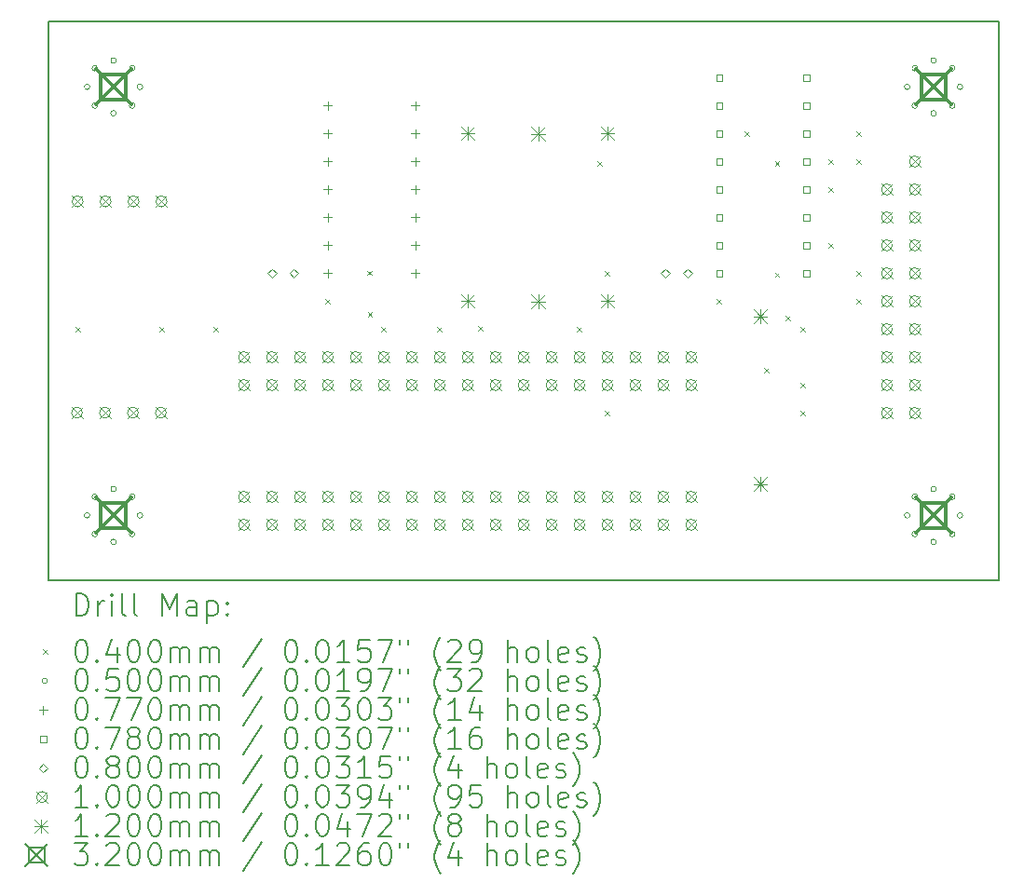
<source format=gbr>
%TF.GenerationSoftware,KiCad,Pcbnew,8.0.3*%
%TF.CreationDate,2024-06-26T21:02:27-07:00*%
%TF.ProjectId,PCTGotekAdapter,50435447-6f74-4656-9b41-646170746572,B*%
%TF.SameCoordinates,Original*%
%TF.FileFunction,Drillmap*%
%TF.FilePolarity,Positive*%
%FSLAX45Y45*%
G04 Gerber Fmt 4.5, Leading zero omitted, Abs format (unit mm)*
G04 Created by KiCad (PCBNEW 8.0.3) date 2024-06-26 21:02:27*
%MOMM*%
%LPD*%
G01*
G04 APERTURE LIST*
%ADD10C,0.150000*%
%ADD11C,0.200000*%
%ADD12C,0.100000*%
%ADD13C,0.120000*%
%ADD14C,0.320000*%
G04 APERTURE END LIST*
D10*
X12446000Y-7366000D02*
X21082000Y-7366000D01*
X21082000Y-12446000D01*
X12446000Y-12446000D01*
X12446000Y-7366000D01*
D11*
D12*
X12692152Y-10140000D02*
X12732152Y-10180000D01*
X12732152Y-10140000D02*
X12692152Y-10180000D01*
X13454152Y-10140000D02*
X13494152Y-10180000D01*
X13494152Y-10140000D02*
X13454152Y-10180000D01*
X13950000Y-10140000D02*
X13990000Y-10180000D01*
X13990000Y-10140000D02*
X13950000Y-10180000D01*
X14966000Y-9886000D02*
X15006000Y-9926000D01*
X15006000Y-9886000D02*
X14966000Y-9926000D01*
X15343777Y-9628743D02*
X15383777Y-9668743D01*
X15383777Y-9628743D02*
X15343777Y-9668743D01*
X15347034Y-10003262D02*
X15387034Y-10043262D01*
X15387034Y-10003262D02*
X15347034Y-10043262D01*
X15474000Y-10140000D02*
X15514000Y-10180000D01*
X15514000Y-10140000D02*
X15474000Y-10180000D01*
X15982000Y-10140000D02*
X16022000Y-10180000D01*
X16022000Y-10140000D02*
X15982000Y-10180000D01*
X16353468Y-10130228D02*
X16393468Y-10170228D01*
X16393468Y-10130228D02*
X16353468Y-10170228D01*
X17252000Y-10140000D02*
X17292000Y-10180000D01*
X17292000Y-10140000D02*
X17252000Y-10180000D01*
X17434979Y-8634608D02*
X17474979Y-8674608D01*
X17474979Y-8634608D02*
X17434979Y-8674608D01*
X17506000Y-9632000D02*
X17546000Y-9672000D01*
X17546000Y-9632000D02*
X17506000Y-9672000D01*
X17506000Y-10902000D02*
X17546000Y-10942000D01*
X17546000Y-10902000D02*
X17506000Y-10942000D01*
X18522000Y-9886000D02*
X18562000Y-9926000D01*
X18562000Y-9886000D02*
X18522000Y-9926000D01*
X18776000Y-8362000D02*
X18816000Y-8402000D01*
X18816000Y-8362000D02*
X18776000Y-8402000D01*
X18951825Y-10511194D02*
X18991825Y-10551194D01*
X18991825Y-10511194D02*
X18951825Y-10551194D01*
X19048841Y-8634841D02*
X19088841Y-8674841D01*
X19088841Y-8634841D02*
X19048841Y-8674841D01*
X19048841Y-9645956D02*
X19088841Y-9685956D01*
X19088841Y-9645956D02*
X19048841Y-9685956D01*
X19143892Y-10040834D02*
X19183892Y-10080834D01*
X19183892Y-10040834D02*
X19143892Y-10080834D01*
X19284000Y-10140000D02*
X19324000Y-10180000D01*
X19324000Y-10140000D02*
X19284000Y-10180000D01*
X19284000Y-10648000D02*
X19324000Y-10688000D01*
X19324000Y-10648000D02*
X19284000Y-10688000D01*
X19284000Y-10902000D02*
X19324000Y-10942000D01*
X19324000Y-10902000D02*
X19284000Y-10942000D01*
X19538000Y-8616000D02*
X19578000Y-8656000D01*
X19578000Y-8616000D02*
X19538000Y-8656000D01*
X19538000Y-8870000D02*
X19578000Y-8910000D01*
X19578000Y-8870000D02*
X19538000Y-8910000D01*
X19538000Y-9378000D02*
X19578000Y-9418000D01*
X19578000Y-9378000D02*
X19538000Y-9418000D01*
X19792000Y-8362000D02*
X19832000Y-8402000D01*
X19832000Y-8362000D02*
X19792000Y-8402000D01*
X19792000Y-8616000D02*
X19832000Y-8656000D01*
X19832000Y-8616000D02*
X19792000Y-8656000D01*
X19792000Y-9632000D02*
X19832000Y-9672000D01*
X19832000Y-9632000D02*
X19792000Y-9672000D01*
X19792000Y-9886000D02*
X19832000Y-9926000D01*
X19832000Y-9886000D02*
X19792000Y-9926000D01*
X12823294Y-7958294D02*
G75*
G02*
X12773294Y-7958294I-25000J0D01*
G01*
X12773294Y-7958294D02*
G75*
G02*
X12823294Y-7958294I25000J0D01*
G01*
X12823294Y-11853706D02*
G75*
G02*
X12773294Y-11853706I-25000J0D01*
G01*
X12773294Y-11853706D02*
G75*
G02*
X12823294Y-11853706I25000J0D01*
G01*
X12893589Y-7788589D02*
G75*
G02*
X12843589Y-7788589I-25000J0D01*
G01*
X12843589Y-7788589D02*
G75*
G02*
X12893589Y-7788589I25000J0D01*
G01*
X12893589Y-8128000D02*
G75*
G02*
X12843589Y-8128000I-25000J0D01*
G01*
X12843589Y-8128000D02*
G75*
G02*
X12893589Y-8128000I25000J0D01*
G01*
X12893589Y-11684000D02*
G75*
G02*
X12843589Y-11684000I-25000J0D01*
G01*
X12843589Y-11684000D02*
G75*
G02*
X12893589Y-11684000I25000J0D01*
G01*
X12893589Y-12023411D02*
G75*
G02*
X12843589Y-12023411I-25000J0D01*
G01*
X12843589Y-12023411D02*
G75*
G02*
X12893589Y-12023411I25000J0D01*
G01*
X13063294Y-7718294D02*
G75*
G02*
X13013294Y-7718294I-25000J0D01*
G01*
X13013294Y-7718294D02*
G75*
G02*
X13063294Y-7718294I25000J0D01*
G01*
X13063294Y-8198294D02*
G75*
G02*
X13013294Y-8198294I-25000J0D01*
G01*
X13013294Y-8198294D02*
G75*
G02*
X13063294Y-8198294I25000J0D01*
G01*
X13063294Y-11613706D02*
G75*
G02*
X13013294Y-11613706I-25000J0D01*
G01*
X13013294Y-11613706D02*
G75*
G02*
X13063294Y-11613706I25000J0D01*
G01*
X13063294Y-12093706D02*
G75*
G02*
X13013294Y-12093706I-25000J0D01*
G01*
X13013294Y-12093706D02*
G75*
G02*
X13063294Y-12093706I25000J0D01*
G01*
X13233000Y-7788589D02*
G75*
G02*
X13183000Y-7788589I-25000J0D01*
G01*
X13183000Y-7788589D02*
G75*
G02*
X13233000Y-7788589I25000J0D01*
G01*
X13233000Y-8128000D02*
G75*
G02*
X13183000Y-8128000I-25000J0D01*
G01*
X13183000Y-8128000D02*
G75*
G02*
X13233000Y-8128000I25000J0D01*
G01*
X13233000Y-11684000D02*
G75*
G02*
X13183000Y-11684000I-25000J0D01*
G01*
X13183000Y-11684000D02*
G75*
G02*
X13233000Y-11684000I25000J0D01*
G01*
X13233000Y-12023411D02*
G75*
G02*
X13183000Y-12023411I-25000J0D01*
G01*
X13183000Y-12023411D02*
G75*
G02*
X13233000Y-12023411I25000J0D01*
G01*
X13303294Y-7958294D02*
G75*
G02*
X13253294Y-7958294I-25000J0D01*
G01*
X13253294Y-7958294D02*
G75*
G02*
X13303294Y-7958294I25000J0D01*
G01*
X13303294Y-11853706D02*
G75*
G02*
X13253294Y-11853706I-25000J0D01*
G01*
X13253294Y-11853706D02*
G75*
G02*
X13303294Y-11853706I25000J0D01*
G01*
X20274706Y-7958294D02*
G75*
G02*
X20224706Y-7958294I-25000J0D01*
G01*
X20224706Y-7958294D02*
G75*
G02*
X20274706Y-7958294I25000J0D01*
G01*
X20274706Y-11853706D02*
G75*
G02*
X20224706Y-11853706I-25000J0D01*
G01*
X20224706Y-11853706D02*
G75*
G02*
X20274706Y-11853706I25000J0D01*
G01*
X20345000Y-7788589D02*
G75*
G02*
X20295000Y-7788589I-25000J0D01*
G01*
X20295000Y-7788589D02*
G75*
G02*
X20345000Y-7788589I25000J0D01*
G01*
X20345000Y-8128000D02*
G75*
G02*
X20295000Y-8128000I-25000J0D01*
G01*
X20295000Y-8128000D02*
G75*
G02*
X20345000Y-8128000I25000J0D01*
G01*
X20345000Y-11684000D02*
G75*
G02*
X20295000Y-11684000I-25000J0D01*
G01*
X20295000Y-11684000D02*
G75*
G02*
X20345000Y-11684000I25000J0D01*
G01*
X20345000Y-12023411D02*
G75*
G02*
X20295000Y-12023411I-25000J0D01*
G01*
X20295000Y-12023411D02*
G75*
G02*
X20345000Y-12023411I25000J0D01*
G01*
X20514706Y-7718294D02*
G75*
G02*
X20464706Y-7718294I-25000J0D01*
G01*
X20464706Y-7718294D02*
G75*
G02*
X20514706Y-7718294I25000J0D01*
G01*
X20514706Y-8198294D02*
G75*
G02*
X20464706Y-8198294I-25000J0D01*
G01*
X20464706Y-8198294D02*
G75*
G02*
X20514706Y-8198294I25000J0D01*
G01*
X20514706Y-11613706D02*
G75*
G02*
X20464706Y-11613706I-25000J0D01*
G01*
X20464706Y-11613706D02*
G75*
G02*
X20514706Y-11613706I25000J0D01*
G01*
X20514706Y-12093706D02*
G75*
G02*
X20464706Y-12093706I-25000J0D01*
G01*
X20464706Y-12093706D02*
G75*
G02*
X20514706Y-12093706I25000J0D01*
G01*
X20684411Y-7788589D02*
G75*
G02*
X20634411Y-7788589I-25000J0D01*
G01*
X20634411Y-7788589D02*
G75*
G02*
X20684411Y-7788589I25000J0D01*
G01*
X20684411Y-8128000D02*
G75*
G02*
X20634411Y-8128000I-25000J0D01*
G01*
X20634411Y-8128000D02*
G75*
G02*
X20684411Y-8128000I25000J0D01*
G01*
X20684411Y-11684000D02*
G75*
G02*
X20634411Y-11684000I-25000J0D01*
G01*
X20634411Y-11684000D02*
G75*
G02*
X20684411Y-11684000I25000J0D01*
G01*
X20684411Y-12023411D02*
G75*
G02*
X20634411Y-12023411I-25000J0D01*
G01*
X20634411Y-12023411D02*
G75*
G02*
X20684411Y-12023411I25000J0D01*
G01*
X20754706Y-7958294D02*
G75*
G02*
X20704706Y-7958294I-25000J0D01*
G01*
X20704706Y-7958294D02*
G75*
G02*
X20754706Y-7958294I25000J0D01*
G01*
X20754706Y-11853706D02*
G75*
G02*
X20704706Y-11853706I-25000J0D01*
G01*
X20704706Y-11853706D02*
G75*
G02*
X20754706Y-11853706I25000J0D01*
G01*
X14986000Y-8089500D02*
X14986000Y-8166500D01*
X14947500Y-8128000D02*
X15024500Y-8128000D01*
X14986000Y-8343500D02*
X14986000Y-8420500D01*
X14947500Y-8382000D02*
X15024500Y-8382000D01*
X14986000Y-8597500D02*
X14986000Y-8674500D01*
X14947500Y-8636000D02*
X15024500Y-8636000D01*
X14986000Y-8851500D02*
X14986000Y-8928500D01*
X14947500Y-8890000D02*
X15024500Y-8890000D01*
X14986000Y-9105500D02*
X14986000Y-9182500D01*
X14947500Y-9144000D02*
X15024500Y-9144000D01*
X14986000Y-9359500D02*
X14986000Y-9436500D01*
X14947500Y-9398000D02*
X15024500Y-9398000D01*
X14986000Y-9613500D02*
X14986000Y-9690500D01*
X14947500Y-9652000D02*
X15024500Y-9652000D01*
X15780000Y-8089500D02*
X15780000Y-8166500D01*
X15741500Y-8128000D02*
X15818500Y-8128000D01*
X15780000Y-8343500D02*
X15780000Y-8420500D01*
X15741500Y-8382000D02*
X15818500Y-8382000D01*
X15780000Y-8597500D02*
X15780000Y-8674500D01*
X15741500Y-8636000D02*
X15818500Y-8636000D01*
X15780000Y-8851500D02*
X15780000Y-8928500D01*
X15741500Y-8890000D02*
X15818500Y-8890000D01*
X15780000Y-9105500D02*
X15780000Y-9182500D01*
X15741500Y-9144000D02*
X15818500Y-9144000D01*
X15780000Y-9359500D02*
X15780000Y-9436500D01*
X15741500Y-9398000D02*
X15818500Y-9398000D01*
X15780000Y-9613500D02*
X15780000Y-9690500D01*
X15741500Y-9652000D02*
X15818500Y-9652000D01*
X18569577Y-7901577D02*
X18569577Y-7846423D01*
X18514423Y-7846423D01*
X18514423Y-7901577D01*
X18569577Y-7901577D01*
X18569577Y-8155577D02*
X18569577Y-8100423D01*
X18514423Y-8100423D01*
X18514423Y-8155577D01*
X18569577Y-8155577D01*
X18569577Y-8409577D02*
X18569577Y-8354423D01*
X18514423Y-8354423D01*
X18514423Y-8409577D01*
X18569577Y-8409577D01*
X18569577Y-8663577D02*
X18569577Y-8608423D01*
X18514423Y-8608423D01*
X18514423Y-8663577D01*
X18569577Y-8663577D01*
X18569577Y-8917577D02*
X18569577Y-8862423D01*
X18514423Y-8862423D01*
X18514423Y-8917577D01*
X18569577Y-8917577D01*
X18569577Y-9171577D02*
X18569577Y-9116423D01*
X18514423Y-9116423D01*
X18514423Y-9171577D01*
X18569577Y-9171577D01*
X18569577Y-9425577D02*
X18569577Y-9370423D01*
X18514423Y-9370423D01*
X18514423Y-9425577D01*
X18569577Y-9425577D01*
X18569577Y-9679577D02*
X18569577Y-9624423D01*
X18514423Y-9624423D01*
X18514423Y-9679577D01*
X18569577Y-9679577D01*
X19363577Y-7901577D02*
X19363577Y-7846423D01*
X19308423Y-7846423D01*
X19308423Y-7901577D01*
X19363577Y-7901577D01*
X19363577Y-8155577D02*
X19363577Y-8100423D01*
X19308423Y-8100423D01*
X19308423Y-8155577D01*
X19363577Y-8155577D01*
X19363577Y-8409577D02*
X19363577Y-8354423D01*
X19308423Y-8354423D01*
X19308423Y-8409577D01*
X19363577Y-8409577D01*
X19363577Y-8663577D02*
X19363577Y-8608423D01*
X19308423Y-8608423D01*
X19308423Y-8663577D01*
X19363577Y-8663577D01*
X19363577Y-8917577D02*
X19363577Y-8862423D01*
X19308423Y-8862423D01*
X19308423Y-8917577D01*
X19363577Y-8917577D01*
X19363577Y-9171577D02*
X19363577Y-9116423D01*
X19308423Y-9116423D01*
X19308423Y-9171577D01*
X19363577Y-9171577D01*
X19363577Y-9425577D02*
X19363577Y-9370423D01*
X19308423Y-9370423D01*
X19308423Y-9425577D01*
X19363577Y-9425577D01*
X19363577Y-9679577D02*
X19363577Y-9624423D01*
X19308423Y-9624423D01*
X19308423Y-9679577D01*
X19363577Y-9679577D01*
X14478000Y-9692000D02*
X14518000Y-9652000D01*
X14478000Y-9612000D01*
X14438000Y-9652000D01*
X14478000Y-9692000D01*
X14678000Y-9692000D02*
X14718000Y-9652000D01*
X14678000Y-9612000D01*
X14638000Y-9652000D01*
X14678000Y-9692000D01*
X18053730Y-9692000D02*
X18093730Y-9652000D01*
X18053730Y-9612000D01*
X18013730Y-9652000D01*
X18053730Y-9692000D01*
X18253730Y-9692000D02*
X18293730Y-9652000D01*
X18253730Y-9612000D01*
X18213730Y-9652000D01*
X18253730Y-9692000D01*
X12657000Y-10869500D02*
X12757000Y-10969500D01*
X12757000Y-10869500D02*
X12657000Y-10969500D01*
X12757000Y-10919500D02*
G75*
G02*
X12657000Y-10919500I-50000J0D01*
G01*
X12657000Y-10919500D02*
G75*
G02*
X12757000Y-10919500I50000J0D01*
G01*
X12662152Y-8948587D02*
X12762152Y-9048587D01*
X12762152Y-8948587D02*
X12662152Y-9048587D01*
X12762152Y-8998587D02*
G75*
G02*
X12662152Y-8998587I-50000J0D01*
G01*
X12662152Y-8998587D02*
G75*
G02*
X12762152Y-8998587I50000J0D01*
G01*
X12911000Y-10869500D02*
X13011000Y-10969500D01*
X13011000Y-10869500D02*
X12911000Y-10969500D01*
X13011000Y-10919500D02*
G75*
G02*
X12911000Y-10919500I-50000J0D01*
G01*
X12911000Y-10919500D02*
G75*
G02*
X13011000Y-10919500I50000J0D01*
G01*
X12916152Y-8948587D02*
X13016152Y-9048587D01*
X13016152Y-8948587D02*
X12916152Y-9048587D01*
X13016152Y-8998587D02*
G75*
G02*
X12916152Y-8998587I-50000J0D01*
G01*
X12916152Y-8998587D02*
G75*
G02*
X13016152Y-8998587I50000J0D01*
G01*
X13165000Y-10869500D02*
X13265000Y-10969500D01*
X13265000Y-10869500D02*
X13165000Y-10969500D01*
X13265000Y-10919500D02*
G75*
G02*
X13165000Y-10919500I-50000J0D01*
G01*
X13165000Y-10919500D02*
G75*
G02*
X13265000Y-10919500I50000J0D01*
G01*
X13170152Y-8948587D02*
X13270152Y-9048587D01*
X13270152Y-8948587D02*
X13170152Y-9048587D01*
X13270152Y-8998587D02*
G75*
G02*
X13170152Y-8998587I-50000J0D01*
G01*
X13170152Y-8998587D02*
G75*
G02*
X13270152Y-8998587I50000J0D01*
G01*
X13419000Y-10869500D02*
X13519000Y-10969500D01*
X13519000Y-10869500D02*
X13419000Y-10969500D01*
X13519000Y-10919500D02*
G75*
G02*
X13419000Y-10919500I-50000J0D01*
G01*
X13419000Y-10919500D02*
G75*
G02*
X13519000Y-10919500I50000J0D01*
G01*
X13424152Y-8948587D02*
X13524152Y-9048587D01*
X13524152Y-8948587D02*
X13424152Y-9048587D01*
X13524152Y-8998587D02*
G75*
G02*
X13424152Y-8998587I-50000J0D01*
G01*
X13424152Y-8998587D02*
G75*
G02*
X13524152Y-8998587I50000J0D01*
G01*
X14174000Y-10364000D02*
X14274000Y-10464000D01*
X14274000Y-10364000D02*
X14174000Y-10464000D01*
X14274000Y-10414000D02*
G75*
G02*
X14174000Y-10414000I-50000J0D01*
G01*
X14174000Y-10414000D02*
G75*
G02*
X14274000Y-10414000I50000J0D01*
G01*
X14174000Y-10618000D02*
X14274000Y-10718000D01*
X14274000Y-10618000D02*
X14174000Y-10718000D01*
X14274000Y-10668000D02*
G75*
G02*
X14174000Y-10668000I-50000J0D01*
G01*
X14174000Y-10668000D02*
G75*
G02*
X14274000Y-10668000I50000J0D01*
G01*
X14174000Y-11634000D02*
X14274000Y-11734000D01*
X14274000Y-11634000D02*
X14174000Y-11734000D01*
X14274000Y-11684000D02*
G75*
G02*
X14174000Y-11684000I-50000J0D01*
G01*
X14174000Y-11684000D02*
G75*
G02*
X14274000Y-11684000I50000J0D01*
G01*
X14174000Y-11888000D02*
X14274000Y-11988000D01*
X14274000Y-11888000D02*
X14174000Y-11988000D01*
X14274000Y-11938000D02*
G75*
G02*
X14174000Y-11938000I-50000J0D01*
G01*
X14174000Y-11938000D02*
G75*
G02*
X14274000Y-11938000I50000J0D01*
G01*
X14428000Y-10364000D02*
X14528000Y-10464000D01*
X14528000Y-10364000D02*
X14428000Y-10464000D01*
X14528000Y-10414000D02*
G75*
G02*
X14428000Y-10414000I-50000J0D01*
G01*
X14428000Y-10414000D02*
G75*
G02*
X14528000Y-10414000I50000J0D01*
G01*
X14428000Y-10618000D02*
X14528000Y-10718000D01*
X14528000Y-10618000D02*
X14428000Y-10718000D01*
X14528000Y-10668000D02*
G75*
G02*
X14428000Y-10668000I-50000J0D01*
G01*
X14428000Y-10668000D02*
G75*
G02*
X14528000Y-10668000I50000J0D01*
G01*
X14428000Y-11634000D02*
X14528000Y-11734000D01*
X14528000Y-11634000D02*
X14428000Y-11734000D01*
X14528000Y-11684000D02*
G75*
G02*
X14428000Y-11684000I-50000J0D01*
G01*
X14428000Y-11684000D02*
G75*
G02*
X14528000Y-11684000I50000J0D01*
G01*
X14428000Y-11888000D02*
X14528000Y-11988000D01*
X14528000Y-11888000D02*
X14428000Y-11988000D01*
X14528000Y-11938000D02*
G75*
G02*
X14428000Y-11938000I-50000J0D01*
G01*
X14428000Y-11938000D02*
G75*
G02*
X14528000Y-11938000I50000J0D01*
G01*
X14682000Y-10364000D02*
X14782000Y-10464000D01*
X14782000Y-10364000D02*
X14682000Y-10464000D01*
X14782000Y-10414000D02*
G75*
G02*
X14682000Y-10414000I-50000J0D01*
G01*
X14682000Y-10414000D02*
G75*
G02*
X14782000Y-10414000I50000J0D01*
G01*
X14682000Y-10618000D02*
X14782000Y-10718000D01*
X14782000Y-10618000D02*
X14682000Y-10718000D01*
X14782000Y-10668000D02*
G75*
G02*
X14682000Y-10668000I-50000J0D01*
G01*
X14682000Y-10668000D02*
G75*
G02*
X14782000Y-10668000I50000J0D01*
G01*
X14682000Y-11634000D02*
X14782000Y-11734000D01*
X14782000Y-11634000D02*
X14682000Y-11734000D01*
X14782000Y-11684000D02*
G75*
G02*
X14682000Y-11684000I-50000J0D01*
G01*
X14682000Y-11684000D02*
G75*
G02*
X14782000Y-11684000I50000J0D01*
G01*
X14682000Y-11888000D02*
X14782000Y-11988000D01*
X14782000Y-11888000D02*
X14682000Y-11988000D01*
X14782000Y-11938000D02*
G75*
G02*
X14682000Y-11938000I-50000J0D01*
G01*
X14682000Y-11938000D02*
G75*
G02*
X14782000Y-11938000I50000J0D01*
G01*
X14936000Y-10364000D02*
X15036000Y-10464000D01*
X15036000Y-10364000D02*
X14936000Y-10464000D01*
X15036000Y-10414000D02*
G75*
G02*
X14936000Y-10414000I-50000J0D01*
G01*
X14936000Y-10414000D02*
G75*
G02*
X15036000Y-10414000I50000J0D01*
G01*
X14936000Y-10618000D02*
X15036000Y-10718000D01*
X15036000Y-10618000D02*
X14936000Y-10718000D01*
X15036000Y-10668000D02*
G75*
G02*
X14936000Y-10668000I-50000J0D01*
G01*
X14936000Y-10668000D02*
G75*
G02*
X15036000Y-10668000I50000J0D01*
G01*
X14936000Y-11634000D02*
X15036000Y-11734000D01*
X15036000Y-11634000D02*
X14936000Y-11734000D01*
X15036000Y-11684000D02*
G75*
G02*
X14936000Y-11684000I-50000J0D01*
G01*
X14936000Y-11684000D02*
G75*
G02*
X15036000Y-11684000I50000J0D01*
G01*
X14936000Y-11888000D02*
X15036000Y-11988000D01*
X15036000Y-11888000D02*
X14936000Y-11988000D01*
X15036000Y-11938000D02*
G75*
G02*
X14936000Y-11938000I-50000J0D01*
G01*
X14936000Y-11938000D02*
G75*
G02*
X15036000Y-11938000I50000J0D01*
G01*
X15190000Y-10364000D02*
X15290000Y-10464000D01*
X15290000Y-10364000D02*
X15190000Y-10464000D01*
X15290000Y-10414000D02*
G75*
G02*
X15190000Y-10414000I-50000J0D01*
G01*
X15190000Y-10414000D02*
G75*
G02*
X15290000Y-10414000I50000J0D01*
G01*
X15190000Y-10618000D02*
X15290000Y-10718000D01*
X15290000Y-10618000D02*
X15190000Y-10718000D01*
X15290000Y-10668000D02*
G75*
G02*
X15190000Y-10668000I-50000J0D01*
G01*
X15190000Y-10668000D02*
G75*
G02*
X15290000Y-10668000I50000J0D01*
G01*
X15190000Y-11634000D02*
X15290000Y-11734000D01*
X15290000Y-11634000D02*
X15190000Y-11734000D01*
X15290000Y-11684000D02*
G75*
G02*
X15190000Y-11684000I-50000J0D01*
G01*
X15190000Y-11684000D02*
G75*
G02*
X15290000Y-11684000I50000J0D01*
G01*
X15190000Y-11888000D02*
X15290000Y-11988000D01*
X15290000Y-11888000D02*
X15190000Y-11988000D01*
X15290000Y-11938000D02*
G75*
G02*
X15190000Y-11938000I-50000J0D01*
G01*
X15190000Y-11938000D02*
G75*
G02*
X15290000Y-11938000I50000J0D01*
G01*
X15444000Y-10364000D02*
X15544000Y-10464000D01*
X15544000Y-10364000D02*
X15444000Y-10464000D01*
X15544000Y-10414000D02*
G75*
G02*
X15444000Y-10414000I-50000J0D01*
G01*
X15444000Y-10414000D02*
G75*
G02*
X15544000Y-10414000I50000J0D01*
G01*
X15444000Y-10618000D02*
X15544000Y-10718000D01*
X15544000Y-10618000D02*
X15444000Y-10718000D01*
X15544000Y-10668000D02*
G75*
G02*
X15444000Y-10668000I-50000J0D01*
G01*
X15444000Y-10668000D02*
G75*
G02*
X15544000Y-10668000I50000J0D01*
G01*
X15444000Y-11634000D02*
X15544000Y-11734000D01*
X15544000Y-11634000D02*
X15444000Y-11734000D01*
X15544000Y-11684000D02*
G75*
G02*
X15444000Y-11684000I-50000J0D01*
G01*
X15444000Y-11684000D02*
G75*
G02*
X15544000Y-11684000I50000J0D01*
G01*
X15444000Y-11888000D02*
X15544000Y-11988000D01*
X15544000Y-11888000D02*
X15444000Y-11988000D01*
X15544000Y-11938000D02*
G75*
G02*
X15444000Y-11938000I-50000J0D01*
G01*
X15444000Y-11938000D02*
G75*
G02*
X15544000Y-11938000I50000J0D01*
G01*
X15698000Y-10364000D02*
X15798000Y-10464000D01*
X15798000Y-10364000D02*
X15698000Y-10464000D01*
X15798000Y-10414000D02*
G75*
G02*
X15698000Y-10414000I-50000J0D01*
G01*
X15698000Y-10414000D02*
G75*
G02*
X15798000Y-10414000I50000J0D01*
G01*
X15698000Y-10618000D02*
X15798000Y-10718000D01*
X15798000Y-10618000D02*
X15698000Y-10718000D01*
X15798000Y-10668000D02*
G75*
G02*
X15698000Y-10668000I-50000J0D01*
G01*
X15698000Y-10668000D02*
G75*
G02*
X15798000Y-10668000I50000J0D01*
G01*
X15698000Y-11634000D02*
X15798000Y-11734000D01*
X15798000Y-11634000D02*
X15698000Y-11734000D01*
X15798000Y-11684000D02*
G75*
G02*
X15698000Y-11684000I-50000J0D01*
G01*
X15698000Y-11684000D02*
G75*
G02*
X15798000Y-11684000I50000J0D01*
G01*
X15698000Y-11888000D02*
X15798000Y-11988000D01*
X15798000Y-11888000D02*
X15698000Y-11988000D01*
X15798000Y-11938000D02*
G75*
G02*
X15698000Y-11938000I-50000J0D01*
G01*
X15698000Y-11938000D02*
G75*
G02*
X15798000Y-11938000I50000J0D01*
G01*
X15952000Y-10364000D02*
X16052000Y-10464000D01*
X16052000Y-10364000D02*
X15952000Y-10464000D01*
X16052000Y-10414000D02*
G75*
G02*
X15952000Y-10414000I-50000J0D01*
G01*
X15952000Y-10414000D02*
G75*
G02*
X16052000Y-10414000I50000J0D01*
G01*
X15952000Y-10618000D02*
X16052000Y-10718000D01*
X16052000Y-10618000D02*
X15952000Y-10718000D01*
X16052000Y-10668000D02*
G75*
G02*
X15952000Y-10668000I-50000J0D01*
G01*
X15952000Y-10668000D02*
G75*
G02*
X16052000Y-10668000I50000J0D01*
G01*
X15952000Y-11634000D02*
X16052000Y-11734000D01*
X16052000Y-11634000D02*
X15952000Y-11734000D01*
X16052000Y-11684000D02*
G75*
G02*
X15952000Y-11684000I-50000J0D01*
G01*
X15952000Y-11684000D02*
G75*
G02*
X16052000Y-11684000I50000J0D01*
G01*
X15952000Y-11888000D02*
X16052000Y-11988000D01*
X16052000Y-11888000D02*
X15952000Y-11988000D01*
X16052000Y-11938000D02*
G75*
G02*
X15952000Y-11938000I-50000J0D01*
G01*
X15952000Y-11938000D02*
G75*
G02*
X16052000Y-11938000I50000J0D01*
G01*
X16206000Y-10364000D02*
X16306000Y-10464000D01*
X16306000Y-10364000D02*
X16206000Y-10464000D01*
X16306000Y-10414000D02*
G75*
G02*
X16206000Y-10414000I-50000J0D01*
G01*
X16206000Y-10414000D02*
G75*
G02*
X16306000Y-10414000I50000J0D01*
G01*
X16206000Y-10618000D02*
X16306000Y-10718000D01*
X16306000Y-10618000D02*
X16206000Y-10718000D01*
X16306000Y-10668000D02*
G75*
G02*
X16206000Y-10668000I-50000J0D01*
G01*
X16206000Y-10668000D02*
G75*
G02*
X16306000Y-10668000I50000J0D01*
G01*
X16206000Y-11634000D02*
X16306000Y-11734000D01*
X16306000Y-11634000D02*
X16206000Y-11734000D01*
X16306000Y-11684000D02*
G75*
G02*
X16206000Y-11684000I-50000J0D01*
G01*
X16206000Y-11684000D02*
G75*
G02*
X16306000Y-11684000I50000J0D01*
G01*
X16206000Y-11888000D02*
X16306000Y-11988000D01*
X16306000Y-11888000D02*
X16206000Y-11988000D01*
X16306000Y-11938000D02*
G75*
G02*
X16206000Y-11938000I-50000J0D01*
G01*
X16206000Y-11938000D02*
G75*
G02*
X16306000Y-11938000I50000J0D01*
G01*
X16460000Y-10364000D02*
X16560000Y-10464000D01*
X16560000Y-10364000D02*
X16460000Y-10464000D01*
X16560000Y-10414000D02*
G75*
G02*
X16460000Y-10414000I-50000J0D01*
G01*
X16460000Y-10414000D02*
G75*
G02*
X16560000Y-10414000I50000J0D01*
G01*
X16460000Y-10618000D02*
X16560000Y-10718000D01*
X16560000Y-10618000D02*
X16460000Y-10718000D01*
X16560000Y-10668000D02*
G75*
G02*
X16460000Y-10668000I-50000J0D01*
G01*
X16460000Y-10668000D02*
G75*
G02*
X16560000Y-10668000I50000J0D01*
G01*
X16460000Y-11634000D02*
X16560000Y-11734000D01*
X16560000Y-11634000D02*
X16460000Y-11734000D01*
X16560000Y-11684000D02*
G75*
G02*
X16460000Y-11684000I-50000J0D01*
G01*
X16460000Y-11684000D02*
G75*
G02*
X16560000Y-11684000I50000J0D01*
G01*
X16460000Y-11888000D02*
X16560000Y-11988000D01*
X16560000Y-11888000D02*
X16460000Y-11988000D01*
X16560000Y-11938000D02*
G75*
G02*
X16460000Y-11938000I-50000J0D01*
G01*
X16460000Y-11938000D02*
G75*
G02*
X16560000Y-11938000I50000J0D01*
G01*
X16714000Y-10364000D02*
X16814000Y-10464000D01*
X16814000Y-10364000D02*
X16714000Y-10464000D01*
X16814000Y-10414000D02*
G75*
G02*
X16714000Y-10414000I-50000J0D01*
G01*
X16714000Y-10414000D02*
G75*
G02*
X16814000Y-10414000I50000J0D01*
G01*
X16714000Y-10618000D02*
X16814000Y-10718000D01*
X16814000Y-10618000D02*
X16714000Y-10718000D01*
X16814000Y-10668000D02*
G75*
G02*
X16714000Y-10668000I-50000J0D01*
G01*
X16714000Y-10668000D02*
G75*
G02*
X16814000Y-10668000I50000J0D01*
G01*
X16714000Y-11634000D02*
X16814000Y-11734000D01*
X16814000Y-11634000D02*
X16714000Y-11734000D01*
X16814000Y-11684000D02*
G75*
G02*
X16714000Y-11684000I-50000J0D01*
G01*
X16714000Y-11684000D02*
G75*
G02*
X16814000Y-11684000I50000J0D01*
G01*
X16714000Y-11888000D02*
X16814000Y-11988000D01*
X16814000Y-11888000D02*
X16714000Y-11988000D01*
X16814000Y-11938000D02*
G75*
G02*
X16714000Y-11938000I-50000J0D01*
G01*
X16714000Y-11938000D02*
G75*
G02*
X16814000Y-11938000I50000J0D01*
G01*
X16968000Y-10364000D02*
X17068000Y-10464000D01*
X17068000Y-10364000D02*
X16968000Y-10464000D01*
X17068000Y-10414000D02*
G75*
G02*
X16968000Y-10414000I-50000J0D01*
G01*
X16968000Y-10414000D02*
G75*
G02*
X17068000Y-10414000I50000J0D01*
G01*
X16968000Y-10618000D02*
X17068000Y-10718000D01*
X17068000Y-10618000D02*
X16968000Y-10718000D01*
X17068000Y-10668000D02*
G75*
G02*
X16968000Y-10668000I-50000J0D01*
G01*
X16968000Y-10668000D02*
G75*
G02*
X17068000Y-10668000I50000J0D01*
G01*
X16968000Y-11634000D02*
X17068000Y-11734000D01*
X17068000Y-11634000D02*
X16968000Y-11734000D01*
X17068000Y-11684000D02*
G75*
G02*
X16968000Y-11684000I-50000J0D01*
G01*
X16968000Y-11684000D02*
G75*
G02*
X17068000Y-11684000I50000J0D01*
G01*
X16968000Y-11888000D02*
X17068000Y-11988000D01*
X17068000Y-11888000D02*
X16968000Y-11988000D01*
X17068000Y-11938000D02*
G75*
G02*
X16968000Y-11938000I-50000J0D01*
G01*
X16968000Y-11938000D02*
G75*
G02*
X17068000Y-11938000I50000J0D01*
G01*
X17222000Y-10364000D02*
X17322000Y-10464000D01*
X17322000Y-10364000D02*
X17222000Y-10464000D01*
X17322000Y-10414000D02*
G75*
G02*
X17222000Y-10414000I-50000J0D01*
G01*
X17222000Y-10414000D02*
G75*
G02*
X17322000Y-10414000I50000J0D01*
G01*
X17222000Y-10618000D02*
X17322000Y-10718000D01*
X17322000Y-10618000D02*
X17222000Y-10718000D01*
X17322000Y-10668000D02*
G75*
G02*
X17222000Y-10668000I-50000J0D01*
G01*
X17222000Y-10668000D02*
G75*
G02*
X17322000Y-10668000I50000J0D01*
G01*
X17222000Y-11634000D02*
X17322000Y-11734000D01*
X17322000Y-11634000D02*
X17222000Y-11734000D01*
X17322000Y-11684000D02*
G75*
G02*
X17222000Y-11684000I-50000J0D01*
G01*
X17222000Y-11684000D02*
G75*
G02*
X17322000Y-11684000I50000J0D01*
G01*
X17222000Y-11888000D02*
X17322000Y-11988000D01*
X17322000Y-11888000D02*
X17222000Y-11988000D01*
X17322000Y-11938000D02*
G75*
G02*
X17222000Y-11938000I-50000J0D01*
G01*
X17222000Y-11938000D02*
G75*
G02*
X17322000Y-11938000I50000J0D01*
G01*
X17476000Y-10364000D02*
X17576000Y-10464000D01*
X17576000Y-10364000D02*
X17476000Y-10464000D01*
X17576000Y-10414000D02*
G75*
G02*
X17476000Y-10414000I-50000J0D01*
G01*
X17476000Y-10414000D02*
G75*
G02*
X17576000Y-10414000I50000J0D01*
G01*
X17476000Y-10618000D02*
X17576000Y-10718000D01*
X17576000Y-10618000D02*
X17476000Y-10718000D01*
X17576000Y-10668000D02*
G75*
G02*
X17476000Y-10668000I-50000J0D01*
G01*
X17476000Y-10668000D02*
G75*
G02*
X17576000Y-10668000I50000J0D01*
G01*
X17476000Y-11634000D02*
X17576000Y-11734000D01*
X17576000Y-11634000D02*
X17476000Y-11734000D01*
X17576000Y-11684000D02*
G75*
G02*
X17476000Y-11684000I-50000J0D01*
G01*
X17476000Y-11684000D02*
G75*
G02*
X17576000Y-11684000I50000J0D01*
G01*
X17476000Y-11888000D02*
X17576000Y-11988000D01*
X17576000Y-11888000D02*
X17476000Y-11988000D01*
X17576000Y-11938000D02*
G75*
G02*
X17476000Y-11938000I-50000J0D01*
G01*
X17476000Y-11938000D02*
G75*
G02*
X17576000Y-11938000I50000J0D01*
G01*
X17730000Y-10364000D02*
X17830000Y-10464000D01*
X17830000Y-10364000D02*
X17730000Y-10464000D01*
X17830000Y-10414000D02*
G75*
G02*
X17730000Y-10414000I-50000J0D01*
G01*
X17730000Y-10414000D02*
G75*
G02*
X17830000Y-10414000I50000J0D01*
G01*
X17730000Y-10618000D02*
X17830000Y-10718000D01*
X17830000Y-10618000D02*
X17730000Y-10718000D01*
X17830000Y-10668000D02*
G75*
G02*
X17730000Y-10668000I-50000J0D01*
G01*
X17730000Y-10668000D02*
G75*
G02*
X17830000Y-10668000I50000J0D01*
G01*
X17730000Y-11634000D02*
X17830000Y-11734000D01*
X17830000Y-11634000D02*
X17730000Y-11734000D01*
X17830000Y-11684000D02*
G75*
G02*
X17730000Y-11684000I-50000J0D01*
G01*
X17730000Y-11684000D02*
G75*
G02*
X17830000Y-11684000I50000J0D01*
G01*
X17730000Y-11888000D02*
X17830000Y-11988000D01*
X17830000Y-11888000D02*
X17730000Y-11988000D01*
X17830000Y-11938000D02*
G75*
G02*
X17730000Y-11938000I-50000J0D01*
G01*
X17730000Y-11938000D02*
G75*
G02*
X17830000Y-11938000I50000J0D01*
G01*
X17984000Y-10364000D02*
X18084000Y-10464000D01*
X18084000Y-10364000D02*
X17984000Y-10464000D01*
X18084000Y-10414000D02*
G75*
G02*
X17984000Y-10414000I-50000J0D01*
G01*
X17984000Y-10414000D02*
G75*
G02*
X18084000Y-10414000I50000J0D01*
G01*
X17984000Y-10618000D02*
X18084000Y-10718000D01*
X18084000Y-10618000D02*
X17984000Y-10718000D01*
X18084000Y-10668000D02*
G75*
G02*
X17984000Y-10668000I-50000J0D01*
G01*
X17984000Y-10668000D02*
G75*
G02*
X18084000Y-10668000I50000J0D01*
G01*
X17984000Y-11634000D02*
X18084000Y-11734000D01*
X18084000Y-11634000D02*
X17984000Y-11734000D01*
X18084000Y-11684000D02*
G75*
G02*
X17984000Y-11684000I-50000J0D01*
G01*
X17984000Y-11684000D02*
G75*
G02*
X18084000Y-11684000I50000J0D01*
G01*
X17984000Y-11888000D02*
X18084000Y-11988000D01*
X18084000Y-11888000D02*
X17984000Y-11988000D01*
X18084000Y-11938000D02*
G75*
G02*
X17984000Y-11938000I-50000J0D01*
G01*
X17984000Y-11938000D02*
G75*
G02*
X18084000Y-11938000I50000J0D01*
G01*
X18238000Y-10364000D02*
X18338000Y-10464000D01*
X18338000Y-10364000D02*
X18238000Y-10464000D01*
X18338000Y-10414000D02*
G75*
G02*
X18238000Y-10414000I-50000J0D01*
G01*
X18238000Y-10414000D02*
G75*
G02*
X18338000Y-10414000I50000J0D01*
G01*
X18238000Y-10618000D02*
X18338000Y-10718000D01*
X18338000Y-10618000D02*
X18238000Y-10718000D01*
X18338000Y-10668000D02*
G75*
G02*
X18238000Y-10668000I-50000J0D01*
G01*
X18238000Y-10668000D02*
G75*
G02*
X18338000Y-10668000I50000J0D01*
G01*
X18238000Y-11634000D02*
X18338000Y-11734000D01*
X18338000Y-11634000D02*
X18238000Y-11734000D01*
X18338000Y-11684000D02*
G75*
G02*
X18238000Y-11684000I-50000J0D01*
G01*
X18238000Y-11684000D02*
G75*
G02*
X18338000Y-11684000I50000J0D01*
G01*
X18238000Y-11888000D02*
X18338000Y-11988000D01*
X18338000Y-11888000D02*
X18238000Y-11988000D01*
X18338000Y-11938000D02*
G75*
G02*
X18238000Y-11938000I-50000J0D01*
G01*
X18238000Y-11938000D02*
G75*
G02*
X18338000Y-11938000I50000J0D01*
G01*
X20016000Y-8840000D02*
X20116000Y-8940000D01*
X20116000Y-8840000D02*
X20016000Y-8940000D01*
X20116000Y-8890000D02*
G75*
G02*
X20016000Y-8890000I-50000J0D01*
G01*
X20016000Y-8890000D02*
G75*
G02*
X20116000Y-8890000I50000J0D01*
G01*
X20016000Y-9094000D02*
X20116000Y-9194000D01*
X20116000Y-9094000D02*
X20016000Y-9194000D01*
X20116000Y-9144000D02*
G75*
G02*
X20016000Y-9144000I-50000J0D01*
G01*
X20016000Y-9144000D02*
G75*
G02*
X20116000Y-9144000I50000J0D01*
G01*
X20016000Y-9348000D02*
X20116000Y-9448000D01*
X20116000Y-9348000D02*
X20016000Y-9448000D01*
X20116000Y-9398000D02*
G75*
G02*
X20016000Y-9398000I-50000J0D01*
G01*
X20016000Y-9398000D02*
G75*
G02*
X20116000Y-9398000I50000J0D01*
G01*
X20016000Y-9602000D02*
X20116000Y-9702000D01*
X20116000Y-9602000D02*
X20016000Y-9702000D01*
X20116000Y-9652000D02*
G75*
G02*
X20016000Y-9652000I-50000J0D01*
G01*
X20016000Y-9652000D02*
G75*
G02*
X20116000Y-9652000I50000J0D01*
G01*
X20016000Y-9856000D02*
X20116000Y-9956000D01*
X20116000Y-9856000D02*
X20016000Y-9956000D01*
X20116000Y-9906000D02*
G75*
G02*
X20016000Y-9906000I-50000J0D01*
G01*
X20016000Y-9906000D02*
G75*
G02*
X20116000Y-9906000I50000J0D01*
G01*
X20016000Y-10110000D02*
X20116000Y-10210000D01*
X20116000Y-10110000D02*
X20016000Y-10210000D01*
X20116000Y-10160000D02*
G75*
G02*
X20016000Y-10160000I-50000J0D01*
G01*
X20016000Y-10160000D02*
G75*
G02*
X20116000Y-10160000I50000J0D01*
G01*
X20016000Y-10364000D02*
X20116000Y-10464000D01*
X20116000Y-10364000D02*
X20016000Y-10464000D01*
X20116000Y-10414000D02*
G75*
G02*
X20016000Y-10414000I-50000J0D01*
G01*
X20016000Y-10414000D02*
G75*
G02*
X20116000Y-10414000I50000J0D01*
G01*
X20016000Y-10618000D02*
X20116000Y-10718000D01*
X20116000Y-10618000D02*
X20016000Y-10718000D01*
X20116000Y-10668000D02*
G75*
G02*
X20016000Y-10668000I-50000J0D01*
G01*
X20016000Y-10668000D02*
G75*
G02*
X20116000Y-10668000I50000J0D01*
G01*
X20016000Y-10872000D02*
X20116000Y-10972000D01*
X20116000Y-10872000D02*
X20016000Y-10972000D01*
X20116000Y-10922000D02*
G75*
G02*
X20016000Y-10922000I-50000J0D01*
G01*
X20016000Y-10922000D02*
G75*
G02*
X20116000Y-10922000I50000J0D01*
G01*
X20270000Y-8586000D02*
X20370000Y-8686000D01*
X20370000Y-8586000D02*
X20270000Y-8686000D01*
X20370000Y-8636000D02*
G75*
G02*
X20270000Y-8636000I-50000J0D01*
G01*
X20270000Y-8636000D02*
G75*
G02*
X20370000Y-8636000I50000J0D01*
G01*
X20270000Y-8840000D02*
X20370000Y-8940000D01*
X20370000Y-8840000D02*
X20270000Y-8940000D01*
X20370000Y-8890000D02*
G75*
G02*
X20270000Y-8890000I-50000J0D01*
G01*
X20270000Y-8890000D02*
G75*
G02*
X20370000Y-8890000I50000J0D01*
G01*
X20270000Y-9094000D02*
X20370000Y-9194000D01*
X20370000Y-9094000D02*
X20270000Y-9194000D01*
X20370000Y-9144000D02*
G75*
G02*
X20270000Y-9144000I-50000J0D01*
G01*
X20270000Y-9144000D02*
G75*
G02*
X20370000Y-9144000I50000J0D01*
G01*
X20270000Y-9348000D02*
X20370000Y-9448000D01*
X20370000Y-9348000D02*
X20270000Y-9448000D01*
X20370000Y-9398000D02*
G75*
G02*
X20270000Y-9398000I-50000J0D01*
G01*
X20270000Y-9398000D02*
G75*
G02*
X20370000Y-9398000I50000J0D01*
G01*
X20270000Y-9602000D02*
X20370000Y-9702000D01*
X20370000Y-9602000D02*
X20270000Y-9702000D01*
X20370000Y-9652000D02*
G75*
G02*
X20270000Y-9652000I-50000J0D01*
G01*
X20270000Y-9652000D02*
G75*
G02*
X20370000Y-9652000I50000J0D01*
G01*
X20270000Y-9856000D02*
X20370000Y-9956000D01*
X20370000Y-9856000D02*
X20270000Y-9956000D01*
X20370000Y-9906000D02*
G75*
G02*
X20270000Y-9906000I-50000J0D01*
G01*
X20270000Y-9906000D02*
G75*
G02*
X20370000Y-9906000I50000J0D01*
G01*
X20270000Y-10110000D02*
X20370000Y-10210000D01*
X20370000Y-10110000D02*
X20270000Y-10210000D01*
X20370000Y-10160000D02*
G75*
G02*
X20270000Y-10160000I-50000J0D01*
G01*
X20270000Y-10160000D02*
G75*
G02*
X20370000Y-10160000I50000J0D01*
G01*
X20270000Y-10364000D02*
X20370000Y-10464000D01*
X20370000Y-10364000D02*
X20270000Y-10464000D01*
X20370000Y-10414000D02*
G75*
G02*
X20270000Y-10414000I-50000J0D01*
G01*
X20270000Y-10414000D02*
G75*
G02*
X20370000Y-10414000I50000J0D01*
G01*
X20270000Y-10618000D02*
X20370000Y-10718000D01*
X20370000Y-10618000D02*
X20270000Y-10718000D01*
X20370000Y-10668000D02*
G75*
G02*
X20270000Y-10668000I-50000J0D01*
G01*
X20270000Y-10668000D02*
G75*
G02*
X20370000Y-10668000I50000J0D01*
G01*
X20270000Y-10872000D02*
X20370000Y-10972000D01*
X20370000Y-10872000D02*
X20270000Y-10972000D01*
X20370000Y-10922000D02*
G75*
G02*
X20270000Y-10922000I-50000J0D01*
G01*
X20270000Y-10922000D02*
G75*
G02*
X20370000Y-10922000I50000J0D01*
G01*
D13*
X16196000Y-8322000D02*
X16316000Y-8442000D01*
X16316000Y-8322000D02*
X16196000Y-8442000D01*
X16256000Y-8322000D02*
X16256000Y-8442000D01*
X16196000Y-8382000D02*
X16316000Y-8382000D01*
X16196000Y-9846000D02*
X16316000Y-9966000D01*
X16316000Y-9846000D02*
X16196000Y-9966000D01*
X16256000Y-9846000D02*
X16256000Y-9966000D01*
X16196000Y-9906000D02*
X16316000Y-9906000D01*
X16837073Y-8323359D02*
X16957073Y-8443359D01*
X16957073Y-8323359D02*
X16837073Y-8443359D01*
X16897073Y-8323359D02*
X16897073Y-8443359D01*
X16837073Y-8383359D02*
X16957073Y-8383359D01*
X16837073Y-9847359D02*
X16957073Y-9967359D01*
X16957073Y-9847359D02*
X16837073Y-9967359D01*
X16897073Y-9847359D02*
X16897073Y-9967359D01*
X16837073Y-9907359D02*
X16957073Y-9907359D01*
X17466000Y-8322000D02*
X17586000Y-8442000D01*
X17586000Y-8322000D02*
X17466000Y-8442000D01*
X17526000Y-8322000D02*
X17526000Y-8442000D01*
X17466000Y-8382000D02*
X17586000Y-8382000D01*
X17466000Y-9846000D02*
X17586000Y-9966000D01*
X17586000Y-9846000D02*
X17466000Y-9966000D01*
X17526000Y-9846000D02*
X17526000Y-9966000D01*
X17466000Y-9906000D02*
X17586000Y-9906000D01*
X18852758Y-9982974D02*
X18972758Y-10102974D01*
X18972758Y-9982974D02*
X18852758Y-10102974D01*
X18912758Y-9982974D02*
X18912758Y-10102974D01*
X18852758Y-10042974D02*
X18972758Y-10042974D01*
X18852758Y-11506974D02*
X18972758Y-11626974D01*
X18972758Y-11506974D02*
X18852758Y-11626974D01*
X18912758Y-11506974D02*
X18912758Y-11626974D01*
X18852758Y-11566974D02*
X18972758Y-11566974D01*
D14*
X12878294Y-7798294D02*
X13198294Y-8118294D01*
X13198294Y-7798294D02*
X12878294Y-8118294D01*
X13151433Y-8071433D02*
X13151433Y-7845156D01*
X12925156Y-7845156D01*
X12925156Y-8071433D01*
X13151433Y-8071433D01*
X12878294Y-11693706D02*
X13198294Y-12013706D01*
X13198294Y-11693706D02*
X12878294Y-12013706D01*
X13151433Y-11966844D02*
X13151433Y-11740567D01*
X12925156Y-11740567D01*
X12925156Y-11966844D01*
X13151433Y-11966844D01*
X20329706Y-7798294D02*
X20649706Y-8118294D01*
X20649706Y-7798294D02*
X20329706Y-8118294D01*
X20602844Y-8071433D02*
X20602844Y-7845156D01*
X20376567Y-7845156D01*
X20376567Y-8071433D01*
X20602844Y-8071433D01*
X20329706Y-11693706D02*
X20649706Y-12013706D01*
X20649706Y-11693706D02*
X20329706Y-12013706D01*
X20602844Y-11966844D02*
X20602844Y-11740567D01*
X20376567Y-11740567D01*
X20376567Y-11966844D01*
X20602844Y-11966844D01*
D11*
X12699277Y-12764984D02*
X12699277Y-12564984D01*
X12699277Y-12564984D02*
X12746896Y-12564984D01*
X12746896Y-12564984D02*
X12775467Y-12574508D01*
X12775467Y-12574508D02*
X12794515Y-12593555D01*
X12794515Y-12593555D02*
X12804039Y-12612603D01*
X12804039Y-12612603D02*
X12813562Y-12650698D01*
X12813562Y-12650698D02*
X12813562Y-12679269D01*
X12813562Y-12679269D02*
X12804039Y-12717365D01*
X12804039Y-12717365D02*
X12794515Y-12736412D01*
X12794515Y-12736412D02*
X12775467Y-12755460D01*
X12775467Y-12755460D02*
X12746896Y-12764984D01*
X12746896Y-12764984D02*
X12699277Y-12764984D01*
X12899277Y-12764984D02*
X12899277Y-12631650D01*
X12899277Y-12669746D02*
X12908801Y-12650698D01*
X12908801Y-12650698D02*
X12918324Y-12641174D01*
X12918324Y-12641174D02*
X12937372Y-12631650D01*
X12937372Y-12631650D02*
X12956420Y-12631650D01*
X13023086Y-12764984D02*
X13023086Y-12631650D01*
X13023086Y-12564984D02*
X13013562Y-12574508D01*
X13013562Y-12574508D02*
X13023086Y-12584031D01*
X13023086Y-12584031D02*
X13032610Y-12574508D01*
X13032610Y-12574508D02*
X13023086Y-12564984D01*
X13023086Y-12564984D02*
X13023086Y-12584031D01*
X13146896Y-12764984D02*
X13127848Y-12755460D01*
X13127848Y-12755460D02*
X13118324Y-12736412D01*
X13118324Y-12736412D02*
X13118324Y-12564984D01*
X13251658Y-12764984D02*
X13232610Y-12755460D01*
X13232610Y-12755460D02*
X13223086Y-12736412D01*
X13223086Y-12736412D02*
X13223086Y-12564984D01*
X13480229Y-12764984D02*
X13480229Y-12564984D01*
X13480229Y-12564984D02*
X13546896Y-12707841D01*
X13546896Y-12707841D02*
X13613562Y-12564984D01*
X13613562Y-12564984D02*
X13613562Y-12764984D01*
X13794515Y-12764984D02*
X13794515Y-12660222D01*
X13794515Y-12660222D02*
X13784991Y-12641174D01*
X13784991Y-12641174D02*
X13765943Y-12631650D01*
X13765943Y-12631650D02*
X13727848Y-12631650D01*
X13727848Y-12631650D02*
X13708801Y-12641174D01*
X13794515Y-12755460D02*
X13775467Y-12764984D01*
X13775467Y-12764984D02*
X13727848Y-12764984D01*
X13727848Y-12764984D02*
X13708801Y-12755460D01*
X13708801Y-12755460D02*
X13699277Y-12736412D01*
X13699277Y-12736412D02*
X13699277Y-12717365D01*
X13699277Y-12717365D02*
X13708801Y-12698317D01*
X13708801Y-12698317D02*
X13727848Y-12688793D01*
X13727848Y-12688793D02*
X13775467Y-12688793D01*
X13775467Y-12688793D02*
X13794515Y-12679269D01*
X13889753Y-12631650D02*
X13889753Y-12831650D01*
X13889753Y-12641174D02*
X13908801Y-12631650D01*
X13908801Y-12631650D02*
X13946896Y-12631650D01*
X13946896Y-12631650D02*
X13965943Y-12641174D01*
X13965943Y-12641174D02*
X13975467Y-12650698D01*
X13975467Y-12650698D02*
X13984991Y-12669746D01*
X13984991Y-12669746D02*
X13984991Y-12726888D01*
X13984991Y-12726888D02*
X13975467Y-12745936D01*
X13975467Y-12745936D02*
X13965943Y-12755460D01*
X13965943Y-12755460D02*
X13946896Y-12764984D01*
X13946896Y-12764984D02*
X13908801Y-12764984D01*
X13908801Y-12764984D02*
X13889753Y-12755460D01*
X14070705Y-12745936D02*
X14080229Y-12755460D01*
X14080229Y-12755460D02*
X14070705Y-12764984D01*
X14070705Y-12764984D02*
X14061182Y-12755460D01*
X14061182Y-12755460D02*
X14070705Y-12745936D01*
X14070705Y-12745936D02*
X14070705Y-12764984D01*
X14070705Y-12641174D02*
X14080229Y-12650698D01*
X14080229Y-12650698D02*
X14070705Y-12660222D01*
X14070705Y-12660222D02*
X14061182Y-12650698D01*
X14061182Y-12650698D02*
X14070705Y-12641174D01*
X14070705Y-12641174D02*
X14070705Y-12660222D01*
D12*
X12398500Y-13073500D02*
X12438500Y-13113500D01*
X12438500Y-13073500D02*
X12398500Y-13113500D01*
D11*
X12737372Y-12984984D02*
X12756420Y-12984984D01*
X12756420Y-12984984D02*
X12775467Y-12994508D01*
X12775467Y-12994508D02*
X12784991Y-13004031D01*
X12784991Y-13004031D02*
X12794515Y-13023079D01*
X12794515Y-13023079D02*
X12804039Y-13061174D01*
X12804039Y-13061174D02*
X12804039Y-13108793D01*
X12804039Y-13108793D02*
X12794515Y-13146888D01*
X12794515Y-13146888D02*
X12784991Y-13165936D01*
X12784991Y-13165936D02*
X12775467Y-13175460D01*
X12775467Y-13175460D02*
X12756420Y-13184984D01*
X12756420Y-13184984D02*
X12737372Y-13184984D01*
X12737372Y-13184984D02*
X12718324Y-13175460D01*
X12718324Y-13175460D02*
X12708801Y-13165936D01*
X12708801Y-13165936D02*
X12699277Y-13146888D01*
X12699277Y-13146888D02*
X12689753Y-13108793D01*
X12689753Y-13108793D02*
X12689753Y-13061174D01*
X12689753Y-13061174D02*
X12699277Y-13023079D01*
X12699277Y-13023079D02*
X12708801Y-13004031D01*
X12708801Y-13004031D02*
X12718324Y-12994508D01*
X12718324Y-12994508D02*
X12737372Y-12984984D01*
X12889753Y-13165936D02*
X12899277Y-13175460D01*
X12899277Y-13175460D02*
X12889753Y-13184984D01*
X12889753Y-13184984D02*
X12880229Y-13175460D01*
X12880229Y-13175460D02*
X12889753Y-13165936D01*
X12889753Y-13165936D02*
X12889753Y-13184984D01*
X13070705Y-13051650D02*
X13070705Y-13184984D01*
X13023086Y-12975460D02*
X12975467Y-13118317D01*
X12975467Y-13118317D02*
X13099277Y-13118317D01*
X13213562Y-12984984D02*
X13232610Y-12984984D01*
X13232610Y-12984984D02*
X13251658Y-12994508D01*
X13251658Y-12994508D02*
X13261182Y-13004031D01*
X13261182Y-13004031D02*
X13270705Y-13023079D01*
X13270705Y-13023079D02*
X13280229Y-13061174D01*
X13280229Y-13061174D02*
X13280229Y-13108793D01*
X13280229Y-13108793D02*
X13270705Y-13146888D01*
X13270705Y-13146888D02*
X13261182Y-13165936D01*
X13261182Y-13165936D02*
X13251658Y-13175460D01*
X13251658Y-13175460D02*
X13232610Y-13184984D01*
X13232610Y-13184984D02*
X13213562Y-13184984D01*
X13213562Y-13184984D02*
X13194515Y-13175460D01*
X13194515Y-13175460D02*
X13184991Y-13165936D01*
X13184991Y-13165936D02*
X13175467Y-13146888D01*
X13175467Y-13146888D02*
X13165943Y-13108793D01*
X13165943Y-13108793D02*
X13165943Y-13061174D01*
X13165943Y-13061174D02*
X13175467Y-13023079D01*
X13175467Y-13023079D02*
X13184991Y-13004031D01*
X13184991Y-13004031D02*
X13194515Y-12994508D01*
X13194515Y-12994508D02*
X13213562Y-12984984D01*
X13404039Y-12984984D02*
X13423086Y-12984984D01*
X13423086Y-12984984D02*
X13442134Y-12994508D01*
X13442134Y-12994508D02*
X13451658Y-13004031D01*
X13451658Y-13004031D02*
X13461182Y-13023079D01*
X13461182Y-13023079D02*
X13470705Y-13061174D01*
X13470705Y-13061174D02*
X13470705Y-13108793D01*
X13470705Y-13108793D02*
X13461182Y-13146888D01*
X13461182Y-13146888D02*
X13451658Y-13165936D01*
X13451658Y-13165936D02*
X13442134Y-13175460D01*
X13442134Y-13175460D02*
X13423086Y-13184984D01*
X13423086Y-13184984D02*
X13404039Y-13184984D01*
X13404039Y-13184984D02*
X13384991Y-13175460D01*
X13384991Y-13175460D02*
X13375467Y-13165936D01*
X13375467Y-13165936D02*
X13365943Y-13146888D01*
X13365943Y-13146888D02*
X13356420Y-13108793D01*
X13356420Y-13108793D02*
X13356420Y-13061174D01*
X13356420Y-13061174D02*
X13365943Y-13023079D01*
X13365943Y-13023079D02*
X13375467Y-13004031D01*
X13375467Y-13004031D02*
X13384991Y-12994508D01*
X13384991Y-12994508D02*
X13404039Y-12984984D01*
X13556420Y-13184984D02*
X13556420Y-13051650D01*
X13556420Y-13070698D02*
X13565943Y-13061174D01*
X13565943Y-13061174D02*
X13584991Y-13051650D01*
X13584991Y-13051650D02*
X13613563Y-13051650D01*
X13613563Y-13051650D02*
X13632610Y-13061174D01*
X13632610Y-13061174D02*
X13642134Y-13080222D01*
X13642134Y-13080222D02*
X13642134Y-13184984D01*
X13642134Y-13080222D02*
X13651658Y-13061174D01*
X13651658Y-13061174D02*
X13670705Y-13051650D01*
X13670705Y-13051650D02*
X13699277Y-13051650D01*
X13699277Y-13051650D02*
X13718324Y-13061174D01*
X13718324Y-13061174D02*
X13727848Y-13080222D01*
X13727848Y-13080222D02*
X13727848Y-13184984D01*
X13823086Y-13184984D02*
X13823086Y-13051650D01*
X13823086Y-13070698D02*
X13832610Y-13061174D01*
X13832610Y-13061174D02*
X13851658Y-13051650D01*
X13851658Y-13051650D02*
X13880229Y-13051650D01*
X13880229Y-13051650D02*
X13899277Y-13061174D01*
X13899277Y-13061174D02*
X13908801Y-13080222D01*
X13908801Y-13080222D02*
X13908801Y-13184984D01*
X13908801Y-13080222D02*
X13918324Y-13061174D01*
X13918324Y-13061174D02*
X13937372Y-13051650D01*
X13937372Y-13051650D02*
X13965943Y-13051650D01*
X13965943Y-13051650D02*
X13984991Y-13061174D01*
X13984991Y-13061174D02*
X13994515Y-13080222D01*
X13994515Y-13080222D02*
X13994515Y-13184984D01*
X14384991Y-12975460D02*
X14213563Y-13232603D01*
X14642134Y-12984984D02*
X14661182Y-12984984D01*
X14661182Y-12984984D02*
X14680229Y-12994508D01*
X14680229Y-12994508D02*
X14689753Y-13004031D01*
X14689753Y-13004031D02*
X14699277Y-13023079D01*
X14699277Y-13023079D02*
X14708801Y-13061174D01*
X14708801Y-13061174D02*
X14708801Y-13108793D01*
X14708801Y-13108793D02*
X14699277Y-13146888D01*
X14699277Y-13146888D02*
X14689753Y-13165936D01*
X14689753Y-13165936D02*
X14680229Y-13175460D01*
X14680229Y-13175460D02*
X14661182Y-13184984D01*
X14661182Y-13184984D02*
X14642134Y-13184984D01*
X14642134Y-13184984D02*
X14623086Y-13175460D01*
X14623086Y-13175460D02*
X14613563Y-13165936D01*
X14613563Y-13165936D02*
X14604039Y-13146888D01*
X14604039Y-13146888D02*
X14594515Y-13108793D01*
X14594515Y-13108793D02*
X14594515Y-13061174D01*
X14594515Y-13061174D02*
X14604039Y-13023079D01*
X14604039Y-13023079D02*
X14613563Y-13004031D01*
X14613563Y-13004031D02*
X14623086Y-12994508D01*
X14623086Y-12994508D02*
X14642134Y-12984984D01*
X14794515Y-13165936D02*
X14804039Y-13175460D01*
X14804039Y-13175460D02*
X14794515Y-13184984D01*
X14794515Y-13184984D02*
X14784991Y-13175460D01*
X14784991Y-13175460D02*
X14794515Y-13165936D01*
X14794515Y-13165936D02*
X14794515Y-13184984D01*
X14927848Y-12984984D02*
X14946896Y-12984984D01*
X14946896Y-12984984D02*
X14965944Y-12994508D01*
X14965944Y-12994508D02*
X14975467Y-13004031D01*
X14975467Y-13004031D02*
X14984991Y-13023079D01*
X14984991Y-13023079D02*
X14994515Y-13061174D01*
X14994515Y-13061174D02*
X14994515Y-13108793D01*
X14994515Y-13108793D02*
X14984991Y-13146888D01*
X14984991Y-13146888D02*
X14975467Y-13165936D01*
X14975467Y-13165936D02*
X14965944Y-13175460D01*
X14965944Y-13175460D02*
X14946896Y-13184984D01*
X14946896Y-13184984D02*
X14927848Y-13184984D01*
X14927848Y-13184984D02*
X14908801Y-13175460D01*
X14908801Y-13175460D02*
X14899277Y-13165936D01*
X14899277Y-13165936D02*
X14889753Y-13146888D01*
X14889753Y-13146888D02*
X14880229Y-13108793D01*
X14880229Y-13108793D02*
X14880229Y-13061174D01*
X14880229Y-13061174D02*
X14889753Y-13023079D01*
X14889753Y-13023079D02*
X14899277Y-13004031D01*
X14899277Y-13004031D02*
X14908801Y-12994508D01*
X14908801Y-12994508D02*
X14927848Y-12984984D01*
X15184991Y-13184984D02*
X15070706Y-13184984D01*
X15127848Y-13184984D02*
X15127848Y-12984984D01*
X15127848Y-12984984D02*
X15108801Y-13013555D01*
X15108801Y-13013555D02*
X15089753Y-13032603D01*
X15089753Y-13032603D02*
X15070706Y-13042127D01*
X15365944Y-12984984D02*
X15270706Y-12984984D01*
X15270706Y-12984984D02*
X15261182Y-13080222D01*
X15261182Y-13080222D02*
X15270706Y-13070698D01*
X15270706Y-13070698D02*
X15289753Y-13061174D01*
X15289753Y-13061174D02*
X15337372Y-13061174D01*
X15337372Y-13061174D02*
X15356420Y-13070698D01*
X15356420Y-13070698D02*
X15365944Y-13080222D01*
X15365944Y-13080222D02*
X15375467Y-13099269D01*
X15375467Y-13099269D02*
X15375467Y-13146888D01*
X15375467Y-13146888D02*
X15365944Y-13165936D01*
X15365944Y-13165936D02*
X15356420Y-13175460D01*
X15356420Y-13175460D02*
X15337372Y-13184984D01*
X15337372Y-13184984D02*
X15289753Y-13184984D01*
X15289753Y-13184984D02*
X15270706Y-13175460D01*
X15270706Y-13175460D02*
X15261182Y-13165936D01*
X15442134Y-12984984D02*
X15575467Y-12984984D01*
X15575467Y-12984984D02*
X15489753Y-13184984D01*
X15642134Y-12984984D02*
X15642134Y-13023079D01*
X15718325Y-12984984D02*
X15718325Y-13023079D01*
X16013563Y-13261174D02*
X16004039Y-13251650D01*
X16004039Y-13251650D02*
X15984991Y-13223079D01*
X15984991Y-13223079D02*
X15975468Y-13204031D01*
X15975468Y-13204031D02*
X15965944Y-13175460D01*
X15965944Y-13175460D02*
X15956420Y-13127841D01*
X15956420Y-13127841D02*
X15956420Y-13089746D01*
X15956420Y-13089746D02*
X15965944Y-13042127D01*
X15965944Y-13042127D02*
X15975468Y-13013555D01*
X15975468Y-13013555D02*
X15984991Y-12994508D01*
X15984991Y-12994508D02*
X16004039Y-12965936D01*
X16004039Y-12965936D02*
X16013563Y-12956412D01*
X16080229Y-13004031D02*
X16089753Y-12994508D01*
X16089753Y-12994508D02*
X16108801Y-12984984D01*
X16108801Y-12984984D02*
X16156420Y-12984984D01*
X16156420Y-12984984D02*
X16175468Y-12994508D01*
X16175468Y-12994508D02*
X16184991Y-13004031D01*
X16184991Y-13004031D02*
X16194515Y-13023079D01*
X16194515Y-13023079D02*
X16194515Y-13042127D01*
X16194515Y-13042127D02*
X16184991Y-13070698D01*
X16184991Y-13070698D02*
X16070706Y-13184984D01*
X16070706Y-13184984D02*
X16194515Y-13184984D01*
X16289753Y-13184984D02*
X16327848Y-13184984D01*
X16327848Y-13184984D02*
X16346896Y-13175460D01*
X16346896Y-13175460D02*
X16356420Y-13165936D01*
X16356420Y-13165936D02*
X16375468Y-13137365D01*
X16375468Y-13137365D02*
X16384991Y-13099269D01*
X16384991Y-13099269D02*
X16384991Y-13023079D01*
X16384991Y-13023079D02*
X16375468Y-13004031D01*
X16375468Y-13004031D02*
X16365944Y-12994508D01*
X16365944Y-12994508D02*
X16346896Y-12984984D01*
X16346896Y-12984984D02*
X16308801Y-12984984D01*
X16308801Y-12984984D02*
X16289753Y-12994508D01*
X16289753Y-12994508D02*
X16280229Y-13004031D01*
X16280229Y-13004031D02*
X16270706Y-13023079D01*
X16270706Y-13023079D02*
X16270706Y-13070698D01*
X16270706Y-13070698D02*
X16280229Y-13089746D01*
X16280229Y-13089746D02*
X16289753Y-13099269D01*
X16289753Y-13099269D02*
X16308801Y-13108793D01*
X16308801Y-13108793D02*
X16346896Y-13108793D01*
X16346896Y-13108793D02*
X16365944Y-13099269D01*
X16365944Y-13099269D02*
X16375468Y-13089746D01*
X16375468Y-13089746D02*
X16384991Y-13070698D01*
X16623087Y-13184984D02*
X16623087Y-12984984D01*
X16708801Y-13184984D02*
X16708801Y-13080222D01*
X16708801Y-13080222D02*
X16699277Y-13061174D01*
X16699277Y-13061174D02*
X16680230Y-13051650D01*
X16680230Y-13051650D02*
X16651658Y-13051650D01*
X16651658Y-13051650D02*
X16632610Y-13061174D01*
X16632610Y-13061174D02*
X16623087Y-13070698D01*
X16832611Y-13184984D02*
X16813563Y-13175460D01*
X16813563Y-13175460D02*
X16804039Y-13165936D01*
X16804039Y-13165936D02*
X16794515Y-13146888D01*
X16794515Y-13146888D02*
X16794515Y-13089746D01*
X16794515Y-13089746D02*
X16804039Y-13070698D01*
X16804039Y-13070698D02*
X16813563Y-13061174D01*
X16813563Y-13061174D02*
X16832611Y-13051650D01*
X16832611Y-13051650D02*
X16861182Y-13051650D01*
X16861182Y-13051650D02*
X16880230Y-13061174D01*
X16880230Y-13061174D02*
X16889753Y-13070698D01*
X16889753Y-13070698D02*
X16899277Y-13089746D01*
X16899277Y-13089746D02*
X16899277Y-13146888D01*
X16899277Y-13146888D02*
X16889753Y-13165936D01*
X16889753Y-13165936D02*
X16880230Y-13175460D01*
X16880230Y-13175460D02*
X16861182Y-13184984D01*
X16861182Y-13184984D02*
X16832611Y-13184984D01*
X17013563Y-13184984D02*
X16994515Y-13175460D01*
X16994515Y-13175460D02*
X16984992Y-13156412D01*
X16984992Y-13156412D02*
X16984992Y-12984984D01*
X17165944Y-13175460D02*
X17146896Y-13184984D01*
X17146896Y-13184984D02*
X17108801Y-13184984D01*
X17108801Y-13184984D02*
X17089753Y-13175460D01*
X17089753Y-13175460D02*
X17080230Y-13156412D01*
X17080230Y-13156412D02*
X17080230Y-13080222D01*
X17080230Y-13080222D02*
X17089753Y-13061174D01*
X17089753Y-13061174D02*
X17108801Y-13051650D01*
X17108801Y-13051650D02*
X17146896Y-13051650D01*
X17146896Y-13051650D02*
X17165944Y-13061174D01*
X17165944Y-13061174D02*
X17175468Y-13080222D01*
X17175468Y-13080222D02*
X17175468Y-13099269D01*
X17175468Y-13099269D02*
X17080230Y-13118317D01*
X17251658Y-13175460D02*
X17270706Y-13184984D01*
X17270706Y-13184984D02*
X17308801Y-13184984D01*
X17308801Y-13184984D02*
X17327849Y-13175460D01*
X17327849Y-13175460D02*
X17337373Y-13156412D01*
X17337373Y-13156412D02*
X17337373Y-13146888D01*
X17337373Y-13146888D02*
X17327849Y-13127841D01*
X17327849Y-13127841D02*
X17308801Y-13118317D01*
X17308801Y-13118317D02*
X17280230Y-13118317D01*
X17280230Y-13118317D02*
X17261182Y-13108793D01*
X17261182Y-13108793D02*
X17251658Y-13089746D01*
X17251658Y-13089746D02*
X17251658Y-13080222D01*
X17251658Y-13080222D02*
X17261182Y-13061174D01*
X17261182Y-13061174D02*
X17280230Y-13051650D01*
X17280230Y-13051650D02*
X17308801Y-13051650D01*
X17308801Y-13051650D02*
X17327849Y-13061174D01*
X17404039Y-13261174D02*
X17413563Y-13251650D01*
X17413563Y-13251650D02*
X17432611Y-13223079D01*
X17432611Y-13223079D02*
X17442134Y-13204031D01*
X17442134Y-13204031D02*
X17451658Y-13175460D01*
X17451658Y-13175460D02*
X17461182Y-13127841D01*
X17461182Y-13127841D02*
X17461182Y-13089746D01*
X17461182Y-13089746D02*
X17451658Y-13042127D01*
X17451658Y-13042127D02*
X17442134Y-13013555D01*
X17442134Y-13013555D02*
X17432611Y-12994508D01*
X17432611Y-12994508D02*
X17413563Y-12965936D01*
X17413563Y-12965936D02*
X17404039Y-12956412D01*
D12*
X12438500Y-13357500D02*
G75*
G02*
X12388500Y-13357500I-25000J0D01*
G01*
X12388500Y-13357500D02*
G75*
G02*
X12438500Y-13357500I25000J0D01*
G01*
D11*
X12737372Y-13248984D02*
X12756420Y-13248984D01*
X12756420Y-13248984D02*
X12775467Y-13258508D01*
X12775467Y-13258508D02*
X12784991Y-13268031D01*
X12784991Y-13268031D02*
X12794515Y-13287079D01*
X12794515Y-13287079D02*
X12804039Y-13325174D01*
X12804039Y-13325174D02*
X12804039Y-13372793D01*
X12804039Y-13372793D02*
X12794515Y-13410888D01*
X12794515Y-13410888D02*
X12784991Y-13429936D01*
X12784991Y-13429936D02*
X12775467Y-13439460D01*
X12775467Y-13439460D02*
X12756420Y-13448984D01*
X12756420Y-13448984D02*
X12737372Y-13448984D01*
X12737372Y-13448984D02*
X12718324Y-13439460D01*
X12718324Y-13439460D02*
X12708801Y-13429936D01*
X12708801Y-13429936D02*
X12699277Y-13410888D01*
X12699277Y-13410888D02*
X12689753Y-13372793D01*
X12689753Y-13372793D02*
X12689753Y-13325174D01*
X12689753Y-13325174D02*
X12699277Y-13287079D01*
X12699277Y-13287079D02*
X12708801Y-13268031D01*
X12708801Y-13268031D02*
X12718324Y-13258508D01*
X12718324Y-13258508D02*
X12737372Y-13248984D01*
X12889753Y-13429936D02*
X12899277Y-13439460D01*
X12899277Y-13439460D02*
X12889753Y-13448984D01*
X12889753Y-13448984D02*
X12880229Y-13439460D01*
X12880229Y-13439460D02*
X12889753Y-13429936D01*
X12889753Y-13429936D02*
X12889753Y-13448984D01*
X13080229Y-13248984D02*
X12984991Y-13248984D01*
X12984991Y-13248984D02*
X12975467Y-13344222D01*
X12975467Y-13344222D02*
X12984991Y-13334698D01*
X12984991Y-13334698D02*
X13004039Y-13325174D01*
X13004039Y-13325174D02*
X13051658Y-13325174D01*
X13051658Y-13325174D02*
X13070705Y-13334698D01*
X13070705Y-13334698D02*
X13080229Y-13344222D01*
X13080229Y-13344222D02*
X13089753Y-13363269D01*
X13089753Y-13363269D02*
X13089753Y-13410888D01*
X13089753Y-13410888D02*
X13080229Y-13429936D01*
X13080229Y-13429936D02*
X13070705Y-13439460D01*
X13070705Y-13439460D02*
X13051658Y-13448984D01*
X13051658Y-13448984D02*
X13004039Y-13448984D01*
X13004039Y-13448984D02*
X12984991Y-13439460D01*
X12984991Y-13439460D02*
X12975467Y-13429936D01*
X13213562Y-13248984D02*
X13232610Y-13248984D01*
X13232610Y-13248984D02*
X13251658Y-13258508D01*
X13251658Y-13258508D02*
X13261182Y-13268031D01*
X13261182Y-13268031D02*
X13270705Y-13287079D01*
X13270705Y-13287079D02*
X13280229Y-13325174D01*
X13280229Y-13325174D02*
X13280229Y-13372793D01*
X13280229Y-13372793D02*
X13270705Y-13410888D01*
X13270705Y-13410888D02*
X13261182Y-13429936D01*
X13261182Y-13429936D02*
X13251658Y-13439460D01*
X13251658Y-13439460D02*
X13232610Y-13448984D01*
X13232610Y-13448984D02*
X13213562Y-13448984D01*
X13213562Y-13448984D02*
X13194515Y-13439460D01*
X13194515Y-13439460D02*
X13184991Y-13429936D01*
X13184991Y-13429936D02*
X13175467Y-13410888D01*
X13175467Y-13410888D02*
X13165943Y-13372793D01*
X13165943Y-13372793D02*
X13165943Y-13325174D01*
X13165943Y-13325174D02*
X13175467Y-13287079D01*
X13175467Y-13287079D02*
X13184991Y-13268031D01*
X13184991Y-13268031D02*
X13194515Y-13258508D01*
X13194515Y-13258508D02*
X13213562Y-13248984D01*
X13404039Y-13248984D02*
X13423086Y-13248984D01*
X13423086Y-13248984D02*
X13442134Y-13258508D01*
X13442134Y-13258508D02*
X13451658Y-13268031D01*
X13451658Y-13268031D02*
X13461182Y-13287079D01*
X13461182Y-13287079D02*
X13470705Y-13325174D01*
X13470705Y-13325174D02*
X13470705Y-13372793D01*
X13470705Y-13372793D02*
X13461182Y-13410888D01*
X13461182Y-13410888D02*
X13451658Y-13429936D01*
X13451658Y-13429936D02*
X13442134Y-13439460D01*
X13442134Y-13439460D02*
X13423086Y-13448984D01*
X13423086Y-13448984D02*
X13404039Y-13448984D01*
X13404039Y-13448984D02*
X13384991Y-13439460D01*
X13384991Y-13439460D02*
X13375467Y-13429936D01*
X13375467Y-13429936D02*
X13365943Y-13410888D01*
X13365943Y-13410888D02*
X13356420Y-13372793D01*
X13356420Y-13372793D02*
X13356420Y-13325174D01*
X13356420Y-13325174D02*
X13365943Y-13287079D01*
X13365943Y-13287079D02*
X13375467Y-13268031D01*
X13375467Y-13268031D02*
X13384991Y-13258508D01*
X13384991Y-13258508D02*
X13404039Y-13248984D01*
X13556420Y-13448984D02*
X13556420Y-13315650D01*
X13556420Y-13334698D02*
X13565943Y-13325174D01*
X13565943Y-13325174D02*
X13584991Y-13315650D01*
X13584991Y-13315650D02*
X13613563Y-13315650D01*
X13613563Y-13315650D02*
X13632610Y-13325174D01*
X13632610Y-13325174D02*
X13642134Y-13344222D01*
X13642134Y-13344222D02*
X13642134Y-13448984D01*
X13642134Y-13344222D02*
X13651658Y-13325174D01*
X13651658Y-13325174D02*
X13670705Y-13315650D01*
X13670705Y-13315650D02*
X13699277Y-13315650D01*
X13699277Y-13315650D02*
X13718324Y-13325174D01*
X13718324Y-13325174D02*
X13727848Y-13344222D01*
X13727848Y-13344222D02*
X13727848Y-13448984D01*
X13823086Y-13448984D02*
X13823086Y-13315650D01*
X13823086Y-13334698D02*
X13832610Y-13325174D01*
X13832610Y-13325174D02*
X13851658Y-13315650D01*
X13851658Y-13315650D02*
X13880229Y-13315650D01*
X13880229Y-13315650D02*
X13899277Y-13325174D01*
X13899277Y-13325174D02*
X13908801Y-13344222D01*
X13908801Y-13344222D02*
X13908801Y-13448984D01*
X13908801Y-13344222D02*
X13918324Y-13325174D01*
X13918324Y-13325174D02*
X13937372Y-13315650D01*
X13937372Y-13315650D02*
X13965943Y-13315650D01*
X13965943Y-13315650D02*
X13984991Y-13325174D01*
X13984991Y-13325174D02*
X13994515Y-13344222D01*
X13994515Y-13344222D02*
X13994515Y-13448984D01*
X14384991Y-13239460D02*
X14213563Y-13496603D01*
X14642134Y-13248984D02*
X14661182Y-13248984D01*
X14661182Y-13248984D02*
X14680229Y-13258508D01*
X14680229Y-13258508D02*
X14689753Y-13268031D01*
X14689753Y-13268031D02*
X14699277Y-13287079D01*
X14699277Y-13287079D02*
X14708801Y-13325174D01*
X14708801Y-13325174D02*
X14708801Y-13372793D01*
X14708801Y-13372793D02*
X14699277Y-13410888D01*
X14699277Y-13410888D02*
X14689753Y-13429936D01*
X14689753Y-13429936D02*
X14680229Y-13439460D01*
X14680229Y-13439460D02*
X14661182Y-13448984D01*
X14661182Y-13448984D02*
X14642134Y-13448984D01*
X14642134Y-13448984D02*
X14623086Y-13439460D01*
X14623086Y-13439460D02*
X14613563Y-13429936D01*
X14613563Y-13429936D02*
X14604039Y-13410888D01*
X14604039Y-13410888D02*
X14594515Y-13372793D01*
X14594515Y-13372793D02*
X14594515Y-13325174D01*
X14594515Y-13325174D02*
X14604039Y-13287079D01*
X14604039Y-13287079D02*
X14613563Y-13268031D01*
X14613563Y-13268031D02*
X14623086Y-13258508D01*
X14623086Y-13258508D02*
X14642134Y-13248984D01*
X14794515Y-13429936D02*
X14804039Y-13439460D01*
X14804039Y-13439460D02*
X14794515Y-13448984D01*
X14794515Y-13448984D02*
X14784991Y-13439460D01*
X14784991Y-13439460D02*
X14794515Y-13429936D01*
X14794515Y-13429936D02*
X14794515Y-13448984D01*
X14927848Y-13248984D02*
X14946896Y-13248984D01*
X14946896Y-13248984D02*
X14965944Y-13258508D01*
X14965944Y-13258508D02*
X14975467Y-13268031D01*
X14975467Y-13268031D02*
X14984991Y-13287079D01*
X14984991Y-13287079D02*
X14994515Y-13325174D01*
X14994515Y-13325174D02*
X14994515Y-13372793D01*
X14994515Y-13372793D02*
X14984991Y-13410888D01*
X14984991Y-13410888D02*
X14975467Y-13429936D01*
X14975467Y-13429936D02*
X14965944Y-13439460D01*
X14965944Y-13439460D02*
X14946896Y-13448984D01*
X14946896Y-13448984D02*
X14927848Y-13448984D01*
X14927848Y-13448984D02*
X14908801Y-13439460D01*
X14908801Y-13439460D02*
X14899277Y-13429936D01*
X14899277Y-13429936D02*
X14889753Y-13410888D01*
X14889753Y-13410888D02*
X14880229Y-13372793D01*
X14880229Y-13372793D02*
X14880229Y-13325174D01*
X14880229Y-13325174D02*
X14889753Y-13287079D01*
X14889753Y-13287079D02*
X14899277Y-13268031D01*
X14899277Y-13268031D02*
X14908801Y-13258508D01*
X14908801Y-13258508D02*
X14927848Y-13248984D01*
X15184991Y-13448984D02*
X15070706Y-13448984D01*
X15127848Y-13448984D02*
X15127848Y-13248984D01*
X15127848Y-13248984D02*
X15108801Y-13277555D01*
X15108801Y-13277555D02*
X15089753Y-13296603D01*
X15089753Y-13296603D02*
X15070706Y-13306127D01*
X15280229Y-13448984D02*
X15318325Y-13448984D01*
X15318325Y-13448984D02*
X15337372Y-13439460D01*
X15337372Y-13439460D02*
X15346896Y-13429936D01*
X15346896Y-13429936D02*
X15365944Y-13401365D01*
X15365944Y-13401365D02*
X15375467Y-13363269D01*
X15375467Y-13363269D02*
X15375467Y-13287079D01*
X15375467Y-13287079D02*
X15365944Y-13268031D01*
X15365944Y-13268031D02*
X15356420Y-13258508D01*
X15356420Y-13258508D02*
X15337372Y-13248984D01*
X15337372Y-13248984D02*
X15299277Y-13248984D01*
X15299277Y-13248984D02*
X15280229Y-13258508D01*
X15280229Y-13258508D02*
X15270706Y-13268031D01*
X15270706Y-13268031D02*
X15261182Y-13287079D01*
X15261182Y-13287079D02*
X15261182Y-13334698D01*
X15261182Y-13334698D02*
X15270706Y-13353746D01*
X15270706Y-13353746D02*
X15280229Y-13363269D01*
X15280229Y-13363269D02*
X15299277Y-13372793D01*
X15299277Y-13372793D02*
X15337372Y-13372793D01*
X15337372Y-13372793D02*
X15356420Y-13363269D01*
X15356420Y-13363269D02*
X15365944Y-13353746D01*
X15365944Y-13353746D02*
X15375467Y-13334698D01*
X15442134Y-13248984D02*
X15575467Y-13248984D01*
X15575467Y-13248984D02*
X15489753Y-13448984D01*
X15642134Y-13248984D02*
X15642134Y-13287079D01*
X15718325Y-13248984D02*
X15718325Y-13287079D01*
X16013563Y-13525174D02*
X16004039Y-13515650D01*
X16004039Y-13515650D02*
X15984991Y-13487079D01*
X15984991Y-13487079D02*
X15975468Y-13468031D01*
X15975468Y-13468031D02*
X15965944Y-13439460D01*
X15965944Y-13439460D02*
X15956420Y-13391841D01*
X15956420Y-13391841D02*
X15956420Y-13353746D01*
X15956420Y-13353746D02*
X15965944Y-13306127D01*
X15965944Y-13306127D02*
X15975468Y-13277555D01*
X15975468Y-13277555D02*
X15984991Y-13258508D01*
X15984991Y-13258508D02*
X16004039Y-13229936D01*
X16004039Y-13229936D02*
X16013563Y-13220412D01*
X16070706Y-13248984D02*
X16194515Y-13248984D01*
X16194515Y-13248984D02*
X16127848Y-13325174D01*
X16127848Y-13325174D02*
X16156420Y-13325174D01*
X16156420Y-13325174D02*
X16175468Y-13334698D01*
X16175468Y-13334698D02*
X16184991Y-13344222D01*
X16184991Y-13344222D02*
X16194515Y-13363269D01*
X16194515Y-13363269D02*
X16194515Y-13410888D01*
X16194515Y-13410888D02*
X16184991Y-13429936D01*
X16184991Y-13429936D02*
X16175468Y-13439460D01*
X16175468Y-13439460D02*
X16156420Y-13448984D01*
X16156420Y-13448984D02*
X16099277Y-13448984D01*
X16099277Y-13448984D02*
X16080229Y-13439460D01*
X16080229Y-13439460D02*
X16070706Y-13429936D01*
X16270706Y-13268031D02*
X16280229Y-13258508D01*
X16280229Y-13258508D02*
X16299277Y-13248984D01*
X16299277Y-13248984D02*
X16346896Y-13248984D01*
X16346896Y-13248984D02*
X16365944Y-13258508D01*
X16365944Y-13258508D02*
X16375468Y-13268031D01*
X16375468Y-13268031D02*
X16384991Y-13287079D01*
X16384991Y-13287079D02*
X16384991Y-13306127D01*
X16384991Y-13306127D02*
X16375468Y-13334698D01*
X16375468Y-13334698D02*
X16261182Y-13448984D01*
X16261182Y-13448984D02*
X16384991Y-13448984D01*
X16623087Y-13448984D02*
X16623087Y-13248984D01*
X16708801Y-13448984D02*
X16708801Y-13344222D01*
X16708801Y-13344222D02*
X16699277Y-13325174D01*
X16699277Y-13325174D02*
X16680230Y-13315650D01*
X16680230Y-13315650D02*
X16651658Y-13315650D01*
X16651658Y-13315650D02*
X16632610Y-13325174D01*
X16632610Y-13325174D02*
X16623087Y-13334698D01*
X16832611Y-13448984D02*
X16813563Y-13439460D01*
X16813563Y-13439460D02*
X16804039Y-13429936D01*
X16804039Y-13429936D02*
X16794515Y-13410888D01*
X16794515Y-13410888D02*
X16794515Y-13353746D01*
X16794515Y-13353746D02*
X16804039Y-13334698D01*
X16804039Y-13334698D02*
X16813563Y-13325174D01*
X16813563Y-13325174D02*
X16832611Y-13315650D01*
X16832611Y-13315650D02*
X16861182Y-13315650D01*
X16861182Y-13315650D02*
X16880230Y-13325174D01*
X16880230Y-13325174D02*
X16889753Y-13334698D01*
X16889753Y-13334698D02*
X16899277Y-13353746D01*
X16899277Y-13353746D02*
X16899277Y-13410888D01*
X16899277Y-13410888D02*
X16889753Y-13429936D01*
X16889753Y-13429936D02*
X16880230Y-13439460D01*
X16880230Y-13439460D02*
X16861182Y-13448984D01*
X16861182Y-13448984D02*
X16832611Y-13448984D01*
X17013563Y-13448984D02*
X16994515Y-13439460D01*
X16994515Y-13439460D02*
X16984992Y-13420412D01*
X16984992Y-13420412D02*
X16984992Y-13248984D01*
X17165944Y-13439460D02*
X17146896Y-13448984D01*
X17146896Y-13448984D02*
X17108801Y-13448984D01*
X17108801Y-13448984D02*
X17089753Y-13439460D01*
X17089753Y-13439460D02*
X17080230Y-13420412D01*
X17080230Y-13420412D02*
X17080230Y-13344222D01*
X17080230Y-13344222D02*
X17089753Y-13325174D01*
X17089753Y-13325174D02*
X17108801Y-13315650D01*
X17108801Y-13315650D02*
X17146896Y-13315650D01*
X17146896Y-13315650D02*
X17165944Y-13325174D01*
X17165944Y-13325174D02*
X17175468Y-13344222D01*
X17175468Y-13344222D02*
X17175468Y-13363269D01*
X17175468Y-13363269D02*
X17080230Y-13382317D01*
X17251658Y-13439460D02*
X17270706Y-13448984D01*
X17270706Y-13448984D02*
X17308801Y-13448984D01*
X17308801Y-13448984D02*
X17327849Y-13439460D01*
X17327849Y-13439460D02*
X17337373Y-13420412D01*
X17337373Y-13420412D02*
X17337373Y-13410888D01*
X17337373Y-13410888D02*
X17327849Y-13391841D01*
X17327849Y-13391841D02*
X17308801Y-13382317D01*
X17308801Y-13382317D02*
X17280230Y-13382317D01*
X17280230Y-13382317D02*
X17261182Y-13372793D01*
X17261182Y-13372793D02*
X17251658Y-13353746D01*
X17251658Y-13353746D02*
X17251658Y-13344222D01*
X17251658Y-13344222D02*
X17261182Y-13325174D01*
X17261182Y-13325174D02*
X17280230Y-13315650D01*
X17280230Y-13315650D02*
X17308801Y-13315650D01*
X17308801Y-13315650D02*
X17327849Y-13325174D01*
X17404039Y-13525174D02*
X17413563Y-13515650D01*
X17413563Y-13515650D02*
X17432611Y-13487079D01*
X17432611Y-13487079D02*
X17442134Y-13468031D01*
X17442134Y-13468031D02*
X17451658Y-13439460D01*
X17451658Y-13439460D02*
X17461182Y-13391841D01*
X17461182Y-13391841D02*
X17461182Y-13353746D01*
X17461182Y-13353746D02*
X17451658Y-13306127D01*
X17451658Y-13306127D02*
X17442134Y-13277555D01*
X17442134Y-13277555D02*
X17432611Y-13258508D01*
X17432611Y-13258508D02*
X17413563Y-13229936D01*
X17413563Y-13229936D02*
X17404039Y-13220412D01*
D12*
X12400000Y-13583000D02*
X12400000Y-13660000D01*
X12361500Y-13621500D02*
X12438500Y-13621500D01*
D11*
X12737372Y-13512984D02*
X12756420Y-13512984D01*
X12756420Y-13512984D02*
X12775467Y-13522508D01*
X12775467Y-13522508D02*
X12784991Y-13532031D01*
X12784991Y-13532031D02*
X12794515Y-13551079D01*
X12794515Y-13551079D02*
X12804039Y-13589174D01*
X12804039Y-13589174D02*
X12804039Y-13636793D01*
X12804039Y-13636793D02*
X12794515Y-13674888D01*
X12794515Y-13674888D02*
X12784991Y-13693936D01*
X12784991Y-13693936D02*
X12775467Y-13703460D01*
X12775467Y-13703460D02*
X12756420Y-13712984D01*
X12756420Y-13712984D02*
X12737372Y-13712984D01*
X12737372Y-13712984D02*
X12718324Y-13703460D01*
X12718324Y-13703460D02*
X12708801Y-13693936D01*
X12708801Y-13693936D02*
X12699277Y-13674888D01*
X12699277Y-13674888D02*
X12689753Y-13636793D01*
X12689753Y-13636793D02*
X12689753Y-13589174D01*
X12689753Y-13589174D02*
X12699277Y-13551079D01*
X12699277Y-13551079D02*
X12708801Y-13532031D01*
X12708801Y-13532031D02*
X12718324Y-13522508D01*
X12718324Y-13522508D02*
X12737372Y-13512984D01*
X12889753Y-13693936D02*
X12899277Y-13703460D01*
X12899277Y-13703460D02*
X12889753Y-13712984D01*
X12889753Y-13712984D02*
X12880229Y-13703460D01*
X12880229Y-13703460D02*
X12889753Y-13693936D01*
X12889753Y-13693936D02*
X12889753Y-13712984D01*
X12965943Y-13512984D02*
X13099277Y-13512984D01*
X13099277Y-13512984D02*
X13013562Y-13712984D01*
X13156420Y-13512984D02*
X13289753Y-13512984D01*
X13289753Y-13512984D02*
X13204039Y-13712984D01*
X13404039Y-13512984D02*
X13423086Y-13512984D01*
X13423086Y-13512984D02*
X13442134Y-13522508D01*
X13442134Y-13522508D02*
X13451658Y-13532031D01*
X13451658Y-13532031D02*
X13461182Y-13551079D01*
X13461182Y-13551079D02*
X13470705Y-13589174D01*
X13470705Y-13589174D02*
X13470705Y-13636793D01*
X13470705Y-13636793D02*
X13461182Y-13674888D01*
X13461182Y-13674888D02*
X13451658Y-13693936D01*
X13451658Y-13693936D02*
X13442134Y-13703460D01*
X13442134Y-13703460D02*
X13423086Y-13712984D01*
X13423086Y-13712984D02*
X13404039Y-13712984D01*
X13404039Y-13712984D02*
X13384991Y-13703460D01*
X13384991Y-13703460D02*
X13375467Y-13693936D01*
X13375467Y-13693936D02*
X13365943Y-13674888D01*
X13365943Y-13674888D02*
X13356420Y-13636793D01*
X13356420Y-13636793D02*
X13356420Y-13589174D01*
X13356420Y-13589174D02*
X13365943Y-13551079D01*
X13365943Y-13551079D02*
X13375467Y-13532031D01*
X13375467Y-13532031D02*
X13384991Y-13522508D01*
X13384991Y-13522508D02*
X13404039Y-13512984D01*
X13556420Y-13712984D02*
X13556420Y-13579650D01*
X13556420Y-13598698D02*
X13565943Y-13589174D01*
X13565943Y-13589174D02*
X13584991Y-13579650D01*
X13584991Y-13579650D02*
X13613563Y-13579650D01*
X13613563Y-13579650D02*
X13632610Y-13589174D01*
X13632610Y-13589174D02*
X13642134Y-13608222D01*
X13642134Y-13608222D02*
X13642134Y-13712984D01*
X13642134Y-13608222D02*
X13651658Y-13589174D01*
X13651658Y-13589174D02*
X13670705Y-13579650D01*
X13670705Y-13579650D02*
X13699277Y-13579650D01*
X13699277Y-13579650D02*
X13718324Y-13589174D01*
X13718324Y-13589174D02*
X13727848Y-13608222D01*
X13727848Y-13608222D02*
X13727848Y-13712984D01*
X13823086Y-13712984D02*
X13823086Y-13579650D01*
X13823086Y-13598698D02*
X13832610Y-13589174D01*
X13832610Y-13589174D02*
X13851658Y-13579650D01*
X13851658Y-13579650D02*
X13880229Y-13579650D01*
X13880229Y-13579650D02*
X13899277Y-13589174D01*
X13899277Y-13589174D02*
X13908801Y-13608222D01*
X13908801Y-13608222D02*
X13908801Y-13712984D01*
X13908801Y-13608222D02*
X13918324Y-13589174D01*
X13918324Y-13589174D02*
X13937372Y-13579650D01*
X13937372Y-13579650D02*
X13965943Y-13579650D01*
X13965943Y-13579650D02*
X13984991Y-13589174D01*
X13984991Y-13589174D02*
X13994515Y-13608222D01*
X13994515Y-13608222D02*
X13994515Y-13712984D01*
X14384991Y-13503460D02*
X14213563Y-13760603D01*
X14642134Y-13512984D02*
X14661182Y-13512984D01*
X14661182Y-13512984D02*
X14680229Y-13522508D01*
X14680229Y-13522508D02*
X14689753Y-13532031D01*
X14689753Y-13532031D02*
X14699277Y-13551079D01*
X14699277Y-13551079D02*
X14708801Y-13589174D01*
X14708801Y-13589174D02*
X14708801Y-13636793D01*
X14708801Y-13636793D02*
X14699277Y-13674888D01*
X14699277Y-13674888D02*
X14689753Y-13693936D01*
X14689753Y-13693936D02*
X14680229Y-13703460D01*
X14680229Y-13703460D02*
X14661182Y-13712984D01*
X14661182Y-13712984D02*
X14642134Y-13712984D01*
X14642134Y-13712984D02*
X14623086Y-13703460D01*
X14623086Y-13703460D02*
X14613563Y-13693936D01*
X14613563Y-13693936D02*
X14604039Y-13674888D01*
X14604039Y-13674888D02*
X14594515Y-13636793D01*
X14594515Y-13636793D02*
X14594515Y-13589174D01*
X14594515Y-13589174D02*
X14604039Y-13551079D01*
X14604039Y-13551079D02*
X14613563Y-13532031D01*
X14613563Y-13532031D02*
X14623086Y-13522508D01*
X14623086Y-13522508D02*
X14642134Y-13512984D01*
X14794515Y-13693936D02*
X14804039Y-13703460D01*
X14804039Y-13703460D02*
X14794515Y-13712984D01*
X14794515Y-13712984D02*
X14784991Y-13703460D01*
X14784991Y-13703460D02*
X14794515Y-13693936D01*
X14794515Y-13693936D02*
X14794515Y-13712984D01*
X14927848Y-13512984D02*
X14946896Y-13512984D01*
X14946896Y-13512984D02*
X14965944Y-13522508D01*
X14965944Y-13522508D02*
X14975467Y-13532031D01*
X14975467Y-13532031D02*
X14984991Y-13551079D01*
X14984991Y-13551079D02*
X14994515Y-13589174D01*
X14994515Y-13589174D02*
X14994515Y-13636793D01*
X14994515Y-13636793D02*
X14984991Y-13674888D01*
X14984991Y-13674888D02*
X14975467Y-13693936D01*
X14975467Y-13693936D02*
X14965944Y-13703460D01*
X14965944Y-13703460D02*
X14946896Y-13712984D01*
X14946896Y-13712984D02*
X14927848Y-13712984D01*
X14927848Y-13712984D02*
X14908801Y-13703460D01*
X14908801Y-13703460D02*
X14899277Y-13693936D01*
X14899277Y-13693936D02*
X14889753Y-13674888D01*
X14889753Y-13674888D02*
X14880229Y-13636793D01*
X14880229Y-13636793D02*
X14880229Y-13589174D01*
X14880229Y-13589174D02*
X14889753Y-13551079D01*
X14889753Y-13551079D02*
X14899277Y-13532031D01*
X14899277Y-13532031D02*
X14908801Y-13522508D01*
X14908801Y-13522508D02*
X14927848Y-13512984D01*
X15061182Y-13512984D02*
X15184991Y-13512984D01*
X15184991Y-13512984D02*
X15118325Y-13589174D01*
X15118325Y-13589174D02*
X15146896Y-13589174D01*
X15146896Y-13589174D02*
X15165944Y-13598698D01*
X15165944Y-13598698D02*
X15175467Y-13608222D01*
X15175467Y-13608222D02*
X15184991Y-13627269D01*
X15184991Y-13627269D02*
X15184991Y-13674888D01*
X15184991Y-13674888D02*
X15175467Y-13693936D01*
X15175467Y-13693936D02*
X15165944Y-13703460D01*
X15165944Y-13703460D02*
X15146896Y-13712984D01*
X15146896Y-13712984D02*
X15089753Y-13712984D01*
X15089753Y-13712984D02*
X15070706Y-13703460D01*
X15070706Y-13703460D02*
X15061182Y-13693936D01*
X15308801Y-13512984D02*
X15327848Y-13512984D01*
X15327848Y-13512984D02*
X15346896Y-13522508D01*
X15346896Y-13522508D02*
X15356420Y-13532031D01*
X15356420Y-13532031D02*
X15365944Y-13551079D01*
X15365944Y-13551079D02*
X15375467Y-13589174D01*
X15375467Y-13589174D02*
X15375467Y-13636793D01*
X15375467Y-13636793D02*
X15365944Y-13674888D01*
X15365944Y-13674888D02*
X15356420Y-13693936D01*
X15356420Y-13693936D02*
X15346896Y-13703460D01*
X15346896Y-13703460D02*
X15327848Y-13712984D01*
X15327848Y-13712984D02*
X15308801Y-13712984D01*
X15308801Y-13712984D02*
X15289753Y-13703460D01*
X15289753Y-13703460D02*
X15280229Y-13693936D01*
X15280229Y-13693936D02*
X15270706Y-13674888D01*
X15270706Y-13674888D02*
X15261182Y-13636793D01*
X15261182Y-13636793D02*
X15261182Y-13589174D01*
X15261182Y-13589174D02*
X15270706Y-13551079D01*
X15270706Y-13551079D02*
X15280229Y-13532031D01*
X15280229Y-13532031D02*
X15289753Y-13522508D01*
X15289753Y-13522508D02*
X15308801Y-13512984D01*
X15442134Y-13512984D02*
X15565944Y-13512984D01*
X15565944Y-13512984D02*
X15499277Y-13589174D01*
X15499277Y-13589174D02*
X15527848Y-13589174D01*
X15527848Y-13589174D02*
X15546896Y-13598698D01*
X15546896Y-13598698D02*
X15556420Y-13608222D01*
X15556420Y-13608222D02*
X15565944Y-13627269D01*
X15565944Y-13627269D02*
X15565944Y-13674888D01*
X15565944Y-13674888D02*
X15556420Y-13693936D01*
X15556420Y-13693936D02*
X15546896Y-13703460D01*
X15546896Y-13703460D02*
X15527848Y-13712984D01*
X15527848Y-13712984D02*
X15470706Y-13712984D01*
X15470706Y-13712984D02*
X15451658Y-13703460D01*
X15451658Y-13703460D02*
X15442134Y-13693936D01*
X15642134Y-13512984D02*
X15642134Y-13551079D01*
X15718325Y-13512984D02*
X15718325Y-13551079D01*
X16013563Y-13789174D02*
X16004039Y-13779650D01*
X16004039Y-13779650D02*
X15984991Y-13751079D01*
X15984991Y-13751079D02*
X15975468Y-13732031D01*
X15975468Y-13732031D02*
X15965944Y-13703460D01*
X15965944Y-13703460D02*
X15956420Y-13655841D01*
X15956420Y-13655841D02*
X15956420Y-13617746D01*
X15956420Y-13617746D02*
X15965944Y-13570127D01*
X15965944Y-13570127D02*
X15975468Y-13541555D01*
X15975468Y-13541555D02*
X15984991Y-13522508D01*
X15984991Y-13522508D02*
X16004039Y-13493936D01*
X16004039Y-13493936D02*
X16013563Y-13484412D01*
X16194515Y-13712984D02*
X16080229Y-13712984D01*
X16137372Y-13712984D02*
X16137372Y-13512984D01*
X16137372Y-13512984D02*
X16118325Y-13541555D01*
X16118325Y-13541555D02*
X16099277Y-13560603D01*
X16099277Y-13560603D02*
X16080229Y-13570127D01*
X16365944Y-13579650D02*
X16365944Y-13712984D01*
X16318325Y-13503460D02*
X16270706Y-13646317D01*
X16270706Y-13646317D02*
X16394515Y-13646317D01*
X16623087Y-13712984D02*
X16623087Y-13512984D01*
X16708801Y-13712984D02*
X16708801Y-13608222D01*
X16708801Y-13608222D02*
X16699277Y-13589174D01*
X16699277Y-13589174D02*
X16680230Y-13579650D01*
X16680230Y-13579650D02*
X16651658Y-13579650D01*
X16651658Y-13579650D02*
X16632610Y-13589174D01*
X16632610Y-13589174D02*
X16623087Y-13598698D01*
X16832611Y-13712984D02*
X16813563Y-13703460D01*
X16813563Y-13703460D02*
X16804039Y-13693936D01*
X16804039Y-13693936D02*
X16794515Y-13674888D01*
X16794515Y-13674888D02*
X16794515Y-13617746D01*
X16794515Y-13617746D02*
X16804039Y-13598698D01*
X16804039Y-13598698D02*
X16813563Y-13589174D01*
X16813563Y-13589174D02*
X16832611Y-13579650D01*
X16832611Y-13579650D02*
X16861182Y-13579650D01*
X16861182Y-13579650D02*
X16880230Y-13589174D01*
X16880230Y-13589174D02*
X16889753Y-13598698D01*
X16889753Y-13598698D02*
X16899277Y-13617746D01*
X16899277Y-13617746D02*
X16899277Y-13674888D01*
X16899277Y-13674888D02*
X16889753Y-13693936D01*
X16889753Y-13693936D02*
X16880230Y-13703460D01*
X16880230Y-13703460D02*
X16861182Y-13712984D01*
X16861182Y-13712984D02*
X16832611Y-13712984D01*
X17013563Y-13712984D02*
X16994515Y-13703460D01*
X16994515Y-13703460D02*
X16984992Y-13684412D01*
X16984992Y-13684412D02*
X16984992Y-13512984D01*
X17165944Y-13703460D02*
X17146896Y-13712984D01*
X17146896Y-13712984D02*
X17108801Y-13712984D01*
X17108801Y-13712984D02*
X17089753Y-13703460D01*
X17089753Y-13703460D02*
X17080230Y-13684412D01*
X17080230Y-13684412D02*
X17080230Y-13608222D01*
X17080230Y-13608222D02*
X17089753Y-13589174D01*
X17089753Y-13589174D02*
X17108801Y-13579650D01*
X17108801Y-13579650D02*
X17146896Y-13579650D01*
X17146896Y-13579650D02*
X17165944Y-13589174D01*
X17165944Y-13589174D02*
X17175468Y-13608222D01*
X17175468Y-13608222D02*
X17175468Y-13627269D01*
X17175468Y-13627269D02*
X17080230Y-13646317D01*
X17251658Y-13703460D02*
X17270706Y-13712984D01*
X17270706Y-13712984D02*
X17308801Y-13712984D01*
X17308801Y-13712984D02*
X17327849Y-13703460D01*
X17327849Y-13703460D02*
X17337373Y-13684412D01*
X17337373Y-13684412D02*
X17337373Y-13674888D01*
X17337373Y-13674888D02*
X17327849Y-13655841D01*
X17327849Y-13655841D02*
X17308801Y-13646317D01*
X17308801Y-13646317D02*
X17280230Y-13646317D01*
X17280230Y-13646317D02*
X17261182Y-13636793D01*
X17261182Y-13636793D02*
X17251658Y-13617746D01*
X17251658Y-13617746D02*
X17251658Y-13608222D01*
X17251658Y-13608222D02*
X17261182Y-13589174D01*
X17261182Y-13589174D02*
X17280230Y-13579650D01*
X17280230Y-13579650D02*
X17308801Y-13579650D01*
X17308801Y-13579650D02*
X17327849Y-13589174D01*
X17404039Y-13789174D02*
X17413563Y-13779650D01*
X17413563Y-13779650D02*
X17432611Y-13751079D01*
X17432611Y-13751079D02*
X17442134Y-13732031D01*
X17442134Y-13732031D02*
X17451658Y-13703460D01*
X17451658Y-13703460D02*
X17461182Y-13655841D01*
X17461182Y-13655841D02*
X17461182Y-13617746D01*
X17461182Y-13617746D02*
X17451658Y-13570127D01*
X17451658Y-13570127D02*
X17442134Y-13541555D01*
X17442134Y-13541555D02*
X17432611Y-13522508D01*
X17432611Y-13522508D02*
X17413563Y-13493936D01*
X17413563Y-13493936D02*
X17404039Y-13484412D01*
D12*
X12427077Y-13913077D02*
X12427077Y-13857923D01*
X12371923Y-13857923D01*
X12371923Y-13913077D01*
X12427077Y-13913077D01*
D11*
X12737372Y-13776984D02*
X12756420Y-13776984D01*
X12756420Y-13776984D02*
X12775467Y-13786508D01*
X12775467Y-13786508D02*
X12784991Y-13796031D01*
X12784991Y-13796031D02*
X12794515Y-13815079D01*
X12794515Y-13815079D02*
X12804039Y-13853174D01*
X12804039Y-13853174D02*
X12804039Y-13900793D01*
X12804039Y-13900793D02*
X12794515Y-13938888D01*
X12794515Y-13938888D02*
X12784991Y-13957936D01*
X12784991Y-13957936D02*
X12775467Y-13967460D01*
X12775467Y-13967460D02*
X12756420Y-13976984D01*
X12756420Y-13976984D02*
X12737372Y-13976984D01*
X12737372Y-13976984D02*
X12718324Y-13967460D01*
X12718324Y-13967460D02*
X12708801Y-13957936D01*
X12708801Y-13957936D02*
X12699277Y-13938888D01*
X12699277Y-13938888D02*
X12689753Y-13900793D01*
X12689753Y-13900793D02*
X12689753Y-13853174D01*
X12689753Y-13853174D02*
X12699277Y-13815079D01*
X12699277Y-13815079D02*
X12708801Y-13796031D01*
X12708801Y-13796031D02*
X12718324Y-13786508D01*
X12718324Y-13786508D02*
X12737372Y-13776984D01*
X12889753Y-13957936D02*
X12899277Y-13967460D01*
X12899277Y-13967460D02*
X12889753Y-13976984D01*
X12889753Y-13976984D02*
X12880229Y-13967460D01*
X12880229Y-13967460D02*
X12889753Y-13957936D01*
X12889753Y-13957936D02*
X12889753Y-13976984D01*
X12965943Y-13776984D02*
X13099277Y-13776984D01*
X13099277Y-13776984D02*
X13013562Y-13976984D01*
X13204039Y-13862698D02*
X13184991Y-13853174D01*
X13184991Y-13853174D02*
X13175467Y-13843650D01*
X13175467Y-13843650D02*
X13165943Y-13824603D01*
X13165943Y-13824603D02*
X13165943Y-13815079D01*
X13165943Y-13815079D02*
X13175467Y-13796031D01*
X13175467Y-13796031D02*
X13184991Y-13786508D01*
X13184991Y-13786508D02*
X13204039Y-13776984D01*
X13204039Y-13776984D02*
X13242134Y-13776984D01*
X13242134Y-13776984D02*
X13261182Y-13786508D01*
X13261182Y-13786508D02*
X13270705Y-13796031D01*
X13270705Y-13796031D02*
X13280229Y-13815079D01*
X13280229Y-13815079D02*
X13280229Y-13824603D01*
X13280229Y-13824603D02*
X13270705Y-13843650D01*
X13270705Y-13843650D02*
X13261182Y-13853174D01*
X13261182Y-13853174D02*
X13242134Y-13862698D01*
X13242134Y-13862698D02*
X13204039Y-13862698D01*
X13204039Y-13862698D02*
X13184991Y-13872222D01*
X13184991Y-13872222D02*
X13175467Y-13881746D01*
X13175467Y-13881746D02*
X13165943Y-13900793D01*
X13165943Y-13900793D02*
X13165943Y-13938888D01*
X13165943Y-13938888D02*
X13175467Y-13957936D01*
X13175467Y-13957936D02*
X13184991Y-13967460D01*
X13184991Y-13967460D02*
X13204039Y-13976984D01*
X13204039Y-13976984D02*
X13242134Y-13976984D01*
X13242134Y-13976984D02*
X13261182Y-13967460D01*
X13261182Y-13967460D02*
X13270705Y-13957936D01*
X13270705Y-13957936D02*
X13280229Y-13938888D01*
X13280229Y-13938888D02*
X13280229Y-13900793D01*
X13280229Y-13900793D02*
X13270705Y-13881746D01*
X13270705Y-13881746D02*
X13261182Y-13872222D01*
X13261182Y-13872222D02*
X13242134Y-13862698D01*
X13404039Y-13776984D02*
X13423086Y-13776984D01*
X13423086Y-13776984D02*
X13442134Y-13786508D01*
X13442134Y-13786508D02*
X13451658Y-13796031D01*
X13451658Y-13796031D02*
X13461182Y-13815079D01*
X13461182Y-13815079D02*
X13470705Y-13853174D01*
X13470705Y-13853174D02*
X13470705Y-13900793D01*
X13470705Y-13900793D02*
X13461182Y-13938888D01*
X13461182Y-13938888D02*
X13451658Y-13957936D01*
X13451658Y-13957936D02*
X13442134Y-13967460D01*
X13442134Y-13967460D02*
X13423086Y-13976984D01*
X13423086Y-13976984D02*
X13404039Y-13976984D01*
X13404039Y-13976984D02*
X13384991Y-13967460D01*
X13384991Y-13967460D02*
X13375467Y-13957936D01*
X13375467Y-13957936D02*
X13365943Y-13938888D01*
X13365943Y-13938888D02*
X13356420Y-13900793D01*
X13356420Y-13900793D02*
X13356420Y-13853174D01*
X13356420Y-13853174D02*
X13365943Y-13815079D01*
X13365943Y-13815079D02*
X13375467Y-13796031D01*
X13375467Y-13796031D02*
X13384991Y-13786508D01*
X13384991Y-13786508D02*
X13404039Y-13776984D01*
X13556420Y-13976984D02*
X13556420Y-13843650D01*
X13556420Y-13862698D02*
X13565943Y-13853174D01*
X13565943Y-13853174D02*
X13584991Y-13843650D01*
X13584991Y-13843650D02*
X13613563Y-13843650D01*
X13613563Y-13843650D02*
X13632610Y-13853174D01*
X13632610Y-13853174D02*
X13642134Y-13872222D01*
X13642134Y-13872222D02*
X13642134Y-13976984D01*
X13642134Y-13872222D02*
X13651658Y-13853174D01*
X13651658Y-13853174D02*
X13670705Y-13843650D01*
X13670705Y-13843650D02*
X13699277Y-13843650D01*
X13699277Y-13843650D02*
X13718324Y-13853174D01*
X13718324Y-13853174D02*
X13727848Y-13872222D01*
X13727848Y-13872222D02*
X13727848Y-13976984D01*
X13823086Y-13976984D02*
X13823086Y-13843650D01*
X13823086Y-13862698D02*
X13832610Y-13853174D01*
X13832610Y-13853174D02*
X13851658Y-13843650D01*
X13851658Y-13843650D02*
X13880229Y-13843650D01*
X13880229Y-13843650D02*
X13899277Y-13853174D01*
X13899277Y-13853174D02*
X13908801Y-13872222D01*
X13908801Y-13872222D02*
X13908801Y-13976984D01*
X13908801Y-13872222D02*
X13918324Y-13853174D01*
X13918324Y-13853174D02*
X13937372Y-13843650D01*
X13937372Y-13843650D02*
X13965943Y-13843650D01*
X13965943Y-13843650D02*
X13984991Y-13853174D01*
X13984991Y-13853174D02*
X13994515Y-13872222D01*
X13994515Y-13872222D02*
X13994515Y-13976984D01*
X14384991Y-13767460D02*
X14213563Y-14024603D01*
X14642134Y-13776984D02*
X14661182Y-13776984D01*
X14661182Y-13776984D02*
X14680229Y-13786508D01*
X14680229Y-13786508D02*
X14689753Y-13796031D01*
X14689753Y-13796031D02*
X14699277Y-13815079D01*
X14699277Y-13815079D02*
X14708801Y-13853174D01*
X14708801Y-13853174D02*
X14708801Y-13900793D01*
X14708801Y-13900793D02*
X14699277Y-13938888D01*
X14699277Y-13938888D02*
X14689753Y-13957936D01*
X14689753Y-13957936D02*
X14680229Y-13967460D01*
X14680229Y-13967460D02*
X14661182Y-13976984D01*
X14661182Y-13976984D02*
X14642134Y-13976984D01*
X14642134Y-13976984D02*
X14623086Y-13967460D01*
X14623086Y-13967460D02*
X14613563Y-13957936D01*
X14613563Y-13957936D02*
X14604039Y-13938888D01*
X14604039Y-13938888D02*
X14594515Y-13900793D01*
X14594515Y-13900793D02*
X14594515Y-13853174D01*
X14594515Y-13853174D02*
X14604039Y-13815079D01*
X14604039Y-13815079D02*
X14613563Y-13796031D01*
X14613563Y-13796031D02*
X14623086Y-13786508D01*
X14623086Y-13786508D02*
X14642134Y-13776984D01*
X14794515Y-13957936D02*
X14804039Y-13967460D01*
X14804039Y-13967460D02*
X14794515Y-13976984D01*
X14794515Y-13976984D02*
X14784991Y-13967460D01*
X14784991Y-13967460D02*
X14794515Y-13957936D01*
X14794515Y-13957936D02*
X14794515Y-13976984D01*
X14927848Y-13776984D02*
X14946896Y-13776984D01*
X14946896Y-13776984D02*
X14965944Y-13786508D01*
X14965944Y-13786508D02*
X14975467Y-13796031D01*
X14975467Y-13796031D02*
X14984991Y-13815079D01*
X14984991Y-13815079D02*
X14994515Y-13853174D01*
X14994515Y-13853174D02*
X14994515Y-13900793D01*
X14994515Y-13900793D02*
X14984991Y-13938888D01*
X14984991Y-13938888D02*
X14975467Y-13957936D01*
X14975467Y-13957936D02*
X14965944Y-13967460D01*
X14965944Y-13967460D02*
X14946896Y-13976984D01*
X14946896Y-13976984D02*
X14927848Y-13976984D01*
X14927848Y-13976984D02*
X14908801Y-13967460D01*
X14908801Y-13967460D02*
X14899277Y-13957936D01*
X14899277Y-13957936D02*
X14889753Y-13938888D01*
X14889753Y-13938888D02*
X14880229Y-13900793D01*
X14880229Y-13900793D02*
X14880229Y-13853174D01*
X14880229Y-13853174D02*
X14889753Y-13815079D01*
X14889753Y-13815079D02*
X14899277Y-13796031D01*
X14899277Y-13796031D02*
X14908801Y-13786508D01*
X14908801Y-13786508D02*
X14927848Y-13776984D01*
X15061182Y-13776984D02*
X15184991Y-13776984D01*
X15184991Y-13776984D02*
X15118325Y-13853174D01*
X15118325Y-13853174D02*
X15146896Y-13853174D01*
X15146896Y-13853174D02*
X15165944Y-13862698D01*
X15165944Y-13862698D02*
X15175467Y-13872222D01*
X15175467Y-13872222D02*
X15184991Y-13891269D01*
X15184991Y-13891269D02*
X15184991Y-13938888D01*
X15184991Y-13938888D02*
X15175467Y-13957936D01*
X15175467Y-13957936D02*
X15165944Y-13967460D01*
X15165944Y-13967460D02*
X15146896Y-13976984D01*
X15146896Y-13976984D02*
X15089753Y-13976984D01*
X15089753Y-13976984D02*
X15070706Y-13967460D01*
X15070706Y-13967460D02*
X15061182Y-13957936D01*
X15308801Y-13776984D02*
X15327848Y-13776984D01*
X15327848Y-13776984D02*
X15346896Y-13786508D01*
X15346896Y-13786508D02*
X15356420Y-13796031D01*
X15356420Y-13796031D02*
X15365944Y-13815079D01*
X15365944Y-13815079D02*
X15375467Y-13853174D01*
X15375467Y-13853174D02*
X15375467Y-13900793D01*
X15375467Y-13900793D02*
X15365944Y-13938888D01*
X15365944Y-13938888D02*
X15356420Y-13957936D01*
X15356420Y-13957936D02*
X15346896Y-13967460D01*
X15346896Y-13967460D02*
X15327848Y-13976984D01*
X15327848Y-13976984D02*
X15308801Y-13976984D01*
X15308801Y-13976984D02*
X15289753Y-13967460D01*
X15289753Y-13967460D02*
X15280229Y-13957936D01*
X15280229Y-13957936D02*
X15270706Y-13938888D01*
X15270706Y-13938888D02*
X15261182Y-13900793D01*
X15261182Y-13900793D02*
X15261182Y-13853174D01*
X15261182Y-13853174D02*
X15270706Y-13815079D01*
X15270706Y-13815079D02*
X15280229Y-13796031D01*
X15280229Y-13796031D02*
X15289753Y-13786508D01*
X15289753Y-13786508D02*
X15308801Y-13776984D01*
X15442134Y-13776984D02*
X15575467Y-13776984D01*
X15575467Y-13776984D02*
X15489753Y-13976984D01*
X15642134Y-13776984D02*
X15642134Y-13815079D01*
X15718325Y-13776984D02*
X15718325Y-13815079D01*
X16013563Y-14053174D02*
X16004039Y-14043650D01*
X16004039Y-14043650D02*
X15984991Y-14015079D01*
X15984991Y-14015079D02*
X15975468Y-13996031D01*
X15975468Y-13996031D02*
X15965944Y-13967460D01*
X15965944Y-13967460D02*
X15956420Y-13919841D01*
X15956420Y-13919841D02*
X15956420Y-13881746D01*
X15956420Y-13881746D02*
X15965944Y-13834127D01*
X15965944Y-13834127D02*
X15975468Y-13805555D01*
X15975468Y-13805555D02*
X15984991Y-13786508D01*
X15984991Y-13786508D02*
X16004039Y-13757936D01*
X16004039Y-13757936D02*
X16013563Y-13748412D01*
X16194515Y-13976984D02*
X16080229Y-13976984D01*
X16137372Y-13976984D02*
X16137372Y-13776984D01*
X16137372Y-13776984D02*
X16118325Y-13805555D01*
X16118325Y-13805555D02*
X16099277Y-13824603D01*
X16099277Y-13824603D02*
X16080229Y-13834127D01*
X16365944Y-13776984D02*
X16327848Y-13776984D01*
X16327848Y-13776984D02*
X16308801Y-13786508D01*
X16308801Y-13786508D02*
X16299277Y-13796031D01*
X16299277Y-13796031D02*
X16280229Y-13824603D01*
X16280229Y-13824603D02*
X16270706Y-13862698D01*
X16270706Y-13862698D02*
X16270706Y-13938888D01*
X16270706Y-13938888D02*
X16280229Y-13957936D01*
X16280229Y-13957936D02*
X16289753Y-13967460D01*
X16289753Y-13967460D02*
X16308801Y-13976984D01*
X16308801Y-13976984D02*
X16346896Y-13976984D01*
X16346896Y-13976984D02*
X16365944Y-13967460D01*
X16365944Y-13967460D02*
X16375468Y-13957936D01*
X16375468Y-13957936D02*
X16384991Y-13938888D01*
X16384991Y-13938888D02*
X16384991Y-13891269D01*
X16384991Y-13891269D02*
X16375468Y-13872222D01*
X16375468Y-13872222D02*
X16365944Y-13862698D01*
X16365944Y-13862698D02*
X16346896Y-13853174D01*
X16346896Y-13853174D02*
X16308801Y-13853174D01*
X16308801Y-13853174D02*
X16289753Y-13862698D01*
X16289753Y-13862698D02*
X16280229Y-13872222D01*
X16280229Y-13872222D02*
X16270706Y-13891269D01*
X16623087Y-13976984D02*
X16623087Y-13776984D01*
X16708801Y-13976984D02*
X16708801Y-13872222D01*
X16708801Y-13872222D02*
X16699277Y-13853174D01*
X16699277Y-13853174D02*
X16680230Y-13843650D01*
X16680230Y-13843650D02*
X16651658Y-13843650D01*
X16651658Y-13843650D02*
X16632610Y-13853174D01*
X16632610Y-13853174D02*
X16623087Y-13862698D01*
X16832611Y-13976984D02*
X16813563Y-13967460D01*
X16813563Y-13967460D02*
X16804039Y-13957936D01*
X16804039Y-13957936D02*
X16794515Y-13938888D01*
X16794515Y-13938888D02*
X16794515Y-13881746D01*
X16794515Y-13881746D02*
X16804039Y-13862698D01*
X16804039Y-13862698D02*
X16813563Y-13853174D01*
X16813563Y-13853174D02*
X16832611Y-13843650D01*
X16832611Y-13843650D02*
X16861182Y-13843650D01*
X16861182Y-13843650D02*
X16880230Y-13853174D01*
X16880230Y-13853174D02*
X16889753Y-13862698D01*
X16889753Y-13862698D02*
X16899277Y-13881746D01*
X16899277Y-13881746D02*
X16899277Y-13938888D01*
X16899277Y-13938888D02*
X16889753Y-13957936D01*
X16889753Y-13957936D02*
X16880230Y-13967460D01*
X16880230Y-13967460D02*
X16861182Y-13976984D01*
X16861182Y-13976984D02*
X16832611Y-13976984D01*
X17013563Y-13976984D02*
X16994515Y-13967460D01*
X16994515Y-13967460D02*
X16984992Y-13948412D01*
X16984992Y-13948412D02*
X16984992Y-13776984D01*
X17165944Y-13967460D02*
X17146896Y-13976984D01*
X17146896Y-13976984D02*
X17108801Y-13976984D01*
X17108801Y-13976984D02*
X17089753Y-13967460D01*
X17089753Y-13967460D02*
X17080230Y-13948412D01*
X17080230Y-13948412D02*
X17080230Y-13872222D01*
X17080230Y-13872222D02*
X17089753Y-13853174D01*
X17089753Y-13853174D02*
X17108801Y-13843650D01*
X17108801Y-13843650D02*
X17146896Y-13843650D01*
X17146896Y-13843650D02*
X17165944Y-13853174D01*
X17165944Y-13853174D02*
X17175468Y-13872222D01*
X17175468Y-13872222D02*
X17175468Y-13891269D01*
X17175468Y-13891269D02*
X17080230Y-13910317D01*
X17251658Y-13967460D02*
X17270706Y-13976984D01*
X17270706Y-13976984D02*
X17308801Y-13976984D01*
X17308801Y-13976984D02*
X17327849Y-13967460D01*
X17327849Y-13967460D02*
X17337373Y-13948412D01*
X17337373Y-13948412D02*
X17337373Y-13938888D01*
X17337373Y-13938888D02*
X17327849Y-13919841D01*
X17327849Y-13919841D02*
X17308801Y-13910317D01*
X17308801Y-13910317D02*
X17280230Y-13910317D01*
X17280230Y-13910317D02*
X17261182Y-13900793D01*
X17261182Y-13900793D02*
X17251658Y-13881746D01*
X17251658Y-13881746D02*
X17251658Y-13872222D01*
X17251658Y-13872222D02*
X17261182Y-13853174D01*
X17261182Y-13853174D02*
X17280230Y-13843650D01*
X17280230Y-13843650D02*
X17308801Y-13843650D01*
X17308801Y-13843650D02*
X17327849Y-13853174D01*
X17404039Y-14053174D02*
X17413563Y-14043650D01*
X17413563Y-14043650D02*
X17432611Y-14015079D01*
X17432611Y-14015079D02*
X17442134Y-13996031D01*
X17442134Y-13996031D02*
X17451658Y-13967460D01*
X17451658Y-13967460D02*
X17461182Y-13919841D01*
X17461182Y-13919841D02*
X17461182Y-13881746D01*
X17461182Y-13881746D02*
X17451658Y-13834127D01*
X17451658Y-13834127D02*
X17442134Y-13805555D01*
X17442134Y-13805555D02*
X17432611Y-13786508D01*
X17432611Y-13786508D02*
X17413563Y-13757936D01*
X17413563Y-13757936D02*
X17404039Y-13748412D01*
D12*
X12398500Y-14189500D02*
X12438500Y-14149500D01*
X12398500Y-14109500D01*
X12358500Y-14149500D01*
X12398500Y-14189500D01*
D11*
X12737372Y-14040984D02*
X12756420Y-14040984D01*
X12756420Y-14040984D02*
X12775467Y-14050508D01*
X12775467Y-14050508D02*
X12784991Y-14060031D01*
X12784991Y-14060031D02*
X12794515Y-14079079D01*
X12794515Y-14079079D02*
X12804039Y-14117174D01*
X12804039Y-14117174D02*
X12804039Y-14164793D01*
X12804039Y-14164793D02*
X12794515Y-14202888D01*
X12794515Y-14202888D02*
X12784991Y-14221936D01*
X12784991Y-14221936D02*
X12775467Y-14231460D01*
X12775467Y-14231460D02*
X12756420Y-14240984D01*
X12756420Y-14240984D02*
X12737372Y-14240984D01*
X12737372Y-14240984D02*
X12718324Y-14231460D01*
X12718324Y-14231460D02*
X12708801Y-14221936D01*
X12708801Y-14221936D02*
X12699277Y-14202888D01*
X12699277Y-14202888D02*
X12689753Y-14164793D01*
X12689753Y-14164793D02*
X12689753Y-14117174D01*
X12689753Y-14117174D02*
X12699277Y-14079079D01*
X12699277Y-14079079D02*
X12708801Y-14060031D01*
X12708801Y-14060031D02*
X12718324Y-14050508D01*
X12718324Y-14050508D02*
X12737372Y-14040984D01*
X12889753Y-14221936D02*
X12899277Y-14231460D01*
X12899277Y-14231460D02*
X12889753Y-14240984D01*
X12889753Y-14240984D02*
X12880229Y-14231460D01*
X12880229Y-14231460D02*
X12889753Y-14221936D01*
X12889753Y-14221936D02*
X12889753Y-14240984D01*
X13013562Y-14126698D02*
X12994515Y-14117174D01*
X12994515Y-14117174D02*
X12984991Y-14107650D01*
X12984991Y-14107650D02*
X12975467Y-14088603D01*
X12975467Y-14088603D02*
X12975467Y-14079079D01*
X12975467Y-14079079D02*
X12984991Y-14060031D01*
X12984991Y-14060031D02*
X12994515Y-14050508D01*
X12994515Y-14050508D02*
X13013562Y-14040984D01*
X13013562Y-14040984D02*
X13051658Y-14040984D01*
X13051658Y-14040984D02*
X13070705Y-14050508D01*
X13070705Y-14050508D02*
X13080229Y-14060031D01*
X13080229Y-14060031D02*
X13089753Y-14079079D01*
X13089753Y-14079079D02*
X13089753Y-14088603D01*
X13089753Y-14088603D02*
X13080229Y-14107650D01*
X13080229Y-14107650D02*
X13070705Y-14117174D01*
X13070705Y-14117174D02*
X13051658Y-14126698D01*
X13051658Y-14126698D02*
X13013562Y-14126698D01*
X13013562Y-14126698D02*
X12994515Y-14136222D01*
X12994515Y-14136222D02*
X12984991Y-14145746D01*
X12984991Y-14145746D02*
X12975467Y-14164793D01*
X12975467Y-14164793D02*
X12975467Y-14202888D01*
X12975467Y-14202888D02*
X12984991Y-14221936D01*
X12984991Y-14221936D02*
X12994515Y-14231460D01*
X12994515Y-14231460D02*
X13013562Y-14240984D01*
X13013562Y-14240984D02*
X13051658Y-14240984D01*
X13051658Y-14240984D02*
X13070705Y-14231460D01*
X13070705Y-14231460D02*
X13080229Y-14221936D01*
X13080229Y-14221936D02*
X13089753Y-14202888D01*
X13089753Y-14202888D02*
X13089753Y-14164793D01*
X13089753Y-14164793D02*
X13080229Y-14145746D01*
X13080229Y-14145746D02*
X13070705Y-14136222D01*
X13070705Y-14136222D02*
X13051658Y-14126698D01*
X13213562Y-14040984D02*
X13232610Y-14040984D01*
X13232610Y-14040984D02*
X13251658Y-14050508D01*
X13251658Y-14050508D02*
X13261182Y-14060031D01*
X13261182Y-14060031D02*
X13270705Y-14079079D01*
X13270705Y-14079079D02*
X13280229Y-14117174D01*
X13280229Y-14117174D02*
X13280229Y-14164793D01*
X13280229Y-14164793D02*
X13270705Y-14202888D01*
X13270705Y-14202888D02*
X13261182Y-14221936D01*
X13261182Y-14221936D02*
X13251658Y-14231460D01*
X13251658Y-14231460D02*
X13232610Y-14240984D01*
X13232610Y-14240984D02*
X13213562Y-14240984D01*
X13213562Y-14240984D02*
X13194515Y-14231460D01*
X13194515Y-14231460D02*
X13184991Y-14221936D01*
X13184991Y-14221936D02*
X13175467Y-14202888D01*
X13175467Y-14202888D02*
X13165943Y-14164793D01*
X13165943Y-14164793D02*
X13165943Y-14117174D01*
X13165943Y-14117174D02*
X13175467Y-14079079D01*
X13175467Y-14079079D02*
X13184991Y-14060031D01*
X13184991Y-14060031D02*
X13194515Y-14050508D01*
X13194515Y-14050508D02*
X13213562Y-14040984D01*
X13404039Y-14040984D02*
X13423086Y-14040984D01*
X13423086Y-14040984D02*
X13442134Y-14050508D01*
X13442134Y-14050508D02*
X13451658Y-14060031D01*
X13451658Y-14060031D02*
X13461182Y-14079079D01*
X13461182Y-14079079D02*
X13470705Y-14117174D01*
X13470705Y-14117174D02*
X13470705Y-14164793D01*
X13470705Y-14164793D02*
X13461182Y-14202888D01*
X13461182Y-14202888D02*
X13451658Y-14221936D01*
X13451658Y-14221936D02*
X13442134Y-14231460D01*
X13442134Y-14231460D02*
X13423086Y-14240984D01*
X13423086Y-14240984D02*
X13404039Y-14240984D01*
X13404039Y-14240984D02*
X13384991Y-14231460D01*
X13384991Y-14231460D02*
X13375467Y-14221936D01*
X13375467Y-14221936D02*
X13365943Y-14202888D01*
X13365943Y-14202888D02*
X13356420Y-14164793D01*
X13356420Y-14164793D02*
X13356420Y-14117174D01*
X13356420Y-14117174D02*
X13365943Y-14079079D01*
X13365943Y-14079079D02*
X13375467Y-14060031D01*
X13375467Y-14060031D02*
X13384991Y-14050508D01*
X13384991Y-14050508D02*
X13404039Y-14040984D01*
X13556420Y-14240984D02*
X13556420Y-14107650D01*
X13556420Y-14126698D02*
X13565943Y-14117174D01*
X13565943Y-14117174D02*
X13584991Y-14107650D01*
X13584991Y-14107650D02*
X13613563Y-14107650D01*
X13613563Y-14107650D02*
X13632610Y-14117174D01*
X13632610Y-14117174D02*
X13642134Y-14136222D01*
X13642134Y-14136222D02*
X13642134Y-14240984D01*
X13642134Y-14136222D02*
X13651658Y-14117174D01*
X13651658Y-14117174D02*
X13670705Y-14107650D01*
X13670705Y-14107650D02*
X13699277Y-14107650D01*
X13699277Y-14107650D02*
X13718324Y-14117174D01*
X13718324Y-14117174D02*
X13727848Y-14136222D01*
X13727848Y-14136222D02*
X13727848Y-14240984D01*
X13823086Y-14240984D02*
X13823086Y-14107650D01*
X13823086Y-14126698D02*
X13832610Y-14117174D01*
X13832610Y-14117174D02*
X13851658Y-14107650D01*
X13851658Y-14107650D02*
X13880229Y-14107650D01*
X13880229Y-14107650D02*
X13899277Y-14117174D01*
X13899277Y-14117174D02*
X13908801Y-14136222D01*
X13908801Y-14136222D02*
X13908801Y-14240984D01*
X13908801Y-14136222D02*
X13918324Y-14117174D01*
X13918324Y-14117174D02*
X13937372Y-14107650D01*
X13937372Y-14107650D02*
X13965943Y-14107650D01*
X13965943Y-14107650D02*
X13984991Y-14117174D01*
X13984991Y-14117174D02*
X13994515Y-14136222D01*
X13994515Y-14136222D02*
X13994515Y-14240984D01*
X14384991Y-14031460D02*
X14213563Y-14288603D01*
X14642134Y-14040984D02*
X14661182Y-14040984D01*
X14661182Y-14040984D02*
X14680229Y-14050508D01*
X14680229Y-14050508D02*
X14689753Y-14060031D01*
X14689753Y-14060031D02*
X14699277Y-14079079D01*
X14699277Y-14079079D02*
X14708801Y-14117174D01*
X14708801Y-14117174D02*
X14708801Y-14164793D01*
X14708801Y-14164793D02*
X14699277Y-14202888D01*
X14699277Y-14202888D02*
X14689753Y-14221936D01*
X14689753Y-14221936D02*
X14680229Y-14231460D01*
X14680229Y-14231460D02*
X14661182Y-14240984D01*
X14661182Y-14240984D02*
X14642134Y-14240984D01*
X14642134Y-14240984D02*
X14623086Y-14231460D01*
X14623086Y-14231460D02*
X14613563Y-14221936D01*
X14613563Y-14221936D02*
X14604039Y-14202888D01*
X14604039Y-14202888D02*
X14594515Y-14164793D01*
X14594515Y-14164793D02*
X14594515Y-14117174D01*
X14594515Y-14117174D02*
X14604039Y-14079079D01*
X14604039Y-14079079D02*
X14613563Y-14060031D01*
X14613563Y-14060031D02*
X14623086Y-14050508D01*
X14623086Y-14050508D02*
X14642134Y-14040984D01*
X14794515Y-14221936D02*
X14804039Y-14231460D01*
X14804039Y-14231460D02*
X14794515Y-14240984D01*
X14794515Y-14240984D02*
X14784991Y-14231460D01*
X14784991Y-14231460D02*
X14794515Y-14221936D01*
X14794515Y-14221936D02*
X14794515Y-14240984D01*
X14927848Y-14040984D02*
X14946896Y-14040984D01*
X14946896Y-14040984D02*
X14965944Y-14050508D01*
X14965944Y-14050508D02*
X14975467Y-14060031D01*
X14975467Y-14060031D02*
X14984991Y-14079079D01*
X14984991Y-14079079D02*
X14994515Y-14117174D01*
X14994515Y-14117174D02*
X14994515Y-14164793D01*
X14994515Y-14164793D02*
X14984991Y-14202888D01*
X14984991Y-14202888D02*
X14975467Y-14221936D01*
X14975467Y-14221936D02*
X14965944Y-14231460D01*
X14965944Y-14231460D02*
X14946896Y-14240984D01*
X14946896Y-14240984D02*
X14927848Y-14240984D01*
X14927848Y-14240984D02*
X14908801Y-14231460D01*
X14908801Y-14231460D02*
X14899277Y-14221936D01*
X14899277Y-14221936D02*
X14889753Y-14202888D01*
X14889753Y-14202888D02*
X14880229Y-14164793D01*
X14880229Y-14164793D02*
X14880229Y-14117174D01*
X14880229Y-14117174D02*
X14889753Y-14079079D01*
X14889753Y-14079079D02*
X14899277Y-14060031D01*
X14899277Y-14060031D02*
X14908801Y-14050508D01*
X14908801Y-14050508D02*
X14927848Y-14040984D01*
X15061182Y-14040984D02*
X15184991Y-14040984D01*
X15184991Y-14040984D02*
X15118325Y-14117174D01*
X15118325Y-14117174D02*
X15146896Y-14117174D01*
X15146896Y-14117174D02*
X15165944Y-14126698D01*
X15165944Y-14126698D02*
X15175467Y-14136222D01*
X15175467Y-14136222D02*
X15184991Y-14155269D01*
X15184991Y-14155269D02*
X15184991Y-14202888D01*
X15184991Y-14202888D02*
X15175467Y-14221936D01*
X15175467Y-14221936D02*
X15165944Y-14231460D01*
X15165944Y-14231460D02*
X15146896Y-14240984D01*
X15146896Y-14240984D02*
X15089753Y-14240984D01*
X15089753Y-14240984D02*
X15070706Y-14231460D01*
X15070706Y-14231460D02*
X15061182Y-14221936D01*
X15375467Y-14240984D02*
X15261182Y-14240984D01*
X15318325Y-14240984D02*
X15318325Y-14040984D01*
X15318325Y-14040984D02*
X15299277Y-14069555D01*
X15299277Y-14069555D02*
X15280229Y-14088603D01*
X15280229Y-14088603D02*
X15261182Y-14098127D01*
X15556420Y-14040984D02*
X15461182Y-14040984D01*
X15461182Y-14040984D02*
X15451658Y-14136222D01*
X15451658Y-14136222D02*
X15461182Y-14126698D01*
X15461182Y-14126698D02*
X15480229Y-14117174D01*
X15480229Y-14117174D02*
X15527848Y-14117174D01*
X15527848Y-14117174D02*
X15546896Y-14126698D01*
X15546896Y-14126698D02*
X15556420Y-14136222D01*
X15556420Y-14136222D02*
X15565944Y-14155269D01*
X15565944Y-14155269D02*
X15565944Y-14202888D01*
X15565944Y-14202888D02*
X15556420Y-14221936D01*
X15556420Y-14221936D02*
X15546896Y-14231460D01*
X15546896Y-14231460D02*
X15527848Y-14240984D01*
X15527848Y-14240984D02*
X15480229Y-14240984D01*
X15480229Y-14240984D02*
X15461182Y-14231460D01*
X15461182Y-14231460D02*
X15451658Y-14221936D01*
X15642134Y-14040984D02*
X15642134Y-14079079D01*
X15718325Y-14040984D02*
X15718325Y-14079079D01*
X16013563Y-14317174D02*
X16004039Y-14307650D01*
X16004039Y-14307650D02*
X15984991Y-14279079D01*
X15984991Y-14279079D02*
X15975468Y-14260031D01*
X15975468Y-14260031D02*
X15965944Y-14231460D01*
X15965944Y-14231460D02*
X15956420Y-14183841D01*
X15956420Y-14183841D02*
X15956420Y-14145746D01*
X15956420Y-14145746D02*
X15965944Y-14098127D01*
X15965944Y-14098127D02*
X15975468Y-14069555D01*
X15975468Y-14069555D02*
X15984991Y-14050508D01*
X15984991Y-14050508D02*
X16004039Y-14021936D01*
X16004039Y-14021936D02*
X16013563Y-14012412D01*
X16175468Y-14107650D02*
X16175468Y-14240984D01*
X16127848Y-14031460D02*
X16080229Y-14174317D01*
X16080229Y-14174317D02*
X16204039Y-14174317D01*
X16432610Y-14240984D02*
X16432610Y-14040984D01*
X16518325Y-14240984D02*
X16518325Y-14136222D01*
X16518325Y-14136222D02*
X16508801Y-14117174D01*
X16508801Y-14117174D02*
X16489753Y-14107650D01*
X16489753Y-14107650D02*
X16461182Y-14107650D01*
X16461182Y-14107650D02*
X16442134Y-14117174D01*
X16442134Y-14117174D02*
X16432610Y-14126698D01*
X16642134Y-14240984D02*
X16623087Y-14231460D01*
X16623087Y-14231460D02*
X16613563Y-14221936D01*
X16613563Y-14221936D02*
X16604039Y-14202888D01*
X16604039Y-14202888D02*
X16604039Y-14145746D01*
X16604039Y-14145746D02*
X16613563Y-14126698D01*
X16613563Y-14126698D02*
X16623087Y-14117174D01*
X16623087Y-14117174D02*
X16642134Y-14107650D01*
X16642134Y-14107650D02*
X16670706Y-14107650D01*
X16670706Y-14107650D02*
X16689753Y-14117174D01*
X16689753Y-14117174D02*
X16699277Y-14126698D01*
X16699277Y-14126698D02*
X16708801Y-14145746D01*
X16708801Y-14145746D02*
X16708801Y-14202888D01*
X16708801Y-14202888D02*
X16699277Y-14221936D01*
X16699277Y-14221936D02*
X16689753Y-14231460D01*
X16689753Y-14231460D02*
X16670706Y-14240984D01*
X16670706Y-14240984D02*
X16642134Y-14240984D01*
X16823087Y-14240984D02*
X16804039Y-14231460D01*
X16804039Y-14231460D02*
X16794515Y-14212412D01*
X16794515Y-14212412D02*
X16794515Y-14040984D01*
X16975468Y-14231460D02*
X16956420Y-14240984D01*
X16956420Y-14240984D02*
X16918325Y-14240984D01*
X16918325Y-14240984D02*
X16899277Y-14231460D01*
X16899277Y-14231460D02*
X16889753Y-14212412D01*
X16889753Y-14212412D02*
X16889753Y-14136222D01*
X16889753Y-14136222D02*
X16899277Y-14117174D01*
X16899277Y-14117174D02*
X16918325Y-14107650D01*
X16918325Y-14107650D02*
X16956420Y-14107650D01*
X16956420Y-14107650D02*
X16975468Y-14117174D01*
X16975468Y-14117174D02*
X16984992Y-14136222D01*
X16984992Y-14136222D02*
X16984992Y-14155269D01*
X16984992Y-14155269D02*
X16889753Y-14174317D01*
X17061182Y-14231460D02*
X17080230Y-14240984D01*
X17080230Y-14240984D02*
X17118325Y-14240984D01*
X17118325Y-14240984D02*
X17137373Y-14231460D01*
X17137373Y-14231460D02*
X17146896Y-14212412D01*
X17146896Y-14212412D02*
X17146896Y-14202888D01*
X17146896Y-14202888D02*
X17137373Y-14183841D01*
X17137373Y-14183841D02*
X17118325Y-14174317D01*
X17118325Y-14174317D02*
X17089753Y-14174317D01*
X17089753Y-14174317D02*
X17070706Y-14164793D01*
X17070706Y-14164793D02*
X17061182Y-14145746D01*
X17061182Y-14145746D02*
X17061182Y-14136222D01*
X17061182Y-14136222D02*
X17070706Y-14117174D01*
X17070706Y-14117174D02*
X17089753Y-14107650D01*
X17089753Y-14107650D02*
X17118325Y-14107650D01*
X17118325Y-14107650D02*
X17137373Y-14117174D01*
X17213563Y-14317174D02*
X17223087Y-14307650D01*
X17223087Y-14307650D02*
X17242134Y-14279079D01*
X17242134Y-14279079D02*
X17251658Y-14260031D01*
X17251658Y-14260031D02*
X17261182Y-14231460D01*
X17261182Y-14231460D02*
X17270706Y-14183841D01*
X17270706Y-14183841D02*
X17270706Y-14145746D01*
X17270706Y-14145746D02*
X17261182Y-14098127D01*
X17261182Y-14098127D02*
X17251658Y-14069555D01*
X17251658Y-14069555D02*
X17242134Y-14050508D01*
X17242134Y-14050508D02*
X17223087Y-14021936D01*
X17223087Y-14021936D02*
X17213563Y-14012412D01*
D12*
X12338500Y-14363500D02*
X12438500Y-14463500D01*
X12438500Y-14363500D02*
X12338500Y-14463500D01*
X12438500Y-14413500D02*
G75*
G02*
X12338500Y-14413500I-50000J0D01*
G01*
X12338500Y-14413500D02*
G75*
G02*
X12438500Y-14413500I50000J0D01*
G01*
D11*
X12804039Y-14504984D02*
X12689753Y-14504984D01*
X12746896Y-14504984D02*
X12746896Y-14304984D01*
X12746896Y-14304984D02*
X12727848Y-14333555D01*
X12727848Y-14333555D02*
X12708801Y-14352603D01*
X12708801Y-14352603D02*
X12689753Y-14362127D01*
X12889753Y-14485936D02*
X12899277Y-14495460D01*
X12899277Y-14495460D02*
X12889753Y-14504984D01*
X12889753Y-14504984D02*
X12880229Y-14495460D01*
X12880229Y-14495460D02*
X12889753Y-14485936D01*
X12889753Y-14485936D02*
X12889753Y-14504984D01*
X13023086Y-14304984D02*
X13042134Y-14304984D01*
X13042134Y-14304984D02*
X13061182Y-14314508D01*
X13061182Y-14314508D02*
X13070705Y-14324031D01*
X13070705Y-14324031D02*
X13080229Y-14343079D01*
X13080229Y-14343079D02*
X13089753Y-14381174D01*
X13089753Y-14381174D02*
X13089753Y-14428793D01*
X13089753Y-14428793D02*
X13080229Y-14466888D01*
X13080229Y-14466888D02*
X13070705Y-14485936D01*
X13070705Y-14485936D02*
X13061182Y-14495460D01*
X13061182Y-14495460D02*
X13042134Y-14504984D01*
X13042134Y-14504984D02*
X13023086Y-14504984D01*
X13023086Y-14504984D02*
X13004039Y-14495460D01*
X13004039Y-14495460D02*
X12994515Y-14485936D01*
X12994515Y-14485936D02*
X12984991Y-14466888D01*
X12984991Y-14466888D02*
X12975467Y-14428793D01*
X12975467Y-14428793D02*
X12975467Y-14381174D01*
X12975467Y-14381174D02*
X12984991Y-14343079D01*
X12984991Y-14343079D02*
X12994515Y-14324031D01*
X12994515Y-14324031D02*
X13004039Y-14314508D01*
X13004039Y-14314508D02*
X13023086Y-14304984D01*
X13213562Y-14304984D02*
X13232610Y-14304984D01*
X13232610Y-14304984D02*
X13251658Y-14314508D01*
X13251658Y-14314508D02*
X13261182Y-14324031D01*
X13261182Y-14324031D02*
X13270705Y-14343079D01*
X13270705Y-14343079D02*
X13280229Y-14381174D01*
X13280229Y-14381174D02*
X13280229Y-14428793D01*
X13280229Y-14428793D02*
X13270705Y-14466888D01*
X13270705Y-14466888D02*
X13261182Y-14485936D01*
X13261182Y-14485936D02*
X13251658Y-14495460D01*
X13251658Y-14495460D02*
X13232610Y-14504984D01*
X13232610Y-14504984D02*
X13213562Y-14504984D01*
X13213562Y-14504984D02*
X13194515Y-14495460D01*
X13194515Y-14495460D02*
X13184991Y-14485936D01*
X13184991Y-14485936D02*
X13175467Y-14466888D01*
X13175467Y-14466888D02*
X13165943Y-14428793D01*
X13165943Y-14428793D02*
X13165943Y-14381174D01*
X13165943Y-14381174D02*
X13175467Y-14343079D01*
X13175467Y-14343079D02*
X13184991Y-14324031D01*
X13184991Y-14324031D02*
X13194515Y-14314508D01*
X13194515Y-14314508D02*
X13213562Y-14304984D01*
X13404039Y-14304984D02*
X13423086Y-14304984D01*
X13423086Y-14304984D02*
X13442134Y-14314508D01*
X13442134Y-14314508D02*
X13451658Y-14324031D01*
X13451658Y-14324031D02*
X13461182Y-14343079D01*
X13461182Y-14343079D02*
X13470705Y-14381174D01*
X13470705Y-14381174D02*
X13470705Y-14428793D01*
X13470705Y-14428793D02*
X13461182Y-14466888D01*
X13461182Y-14466888D02*
X13451658Y-14485936D01*
X13451658Y-14485936D02*
X13442134Y-14495460D01*
X13442134Y-14495460D02*
X13423086Y-14504984D01*
X13423086Y-14504984D02*
X13404039Y-14504984D01*
X13404039Y-14504984D02*
X13384991Y-14495460D01*
X13384991Y-14495460D02*
X13375467Y-14485936D01*
X13375467Y-14485936D02*
X13365943Y-14466888D01*
X13365943Y-14466888D02*
X13356420Y-14428793D01*
X13356420Y-14428793D02*
X13356420Y-14381174D01*
X13356420Y-14381174D02*
X13365943Y-14343079D01*
X13365943Y-14343079D02*
X13375467Y-14324031D01*
X13375467Y-14324031D02*
X13384991Y-14314508D01*
X13384991Y-14314508D02*
X13404039Y-14304984D01*
X13556420Y-14504984D02*
X13556420Y-14371650D01*
X13556420Y-14390698D02*
X13565943Y-14381174D01*
X13565943Y-14381174D02*
X13584991Y-14371650D01*
X13584991Y-14371650D02*
X13613563Y-14371650D01*
X13613563Y-14371650D02*
X13632610Y-14381174D01*
X13632610Y-14381174D02*
X13642134Y-14400222D01*
X13642134Y-14400222D02*
X13642134Y-14504984D01*
X13642134Y-14400222D02*
X13651658Y-14381174D01*
X13651658Y-14381174D02*
X13670705Y-14371650D01*
X13670705Y-14371650D02*
X13699277Y-14371650D01*
X13699277Y-14371650D02*
X13718324Y-14381174D01*
X13718324Y-14381174D02*
X13727848Y-14400222D01*
X13727848Y-14400222D02*
X13727848Y-14504984D01*
X13823086Y-14504984D02*
X13823086Y-14371650D01*
X13823086Y-14390698D02*
X13832610Y-14381174D01*
X13832610Y-14381174D02*
X13851658Y-14371650D01*
X13851658Y-14371650D02*
X13880229Y-14371650D01*
X13880229Y-14371650D02*
X13899277Y-14381174D01*
X13899277Y-14381174D02*
X13908801Y-14400222D01*
X13908801Y-14400222D02*
X13908801Y-14504984D01*
X13908801Y-14400222D02*
X13918324Y-14381174D01*
X13918324Y-14381174D02*
X13937372Y-14371650D01*
X13937372Y-14371650D02*
X13965943Y-14371650D01*
X13965943Y-14371650D02*
X13984991Y-14381174D01*
X13984991Y-14381174D02*
X13994515Y-14400222D01*
X13994515Y-14400222D02*
X13994515Y-14504984D01*
X14384991Y-14295460D02*
X14213563Y-14552603D01*
X14642134Y-14304984D02*
X14661182Y-14304984D01*
X14661182Y-14304984D02*
X14680229Y-14314508D01*
X14680229Y-14314508D02*
X14689753Y-14324031D01*
X14689753Y-14324031D02*
X14699277Y-14343079D01*
X14699277Y-14343079D02*
X14708801Y-14381174D01*
X14708801Y-14381174D02*
X14708801Y-14428793D01*
X14708801Y-14428793D02*
X14699277Y-14466888D01*
X14699277Y-14466888D02*
X14689753Y-14485936D01*
X14689753Y-14485936D02*
X14680229Y-14495460D01*
X14680229Y-14495460D02*
X14661182Y-14504984D01*
X14661182Y-14504984D02*
X14642134Y-14504984D01*
X14642134Y-14504984D02*
X14623086Y-14495460D01*
X14623086Y-14495460D02*
X14613563Y-14485936D01*
X14613563Y-14485936D02*
X14604039Y-14466888D01*
X14604039Y-14466888D02*
X14594515Y-14428793D01*
X14594515Y-14428793D02*
X14594515Y-14381174D01*
X14594515Y-14381174D02*
X14604039Y-14343079D01*
X14604039Y-14343079D02*
X14613563Y-14324031D01*
X14613563Y-14324031D02*
X14623086Y-14314508D01*
X14623086Y-14314508D02*
X14642134Y-14304984D01*
X14794515Y-14485936D02*
X14804039Y-14495460D01*
X14804039Y-14495460D02*
X14794515Y-14504984D01*
X14794515Y-14504984D02*
X14784991Y-14495460D01*
X14784991Y-14495460D02*
X14794515Y-14485936D01*
X14794515Y-14485936D02*
X14794515Y-14504984D01*
X14927848Y-14304984D02*
X14946896Y-14304984D01*
X14946896Y-14304984D02*
X14965944Y-14314508D01*
X14965944Y-14314508D02*
X14975467Y-14324031D01*
X14975467Y-14324031D02*
X14984991Y-14343079D01*
X14984991Y-14343079D02*
X14994515Y-14381174D01*
X14994515Y-14381174D02*
X14994515Y-14428793D01*
X14994515Y-14428793D02*
X14984991Y-14466888D01*
X14984991Y-14466888D02*
X14975467Y-14485936D01*
X14975467Y-14485936D02*
X14965944Y-14495460D01*
X14965944Y-14495460D02*
X14946896Y-14504984D01*
X14946896Y-14504984D02*
X14927848Y-14504984D01*
X14927848Y-14504984D02*
X14908801Y-14495460D01*
X14908801Y-14495460D02*
X14899277Y-14485936D01*
X14899277Y-14485936D02*
X14889753Y-14466888D01*
X14889753Y-14466888D02*
X14880229Y-14428793D01*
X14880229Y-14428793D02*
X14880229Y-14381174D01*
X14880229Y-14381174D02*
X14889753Y-14343079D01*
X14889753Y-14343079D02*
X14899277Y-14324031D01*
X14899277Y-14324031D02*
X14908801Y-14314508D01*
X14908801Y-14314508D02*
X14927848Y-14304984D01*
X15061182Y-14304984D02*
X15184991Y-14304984D01*
X15184991Y-14304984D02*
X15118325Y-14381174D01*
X15118325Y-14381174D02*
X15146896Y-14381174D01*
X15146896Y-14381174D02*
X15165944Y-14390698D01*
X15165944Y-14390698D02*
X15175467Y-14400222D01*
X15175467Y-14400222D02*
X15184991Y-14419269D01*
X15184991Y-14419269D02*
X15184991Y-14466888D01*
X15184991Y-14466888D02*
X15175467Y-14485936D01*
X15175467Y-14485936D02*
X15165944Y-14495460D01*
X15165944Y-14495460D02*
X15146896Y-14504984D01*
X15146896Y-14504984D02*
X15089753Y-14504984D01*
X15089753Y-14504984D02*
X15070706Y-14495460D01*
X15070706Y-14495460D02*
X15061182Y-14485936D01*
X15280229Y-14504984D02*
X15318325Y-14504984D01*
X15318325Y-14504984D02*
X15337372Y-14495460D01*
X15337372Y-14495460D02*
X15346896Y-14485936D01*
X15346896Y-14485936D02*
X15365944Y-14457365D01*
X15365944Y-14457365D02*
X15375467Y-14419269D01*
X15375467Y-14419269D02*
X15375467Y-14343079D01*
X15375467Y-14343079D02*
X15365944Y-14324031D01*
X15365944Y-14324031D02*
X15356420Y-14314508D01*
X15356420Y-14314508D02*
X15337372Y-14304984D01*
X15337372Y-14304984D02*
X15299277Y-14304984D01*
X15299277Y-14304984D02*
X15280229Y-14314508D01*
X15280229Y-14314508D02*
X15270706Y-14324031D01*
X15270706Y-14324031D02*
X15261182Y-14343079D01*
X15261182Y-14343079D02*
X15261182Y-14390698D01*
X15261182Y-14390698D02*
X15270706Y-14409746D01*
X15270706Y-14409746D02*
X15280229Y-14419269D01*
X15280229Y-14419269D02*
X15299277Y-14428793D01*
X15299277Y-14428793D02*
X15337372Y-14428793D01*
X15337372Y-14428793D02*
X15356420Y-14419269D01*
X15356420Y-14419269D02*
X15365944Y-14409746D01*
X15365944Y-14409746D02*
X15375467Y-14390698D01*
X15546896Y-14371650D02*
X15546896Y-14504984D01*
X15499277Y-14295460D02*
X15451658Y-14438317D01*
X15451658Y-14438317D02*
X15575467Y-14438317D01*
X15642134Y-14304984D02*
X15642134Y-14343079D01*
X15718325Y-14304984D02*
X15718325Y-14343079D01*
X16013563Y-14581174D02*
X16004039Y-14571650D01*
X16004039Y-14571650D02*
X15984991Y-14543079D01*
X15984991Y-14543079D02*
X15975468Y-14524031D01*
X15975468Y-14524031D02*
X15965944Y-14495460D01*
X15965944Y-14495460D02*
X15956420Y-14447841D01*
X15956420Y-14447841D02*
X15956420Y-14409746D01*
X15956420Y-14409746D02*
X15965944Y-14362127D01*
X15965944Y-14362127D02*
X15975468Y-14333555D01*
X15975468Y-14333555D02*
X15984991Y-14314508D01*
X15984991Y-14314508D02*
X16004039Y-14285936D01*
X16004039Y-14285936D02*
X16013563Y-14276412D01*
X16099277Y-14504984D02*
X16137372Y-14504984D01*
X16137372Y-14504984D02*
X16156420Y-14495460D01*
X16156420Y-14495460D02*
X16165944Y-14485936D01*
X16165944Y-14485936D02*
X16184991Y-14457365D01*
X16184991Y-14457365D02*
X16194515Y-14419269D01*
X16194515Y-14419269D02*
X16194515Y-14343079D01*
X16194515Y-14343079D02*
X16184991Y-14324031D01*
X16184991Y-14324031D02*
X16175468Y-14314508D01*
X16175468Y-14314508D02*
X16156420Y-14304984D01*
X16156420Y-14304984D02*
X16118325Y-14304984D01*
X16118325Y-14304984D02*
X16099277Y-14314508D01*
X16099277Y-14314508D02*
X16089753Y-14324031D01*
X16089753Y-14324031D02*
X16080229Y-14343079D01*
X16080229Y-14343079D02*
X16080229Y-14390698D01*
X16080229Y-14390698D02*
X16089753Y-14409746D01*
X16089753Y-14409746D02*
X16099277Y-14419269D01*
X16099277Y-14419269D02*
X16118325Y-14428793D01*
X16118325Y-14428793D02*
X16156420Y-14428793D01*
X16156420Y-14428793D02*
X16175468Y-14419269D01*
X16175468Y-14419269D02*
X16184991Y-14409746D01*
X16184991Y-14409746D02*
X16194515Y-14390698D01*
X16375468Y-14304984D02*
X16280229Y-14304984D01*
X16280229Y-14304984D02*
X16270706Y-14400222D01*
X16270706Y-14400222D02*
X16280229Y-14390698D01*
X16280229Y-14390698D02*
X16299277Y-14381174D01*
X16299277Y-14381174D02*
X16346896Y-14381174D01*
X16346896Y-14381174D02*
X16365944Y-14390698D01*
X16365944Y-14390698D02*
X16375468Y-14400222D01*
X16375468Y-14400222D02*
X16384991Y-14419269D01*
X16384991Y-14419269D02*
X16384991Y-14466888D01*
X16384991Y-14466888D02*
X16375468Y-14485936D01*
X16375468Y-14485936D02*
X16365944Y-14495460D01*
X16365944Y-14495460D02*
X16346896Y-14504984D01*
X16346896Y-14504984D02*
X16299277Y-14504984D01*
X16299277Y-14504984D02*
X16280229Y-14495460D01*
X16280229Y-14495460D02*
X16270706Y-14485936D01*
X16623087Y-14504984D02*
X16623087Y-14304984D01*
X16708801Y-14504984D02*
X16708801Y-14400222D01*
X16708801Y-14400222D02*
X16699277Y-14381174D01*
X16699277Y-14381174D02*
X16680230Y-14371650D01*
X16680230Y-14371650D02*
X16651658Y-14371650D01*
X16651658Y-14371650D02*
X16632610Y-14381174D01*
X16632610Y-14381174D02*
X16623087Y-14390698D01*
X16832611Y-14504984D02*
X16813563Y-14495460D01*
X16813563Y-14495460D02*
X16804039Y-14485936D01*
X16804039Y-14485936D02*
X16794515Y-14466888D01*
X16794515Y-14466888D02*
X16794515Y-14409746D01*
X16794515Y-14409746D02*
X16804039Y-14390698D01*
X16804039Y-14390698D02*
X16813563Y-14381174D01*
X16813563Y-14381174D02*
X16832611Y-14371650D01*
X16832611Y-14371650D02*
X16861182Y-14371650D01*
X16861182Y-14371650D02*
X16880230Y-14381174D01*
X16880230Y-14381174D02*
X16889753Y-14390698D01*
X16889753Y-14390698D02*
X16899277Y-14409746D01*
X16899277Y-14409746D02*
X16899277Y-14466888D01*
X16899277Y-14466888D02*
X16889753Y-14485936D01*
X16889753Y-14485936D02*
X16880230Y-14495460D01*
X16880230Y-14495460D02*
X16861182Y-14504984D01*
X16861182Y-14504984D02*
X16832611Y-14504984D01*
X17013563Y-14504984D02*
X16994515Y-14495460D01*
X16994515Y-14495460D02*
X16984992Y-14476412D01*
X16984992Y-14476412D02*
X16984992Y-14304984D01*
X17165944Y-14495460D02*
X17146896Y-14504984D01*
X17146896Y-14504984D02*
X17108801Y-14504984D01*
X17108801Y-14504984D02*
X17089753Y-14495460D01*
X17089753Y-14495460D02*
X17080230Y-14476412D01*
X17080230Y-14476412D02*
X17080230Y-14400222D01*
X17080230Y-14400222D02*
X17089753Y-14381174D01*
X17089753Y-14381174D02*
X17108801Y-14371650D01*
X17108801Y-14371650D02*
X17146896Y-14371650D01*
X17146896Y-14371650D02*
X17165944Y-14381174D01*
X17165944Y-14381174D02*
X17175468Y-14400222D01*
X17175468Y-14400222D02*
X17175468Y-14419269D01*
X17175468Y-14419269D02*
X17080230Y-14438317D01*
X17251658Y-14495460D02*
X17270706Y-14504984D01*
X17270706Y-14504984D02*
X17308801Y-14504984D01*
X17308801Y-14504984D02*
X17327849Y-14495460D01*
X17327849Y-14495460D02*
X17337373Y-14476412D01*
X17337373Y-14476412D02*
X17337373Y-14466888D01*
X17337373Y-14466888D02*
X17327849Y-14447841D01*
X17327849Y-14447841D02*
X17308801Y-14438317D01*
X17308801Y-14438317D02*
X17280230Y-14438317D01*
X17280230Y-14438317D02*
X17261182Y-14428793D01*
X17261182Y-14428793D02*
X17251658Y-14409746D01*
X17251658Y-14409746D02*
X17251658Y-14400222D01*
X17251658Y-14400222D02*
X17261182Y-14381174D01*
X17261182Y-14381174D02*
X17280230Y-14371650D01*
X17280230Y-14371650D02*
X17308801Y-14371650D01*
X17308801Y-14371650D02*
X17327849Y-14381174D01*
X17404039Y-14581174D02*
X17413563Y-14571650D01*
X17413563Y-14571650D02*
X17432611Y-14543079D01*
X17432611Y-14543079D02*
X17442134Y-14524031D01*
X17442134Y-14524031D02*
X17451658Y-14495460D01*
X17451658Y-14495460D02*
X17461182Y-14447841D01*
X17461182Y-14447841D02*
X17461182Y-14409746D01*
X17461182Y-14409746D02*
X17451658Y-14362127D01*
X17451658Y-14362127D02*
X17442134Y-14333555D01*
X17442134Y-14333555D02*
X17432611Y-14314508D01*
X17432611Y-14314508D02*
X17413563Y-14285936D01*
X17413563Y-14285936D02*
X17404039Y-14276412D01*
D13*
X12318500Y-14617500D02*
X12438500Y-14737500D01*
X12438500Y-14617500D02*
X12318500Y-14737500D01*
X12378500Y-14617500D02*
X12378500Y-14737500D01*
X12318500Y-14677500D02*
X12438500Y-14677500D01*
D11*
X12804039Y-14768984D02*
X12689753Y-14768984D01*
X12746896Y-14768984D02*
X12746896Y-14568984D01*
X12746896Y-14568984D02*
X12727848Y-14597555D01*
X12727848Y-14597555D02*
X12708801Y-14616603D01*
X12708801Y-14616603D02*
X12689753Y-14626127D01*
X12889753Y-14749936D02*
X12899277Y-14759460D01*
X12899277Y-14759460D02*
X12889753Y-14768984D01*
X12889753Y-14768984D02*
X12880229Y-14759460D01*
X12880229Y-14759460D02*
X12889753Y-14749936D01*
X12889753Y-14749936D02*
X12889753Y-14768984D01*
X12975467Y-14588031D02*
X12984991Y-14578508D01*
X12984991Y-14578508D02*
X13004039Y-14568984D01*
X13004039Y-14568984D02*
X13051658Y-14568984D01*
X13051658Y-14568984D02*
X13070705Y-14578508D01*
X13070705Y-14578508D02*
X13080229Y-14588031D01*
X13080229Y-14588031D02*
X13089753Y-14607079D01*
X13089753Y-14607079D02*
X13089753Y-14626127D01*
X13089753Y-14626127D02*
X13080229Y-14654698D01*
X13080229Y-14654698D02*
X12965943Y-14768984D01*
X12965943Y-14768984D02*
X13089753Y-14768984D01*
X13213562Y-14568984D02*
X13232610Y-14568984D01*
X13232610Y-14568984D02*
X13251658Y-14578508D01*
X13251658Y-14578508D02*
X13261182Y-14588031D01*
X13261182Y-14588031D02*
X13270705Y-14607079D01*
X13270705Y-14607079D02*
X13280229Y-14645174D01*
X13280229Y-14645174D02*
X13280229Y-14692793D01*
X13280229Y-14692793D02*
X13270705Y-14730888D01*
X13270705Y-14730888D02*
X13261182Y-14749936D01*
X13261182Y-14749936D02*
X13251658Y-14759460D01*
X13251658Y-14759460D02*
X13232610Y-14768984D01*
X13232610Y-14768984D02*
X13213562Y-14768984D01*
X13213562Y-14768984D02*
X13194515Y-14759460D01*
X13194515Y-14759460D02*
X13184991Y-14749936D01*
X13184991Y-14749936D02*
X13175467Y-14730888D01*
X13175467Y-14730888D02*
X13165943Y-14692793D01*
X13165943Y-14692793D02*
X13165943Y-14645174D01*
X13165943Y-14645174D02*
X13175467Y-14607079D01*
X13175467Y-14607079D02*
X13184991Y-14588031D01*
X13184991Y-14588031D02*
X13194515Y-14578508D01*
X13194515Y-14578508D02*
X13213562Y-14568984D01*
X13404039Y-14568984D02*
X13423086Y-14568984D01*
X13423086Y-14568984D02*
X13442134Y-14578508D01*
X13442134Y-14578508D02*
X13451658Y-14588031D01*
X13451658Y-14588031D02*
X13461182Y-14607079D01*
X13461182Y-14607079D02*
X13470705Y-14645174D01*
X13470705Y-14645174D02*
X13470705Y-14692793D01*
X13470705Y-14692793D02*
X13461182Y-14730888D01*
X13461182Y-14730888D02*
X13451658Y-14749936D01*
X13451658Y-14749936D02*
X13442134Y-14759460D01*
X13442134Y-14759460D02*
X13423086Y-14768984D01*
X13423086Y-14768984D02*
X13404039Y-14768984D01*
X13404039Y-14768984D02*
X13384991Y-14759460D01*
X13384991Y-14759460D02*
X13375467Y-14749936D01*
X13375467Y-14749936D02*
X13365943Y-14730888D01*
X13365943Y-14730888D02*
X13356420Y-14692793D01*
X13356420Y-14692793D02*
X13356420Y-14645174D01*
X13356420Y-14645174D02*
X13365943Y-14607079D01*
X13365943Y-14607079D02*
X13375467Y-14588031D01*
X13375467Y-14588031D02*
X13384991Y-14578508D01*
X13384991Y-14578508D02*
X13404039Y-14568984D01*
X13556420Y-14768984D02*
X13556420Y-14635650D01*
X13556420Y-14654698D02*
X13565943Y-14645174D01*
X13565943Y-14645174D02*
X13584991Y-14635650D01*
X13584991Y-14635650D02*
X13613563Y-14635650D01*
X13613563Y-14635650D02*
X13632610Y-14645174D01*
X13632610Y-14645174D02*
X13642134Y-14664222D01*
X13642134Y-14664222D02*
X13642134Y-14768984D01*
X13642134Y-14664222D02*
X13651658Y-14645174D01*
X13651658Y-14645174D02*
X13670705Y-14635650D01*
X13670705Y-14635650D02*
X13699277Y-14635650D01*
X13699277Y-14635650D02*
X13718324Y-14645174D01*
X13718324Y-14645174D02*
X13727848Y-14664222D01*
X13727848Y-14664222D02*
X13727848Y-14768984D01*
X13823086Y-14768984D02*
X13823086Y-14635650D01*
X13823086Y-14654698D02*
X13832610Y-14645174D01*
X13832610Y-14645174D02*
X13851658Y-14635650D01*
X13851658Y-14635650D02*
X13880229Y-14635650D01*
X13880229Y-14635650D02*
X13899277Y-14645174D01*
X13899277Y-14645174D02*
X13908801Y-14664222D01*
X13908801Y-14664222D02*
X13908801Y-14768984D01*
X13908801Y-14664222D02*
X13918324Y-14645174D01*
X13918324Y-14645174D02*
X13937372Y-14635650D01*
X13937372Y-14635650D02*
X13965943Y-14635650D01*
X13965943Y-14635650D02*
X13984991Y-14645174D01*
X13984991Y-14645174D02*
X13994515Y-14664222D01*
X13994515Y-14664222D02*
X13994515Y-14768984D01*
X14384991Y-14559460D02*
X14213563Y-14816603D01*
X14642134Y-14568984D02*
X14661182Y-14568984D01*
X14661182Y-14568984D02*
X14680229Y-14578508D01*
X14680229Y-14578508D02*
X14689753Y-14588031D01*
X14689753Y-14588031D02*
X14699277Y-14607079D01*
X14699277Y-14607079D02*
X14708801Y-14645174D01*
X14708801Y-14645174D02*
X14708801Y-14692793D01*
X14708801Y-14692793D02*
X14699277Y-14730888D01*
X14699277Y-14730888D02*
X14689753Y-14749936D01*
X14689753Y-14749936D02*
X14680229Y-14759460D01*
X14680229Y-14759460D02*
X14661182Y-14768984D01*
X14661182Y-14768984D02*
X14642134Y-14768984D01*
X14642134Y-14768984D02*
X14623086Y-14759460D01*
X14623086Y-14759460D02*
X14613563Y-14749936D01*
X14613563Y-14749936D02*
X14604039Y-14730888D01*
X14604039Y-14730888D02*
X14594515Y-14692793D01*
X14594515Y-14692793D02*
X14594515Y-14645174D01*
X14594515Y-14645174D02*
X14604039Y-14607079D01*
X14604039Y-14607079D02*
X14613563Y-14588031D01*
X14613563Y-14588031D02*
X14623086Y-14578508D01*
X14623086Y-14578508D02*
X14642134Y-14568984D01*
X14794515Y-14749936D02*
X14804039Y-14759460D01*
X14804039Y-14759460D02*
X14794515Y-14768984D01*
X14794515Y-14768984D02*
X14784991Y-14759460D01*
X14784991Y-14759460D02*
X14794515Y-14749936D01*
X14794515Y-14749936D02*
X14794515Y-14768984D01*
X14927848Y-14568984D02*
X14946896Y-14568984D01*
X14946896Y-14568984D02*
X14965944Y-14578508D01*
X14965944Y-14578508D02*
X14975467Y-14588031D01*
X14975467Y-14588031D02*
X14984991Y-14607079D01*
X14984991Y-14607079D02*
X14994515Y-14645174D01*
X14994515Y-14645174D02*
X14994515Y-14692793D01*
X14994515Y-14692793D02*
X14984991Y-14730888D01*
X14984991Y-14730888D02*
X14975467Y-14749936D01*
X14975467Y-14749936D02*
X14965944Y-14759460D01*
X14965944Y-14759460D02*
X14946896Y-14768984D01*
X14946896Y-14768984D02*
X14927848Y-14768984D01*
X14927848Y-14768984D02*
X14908801Y-14759460D01*
X14908801Y-14759460D02*
X14899277Y-14749936D01*
X14899277Y-14749936D02*
X14889753Y-14730888D01*
X14889753Y-14730888D02*
X14880229Y-14692793D01*
X14880229Y-14692793D02*
X14880229Y-14645174D01*
X14880229Y-14645174D02*
X14889753Y-14607079D01*
X14889753Y-14607079D02*
X14899277Y-14588031D01*
X14899277Y-14588031D02*
X14908801Y-14578508D01*
X14908801Y-14578508D02*
X14927848Y-14568984D01*
X15165944Y-14635650D02*
X15165944Y-14768984D01*
X15118325Y-14559460D02*
X15070706Y-14702317D01*
X15070706Y-14702317D02*
X15194515Y-14702317D01*
X15251658Y-14568984D02*
X15384991Y-14568984D01*
X15384991Y-14568984D02*
X15299277Y-14768984D01*
X15451658Y-14588031D02*
X15461182Y-14578508D01*
X15461182Y-14578508D02*
X15480229Y-14568984D01*
X15480229Y-14568984D02*
X15527848Y-14568984D01*
X15527848Y-14568984D02*
X15546896Y-14578508D01*
X15546896Y-14578508D02*
X15556420Y-14588031D01*
X15556420Y-14588031D02*
X15565944Y-14607079D01*
X15565944Y-14607079D02*
X15565944Y-14626127D01*
X15565944Y-14626127D02*
X15556420Y-14654698D01*
X15556420Y-14654698D02*
X15442134Y-14768984D01*
X15442134Y-14768984D02*
X15565944Y-14768984D01*
X15642134Y-14568984D02*
X15642134Y-14607079D01*
X15718325Y-14568984D02*
X15718325Y-14607079D01*
X16013563Y-14845174D02*
X16004039Y-14835650D01*
X16004039Y-14835650D02*
X15984991Y-14807079D01*
X15984991Y-14807079D02*
X15975468Y-14788031D01*
X15975468Y-14788031D02*
X15965944Y-14759460D01*
X15965944Y-14759460D02*
X15956420Y-14711841D01*
X15956420Y-14711841D02*
X15956420Y-14673746D01*
X15956420Y-14673746D02*
X15965944Y-14626127D01*
X15965944Y-14626127D02*
X15975468Y-14597555D01*
X15975468Y-14597555D02*
X15984991Y-14578508D01*
X15984991Y-14578508D02*
X16004039Y-14549936D01*
X16004039Y-14549936D02*
X16013563Y-14540412D01*
X16118325Y-14654698D02*
X16099277Y-14645174D01*
X16099277Y-14645174D02*
X16089753Y-14635650D01*
X16089753Y-14635650D02*
X16080229Y-14616603D01*
X16080229Y-14616603D02*
X16080229Y-14607079D01*
X16080229Y-14607079D02*
X16089753Y-14588031D01*
X16089753Y-14588031D02*
X16099277Y-14578508D01*
X16099277Y-14578508D02*
X16118325Y-14568984D01*
X16118325Y-14568984D02*
X16156420Y-14568984D01*
X16156420Y-14568984D02*
X16175468Y-14578508D01*
X16175468Y-14578508D02*
X16184991Y-14588031D01*
X16184991Y-14588031D02*
X16194515Y-14607079D01*
X16194515Y-14607079D02*
X16194515Y-14616603D01*
X16194515Y-14616603D02*
X16184991Y-14635650D01*
X16184991Y-14635650D02*
X16175468Y-14645174D01*
X16175468Y-14645174D02*
X16156420Y-14654698D01*
X16156420Y-14654698D02*
X16118325Y-14654698D01*
X16118325Y-14654698D02*
X16099277Y-14664222D01*
X16099277Y-14664222D02*
X16089753Y-14673746D01*
X16089753Y-14673746D02*
X16080229Y-14692793D01*
X16080229Y-14692793D02*
X16080229Y-14730888D01*
X16080229Y-14730888D02*
X16089753Y-14749936D01*
X16089753Y-14749936D02*
X16099277Y-14759460D01*
X16099277Y-14759460D02*
X16118325Y-14768984D01*
X16118325Y-14768984D02*
X16156420Y-14768984D01*
X16156420Y-14768984D02*
X16175468Y-14759460D01*
X16175468Y-14759460D02*
X16184991Y-14749936D01*
X16184991Y-14749936D02*
X16194515Y-14730888D01*
X16194515Y-14730888D02*
X16194515Y-14692793D01*
X16194515Y-14692793D02*
X16184991Y-14673746D01*
X16184991Y-14673746D02*
X16175468Y-14664222D01*
X16175468Y-14664222D02*
X16156420Y-14654698D01*
X16432610Y-14768984D02*
X16432610Y-14568984D01*
X16518325Y-14768984D02*
X16518325Y-14664222D01*
X16518325Y-14664222D02*
X16508801Y-14645174D01*
X16508801Y-14645174D02*
X16489753Y-14635650D01*
X16489753Y-14635650D02*
X16461182Y-14635650D01*
X16461182Y-14635650D02*
X16442134Y-14645174D01*
X16442134Y-14645174D02*
X16432610Y-14654698D01*
X16642134Y-14768984D02*
X16623087Y-14759460D01*
X16623087Y-14759460D02*
X16613563Y-14749936D01*
X16613563Y-14749936D02*
X16604039Y-14730888D01*
X16604039Y-14730888D02*
X16604039Y-14673746D01*
X16604039Y-14673746D02*
X16613563Y-14654698D01*
X16613563Y-14654698D02*
X16623087Y-14645174D01*
X16623087Y-14645174D02*
X16642134Y-14635650D01*
X16642134Y-14635650D02*
X16670706Y-14635650D01*
X16670706Y-14635650D02*
X16689753Y-14645174D01*
X16689753Y-14645174D02*
X16699277Y-14654698D01*
X16699277Y-14654698D02*
X16708801Y-14673746D01*
X16708801Y-14673746D02*
X16708801Y-14730888D01*
X16708801Y-14730888D02*
X16699277Y-14749936D01*
X16699277Y-14749936D02*
X16689753Y-14759460D01*
X16689753Y-14759460D02*
X16670706Y-14768984D01*
X16670706Y-14768984D02*
X16642134Y-14768984D01*
X16823087Y-14768984D02*
X16804039Y-14759460D01*
X16804039Y-14759460D02*
X16794515Y-14740412D01*
X16794515Y-14740412D02*
X16794515Y-14568984D01*
X16975468Y-14759460D02*
X16956420Y-14768984D01*
X16956420Y-14768984D02*
X16918325Y-14768984D01*
X16918325Y-14768984D02*
X16899277Y-14759460D01*
X16899277Y-14759460D02*
X16889753Y-14740412D01*
X16889753Y-14740412D02*
X16889753Y-14664222D01*
X16889753Y-14664222D02*
X16899277Y-14645174D01*
X16899277Y-14645174D02*
X16918325Y-14635650D01*
X16918325Y-14635650D02*
X16956420Y-14635650D01*
X16956420Y-14635650D02*
X16975468Y-14645174D01*
X16975468Y-14645174D02*
X16984992Y-14664222D01*
X16984992Y-14664222D02*
X16984992Y-14683269D01*
X16984992Y-14683269D02*
X16889753Y-14702317D01*
X17061182Y-14759460D02*
X17080230Y-14768984D01*
X17080230Y-14768984D02*
X17118325Y-14768984D01*
X17118325Y-14768984D02*
X17137373Y-14759460D01*
X17137373Y-14759460D02*
X17146896Y-14740412D01*
X17146896Y-14740412D02*
X17146896Y-14730888D01*
X17146896Y-14730888D02*
X17137373Y-14711841D01*
X17137373Y-14711841D02*
X17118325Y-14702317D01*
X17118325Y-14702317D02*
X17089753Y-14702317D01*
X17089753Y-14702317D02*
X17070706Y-14692793D01*
X17070706Y-14692793D02*
X17061182Y-14673746D01*
X17061182Y-14673746D02*
X17061182Y-14664222D01*
X17061182Y-14664222D02*
X17070706Y-14645174D01*
X17070706Y-14645174D02*
X17089753Y-14635650D01*
X17089753Y-14635650D02*
X17118325Y-14635650D01*
X17118325Y-14635650D02*
X17137373Y-14645174D01*
X17213563Y-14845174D02*
X17223087Y-14835650D01*
X17223087Y-14835650D02*
X17242134Y-14807079D01*
X17242134Y-14807079D02*
X17251658Y-14788031D01*
X17251658Y-14788031D02*
X17261182Y-14759460D01*
X17261182Y-14759460D02*
X17270706Y-14711841D01*
X17270706Y-14711841D02*
X17270706Y-14673746D01*
X17270706Y-14673746D02*
X17261182Y-14626127D01*
X17261182Y-14626127D02*
X17251658Y-14597555D01*
X17251658Y-14597555D02*
X17242134Y-14578508D01*
X17242134Y-14578508D02*
X17223087Y-14549936D01*
X17223087Y-14549936D02*
X17213563Y-14540412D01*
X12238500Y-14841500D02*
X12438500Y-15041500D01*
X12438500Y-14841500D02*
X12238500Y-15041500D01*
X12409211Y-15012211D02*
X12409211Y-14870789D01*
X12267789Y-14870789D01*
X12267789Y-15012211D01*
X12409211Y-15012211D01*
X12680229Y-14832984D02*
X12804039Y-14832984D01*
X12804039Y-14832984D02*
X12737372Y-14909174D01*
X12737372Y-14909174D02*
X12765943Y-14909174D01*
X12765943Y-14909174D02*
X12784991Y-14918698D01*
X12784991Y-14918698D02*
X12794515Y-14928222D01*
X12794515Y-14928222D02*
X12804039Y-14947269D01*
X12804039Y-14947269D02*
X12804039Y-14994888D01*
X12804039Y-14994888D02*
X12794515Y-15013936D01*
X12794515Y-15013936D02*
X12784991Y-15023460D01*
X12784991Y-15023460D02*
X12765943Y-15032984D01*
X12765943Y-15032984D02*
X12708801Y-15032984D01*
X12708801Y-15032984D02*
X12689753Y-15023460D01*
X12689753Y-15023460D02*
X12680229Y-15013936D01*
X12889753Y-15013936D02*
X12899277Y-15023460D01*
X12899277Y-15023460D02*
X12889753Y-15032984D01*
X12889753Y-15032984D02*
X12880229Y-15023460D01*
X12880229Y-15023460D02*
X12889753Y-15013936D01*
X12889753Y-15013936D02*
X12889753Y-15032984D01*
X12975467Y-14852031D02*
X12984991Y-14842508D01*
X12984991Y-14842508D02*
X13004039Y-14832984D01*
X13004039Y-14832984D02*
X13051658Y-14832984D01*
X13051658Y-14832984D02*
X13070705Y-14842508D01*
X13070705Y-14842508D02*
X13080229Y-14852031D01*
X13080229Y-14852031D02*
X13089753Y-14871079D01*
X13089753Y-14871079D02*
X13089753Y-14890127D01*
X13089753Y-14890127D02*
X13080229Y-14918698D01*
X13080229Y-14918698D02*
X12965943Y-15032984D01*
X12965943Y-15032984D02*
X13089753Y-15032984D01*
X13213562Y-14832984D02*
X13232610Y-14832984D01*
X13232610Y-14832984D02*
X13251658Y-14842508D01*
X13251658Y-14842508D02*
X13261182Y-14852031D01*
X13261182Y-14852031D02*
X13270705Y-14871079D01*
X13270705Y-14871079D02*
X13280229Y-14909174D01*
X13280229Y-14909174D02*
X13280229Y-14956793D01*
X13280229Y-14956793D02*
X13270705Y-14994888D01*
X13270705Y-14994888D02*
X13261182Y-15013936D01*
X13261182Y-15013936D02*
X13251658Y-15023460D01*
X13251658Y-15023460D02*
X13232610Y-15032984D01*
X13232610Y-15032984D02*
X13213562Y-15032984D01*
X13213562Y-15032984D02*
X13194515Y-15023460D01*
X13194515Y-15023460D02*
X13184991Y-15013936D01*
X13184991Y-15013936D02*
X13175467Y-14994888D01*
X13175467Y-14994888D02*
X13165943Y-14956793D01*
X13165943Y-14956793D02*
X13165943Y-14909174D01*
X13165943Y-14909174D02*
X13175467Y-14871079D01*
X13175467Y-14871079D02*
X13184991Y-14852031D01*
X13184991Y-14852031D02*
X13194515Y-14842508D01*
X13194515Y-14842508D02*
X13213562Y-14832984D01*
X13404039Y-14832984D02*
X13423086Y-14832984D01*
X13423086Y-14832984D02*
X13442134Y-14842508D01*
X13442134Y-14842508D02*
X13451658Y-14852031D01*
X13451658Y-14852031D02*
X13461182Y-14871079D01*
X13461182Y-14871079D02*
X13470705Y-14909174D01*
X13470705Y-14909174D02*
X13470705Y-14956793D01*
X13470705Y-14956793D02*
X13461182Y-14994888D01*
X13461182Y-14994888D02*
X13451658Y-15013936D01*
X13451658Y-15013936D02*
X13442134Y-15023460D01*
X13442134Y-15023460D02*
X13423086Y-15032984D01*
X13423086Y-15032984D02*
X13404039Y-15032984D01*
X13404039Y-15032984D02*
X13384991Y-15023460D01*
X13384991Y-15023460D02*
X13375467Y-15013936D01*
X13375467Y-15013936D02*
X13365943Y-14994888D01*
X13365943Y-14994888D02*
X13356420Y-14956793D01*
X13356420Y-14956793D02*
X13356420Y-14909174D01*
X13356420Y-14909174D02*
X13365943Y-14871079D01*
X13365943Y-14871079D02*
X13375467Y-14852031D01*
X13375467Y-14852031D02*
X13384991Y-14842508D01*
X13384991Y-14842508D02*
X13404039Y-14832984D01*
X13556420Y-15032984D02*
X13556420Y-14899650D01*
X13556420Y-14918698D02*
X13565943Y-14909174D01*
X13565943Y-14909174D02*
X13584991Y-14899650D01*
X13584991Y-14899650D02*
X13613563Y-14899650D01*
X13613563Y-14899650D02*
X13632610Y-14909174D01*
X13632610Y-14909174D02*
X13642134Y-14928222D01*
X13642134Y-14928222D02*
X13642134Y-15032984D01*
X13642134Y-14928222D02*
X13651658Y-14909174D01*
X13651658Y-14909174D02*
X13670705Y-14899650D01*
X13670705Y-14899650D02*
X13699277Y-14899650D01*
X13699277Y-14899650D02*
X13718324Y-14909174D01*
X13718324Y-14909174D02*
X13727848Y-14928222D01*
X13727848Y-14928222D02*
X13727848Y-15032984D01*
X13823086Y-15032984D02*
X13823086Y-14899650D01*
X13823086Y-14918698D02*
X13832610Y-14909174D01*
X13832610Y-14909174D02*
X13851658Y-14899650D01*
X13851658Y-14899650D02*
X13880229Y-14899650D01*
X13880229Y-14899650D02*
X13899277Y-14909174D01*
X13899277Y-14909174D02*
X13908801Y-14928222D01*
X13908801Y-14928222D02*
X13908801Y-15032984D01*
X13908801Y-14928222D02*
X13918324Y-14909174D01*
X13918324Y-14909174D02*
X13937372Y-14899650D01*
X13937372Y-14899650D02*
X13965943Y-14899650D01*
X13965943Y-14899650D02*
X13984991Y-14909174D01*
X13984991Y-14909174D02*
X13994515Y-14928222D01*
X13994515Y-14928222D02*
X13994515Y-15032984D01*
X14384991Y-14823460D02*
X14213563Y-15080603D01*
X14642134Y-14832984D02*
X14661182Y-14832984D01*
X14661182Y-14832984D02*
X14680229Y-14842508D01*
X14680229Y-14842508D02*
X14689753Y-14852031D01*
X14689753Y-14852031D02*
X14699277Y-14871079D01*
X14699277Y-14871079D02*
X14708801Y-14909174D01*
X14708801Y-14909174D02*
X14708801Y-14956793D01*
X14708801Y-14956793D02*
X14699277Y-14994888D01*
X14699277Y-14994888D02*
X14689753Y-15013936D01*
X14689753Y-15013936D02*
X14680229Y-15023460D01*
X14680229Y-15023460D02*
X14661182Y-15032984D01*
X14661182Y-15032984D02*
X14642134Y-15032984D01*
X14642134Y-15032984D02*
X14623086Y-15023460D01*
X14623086Y-15023460D02*
X14613563Y-15013936D01*
X14613563Y-15013936D02*
X14604039Y-14994888D01*
X14604039Y-14994888D02*
X14594515Y-14956793D01*
X14594515Y-14956793D02*
X14594515Y-14909174D01*
X14594515Y-14909174D02*
X14604039Y-14871079D01*
X14604039Y-14871079D02*
X14613563Y-14852031D01*
X14613563Y-14852031D02*
X14623086Y-14842508D01*
X14623086Y-14842508D02*
X14642134Y-14832984D01*
X14794515Y-15013936D02*
X14804039Y-15023460D01*
X14804039Y-15023460D02*
X14794515Y-15032984D01*
X14794515Y-15032984D02*
X14784991Y-15023460D01*
X14784991Y-15023460D02*
X14794515Y-15013936D01*
X14794515Y-15013936D02*
X14794515Y-15032984D01*
X14994515Y-15032984D02*
X14880229Y-15032984D01*
X14937372Y-15032984D02*
X14937372Y-14832984D01*
X14937372Y-14832984D02*
X14918325Y-14861555D01*
X14918325Y-14861555D02*
X14899277Y-14880603D01*
X14899277Y-14880603D02*
X14880229Y-14890127D01*
X15070706Y-14852031D02*
X15080229Y-14842508D01*
X15080229Y-14842508D02*
X15099277Y-14832984D01*
X15099277Y-14832984D02*
X15146896Y-14832984D01*
X15146896Y-14832984D02*
X15165944Y-14842508D01*
X15165944Y-14842508D02*
X15175467Y-14852031D01*
X15175467Y-14852031D02*
X15184991Y-14871079D01*
X15184991Y-14871079D02*
X15184991Y-14890127D01*
X15184991Y-14890127D02*
X15175467Y-14918698D01*
X15175467Y-14918698D02*
X15061182Y-15032984D01*
X15061182Y-15032984D02*
X15184991Y-15032984D01*
X15356420Y-14832984D02*
X15318325Y-14832984D01*
X15318325Y-14832984D02*
X15299277Y-14842508D01*
X15299277Y-14842508D02*
X15289753Y-14852031D01*
X15289753Y-14852031D02*
X15270706Y-14880603D01*
X15270706Y-14880603D02*
X15261182Y-14918698D01*
X15261182Y-14918698D02*
X15261182Y-14994888D01*
X15261182Y-14994888D02*
X15270706Y-15013936D01*
X15270706Y-15013936D02*
X15280229Y-15023460D01*
X15280229Y-15023460D02*
X15299277Y-15032984D01*
X15299277Y-15032984D02*
X15337372Y-15032984D01*
X15337372Y-15032984D02*
X15356420Y-15023460D01*
X15356420Y-15023460D02*
X15365944Y-15013936D01*
X15365944Y-15013936D02*
X15375467Y-14994888D01*
X15375467Y-14994888D02*
X15375467Y-14947269D01*
X15375467Y-14947269D02*
X15365944Y-14928222D01*
X15365944Y-14928222D02*
X15356420Y-14918698D01*
X15356420Y-14918698D02*
X15337372Y-14909174D01*
X15337372Y-14909174D02*
X15299277Y-14909174D01*
X15299277Y-14909174D02*
X15280229Y-14918698D01*
X15280229Y-14918698D02*
X15270706Y-14928222D01*
X15270706Y-14928222D02*
X15261182Y-14947269D01*
X15499277Y-14832984D02*
X15518325Y-14832984D01*
X15518325Y-14832984D02*
X15537372Y-14842508D01*
X15537372Y-14842508D02*
X15546896Y-14852031D01*
X15546896Y-14852031D02*
X15556420Y-14871079D01*
X15556420Y-14871079D02*
X15565944Y-14909174D01*
X15565944Y-14909174D02*
X15565944Y-14956793D01*
X15565944Y-14956793D02*
X15556420Y-14994888D01*
X15556420Y-14994888D02*
X15546896Y-15013936D01*
X15546896Y-15013936D02*
X15537372Y-15023460D01*
X15537372Y-15023460D02*
X15518325Y-15032984D01*
X15518325Y-15032984D02*
X15499277Y-15032984D01*
X15499277Y-15032984D02*
X15480229Y-15023460D01*
X15480229Y-15023460D02*
X15470706Y-15013936D01*
X15470706Y-15013936D02*
X15461182Y-14994888D01*
X15461182Y-14994888D02*
X15451658Y-14956793D01*
X15451658Y-14956793D02*
X15451658Y-14909174D01*
X15451658Y-14909174D02*
X15461182Y-14871079D01*
X15461182Y-14871079D02*
X15470706Y-14852031D01*
X15470706Y-14852031D02*
X15480229Y-14842508D01*
X15480229Y-14842508D02*
X15499277Y-14832984D01*
X15642134Y-14832984D02*
X15642134Y-14871079D01*
X15718325Y-14832984D02*
X15718325Y-14871079D01*
X16013563Y-15109174D02*
X16004039Y-15099650D01*
X16004039Y-15099650D02*
X15984991Y-15071079D01*
X15984991Y-15071079D02*
X15975468Y-15052031D01*
X15975468Y-15052031D02*
X15965944Y-15023460D01*
X15965944Y-15023460D02*
X15956420Y-14975841D01*
X15956420Y-14975841D02*
X15956420Y-14937746D01*
X15956420Y-14937746D02*
X15965944Y-14890127D01*
X15965944Y-14890127D02*
X15975468Y-14861555D01*
X15975468Y-14861555D02*
X15984991Y-14842508D01*
X15984991Y-14842508D02*
X16004039Y-14813936D01*
X16004039Y-14813936D02*
X16013563Y-14804412D01*
X16175468Y-14899650D02*
X16175468Y-15032984D01*
X16127848Y-14823460D02*
X16080229Y-14966317D01*
X16080229Y-14966317D02*
X16204039Y-14966317D01*
X16432610Y-15032984D02*
X16432610Y-14832984D01*
X16518325Y-15032984D02*
X16518325Y-14928222D01*
X16518325Y-14928222D02*
X16508801Y-14909174D01*
X16508801Y-14909174D02*
X16489753Y-14899650D01*
X16489753Y-14899650D02*
X16461182Y-14899650D01*
X16461182Y-14899650D02*
X16442134Y-14909174D01*
X16442134Y-14909174D02*
X16432610Y-14918698D01*
X16642134Y-15032984D02*
X16623087Y-15023460D01*
X16623087Y-15023460D02*
X16613563Y-15013936D01*
X16613563Y-15013936D02*
X16604039Y-14994888D01*
X16604039Y-14994888D02*
X16604039Y-14937746D01*
X16604039Y-14937746D02*
X16613563Y-14918698D01*
X16613563Y-14918698D02*
X16623087Y-14909174D01*
X16623087Y-14909174D02*
X16642134Y-14899650D01*
X16642134Y-14899650D02*
X16670706Y-14899650D01*
X16670706Y-14899650D02*
X16689753Y-14909174D01*
X16689753Y-14909174D02*
X16699277Y-14918698D01*
X16699277Y-14918698D02*
X16708801Y-14937746D01*
X16708801Y-14937746D02*
X16708801Y-14994888D01*
X16708801Y-14994888D02*
X16699277Y-15013936D01*
X16699277Y-15013936D02*
X16689753Y-15023460D01*
X16689753Y-15023460D02*
X16670706Y-15032984D01*
X16670706Y-15032984D02*
X16642134Y-15032984D01*
X16823087Y-15032984D02*
X16804039Y-15023460D01*
X16804039Y-15023460D02*
X16794515Y-15004412D01*
X16794515Y-15004412D02*
X16794515Y-14832984D01*
X16975468Y-15023460D02*
X16956420Y-15032984D01*
X16956420Y-15032984D02*
X16918325Y-15032984D01*
X16918325Y-15032984D02*
X16899277Y-15023460D01*
X16899277Y-15023460D02*
X16889753Y-15004412D01*
X16889753Y-15004412D02*
X16889753Y-14928222D01*
X16889753Y-14928222D02*
X16899277Y-14909174D01*
X16899277Y-14909174D02*
X16918325Y-14899650D01*
X16918325Y-14899650D02*
X16956420Y-14899650D01*
X16956420Y-14899650D02*
X16975468Y-14909174D01*
X16975468Y-14909174D02*
X16984992Y-14928222D01*
X16984992Y-14928222D02*
X16984992Y-14947269D01*
X16984992Y-14947269D02*
X16889753Y-14966317D01*
X17061182Y-15023460D02*
X17080230Y-15032984D01*
X17080230Y-15032984D02*
X17118325Y-15032984D01*
X17118325Y-15032984D02*
X17137373Y-15023460D01*
X17137373Y-15023460D02*
X17146896Y-15004412D01*
X17146896Y-15004412D02*
X17146896Y-14994888D01*
X17146896Y-14994888D02*
X17137373Y-14975841D01*
X17137373Y-14975841D02*
X17118325Y-14966317D01*
X17118325Y-14966317D02*
X17089753Y-14966317D01*
X17089753Y-14966317D02*
X17070706Y-14956793D01*
X17070706Y-14956793D02*
X17061182Y-14937746D01*
X17061182Y-14937746D02*
X17061182Y-14928222D01*
X17061182Y-14928222D02*
X17070706Y-14909174D01*
X17070706Y-14909174D02*
X17089753Y-14899650D01*
X17089753Y-14899650D02*
X17118325Y-14899650D01*
X17118325Y-14899650D02*
X17137373Y-14909174D01*
X17213563Y-15109174D02*
X17223087Y-15099650D01*
X17223087Y-15099650D02*
X17242134Y-15071079D01*
X17242134Y-15071079D02*
X17251658Y-15052031D01*
X17251658Y-15052031D02*
X17261182Y-15023460D01*
X17261182Y-15023460D02*
X17270706Y-14975841D01*
X17270706Y-14975841D02*
X17270706Y-14937746D01*
X17270706Y-14937746D02*
X17261182Y-14890127D01*
X17261182Y-14890127D02*
X17251658Y-14861555D01*
X17251658Y-14861555D02*
X17242134Y-14842508D01*
X17242134Y-14842508D02*
X17223087Y-14813936D01*
X17223087Y-14813936D02*
X17213563Y-14804412D01*
M02*

</source>
